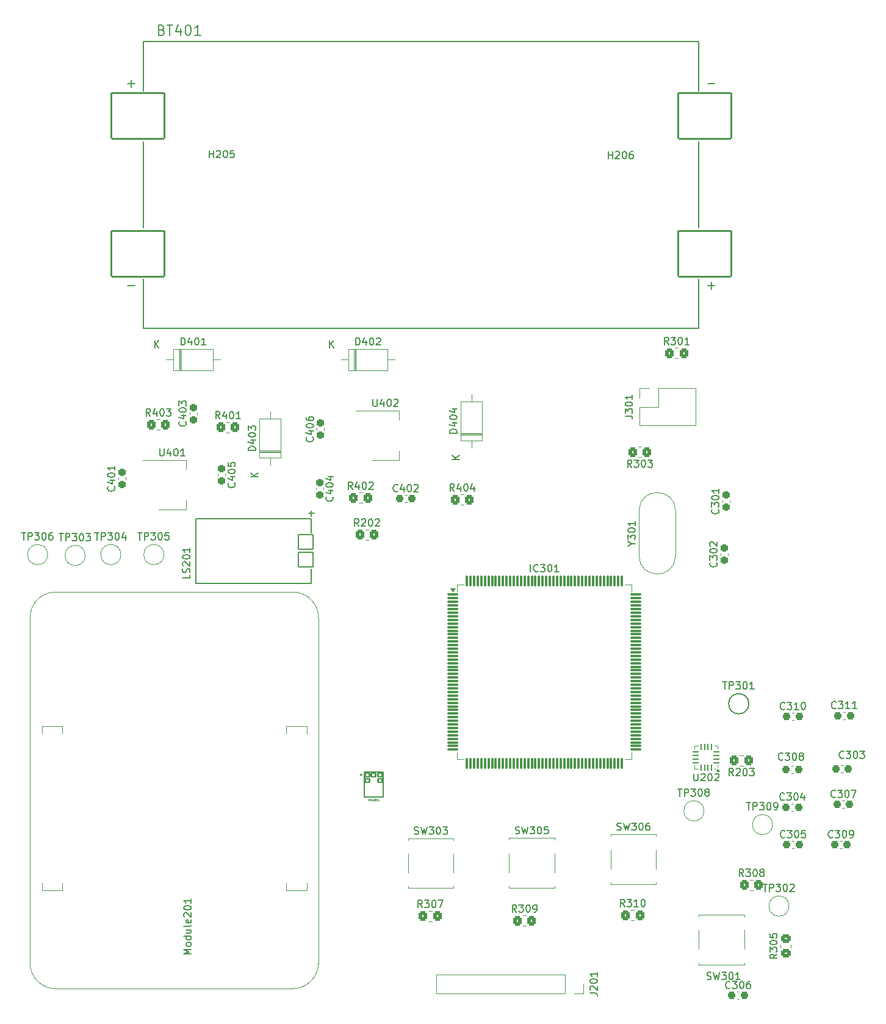
<source format=gbr>
G04 #@! TF.GenerationSoftware,KiCad,Pcbnew,9.0.0*
G04 #@! TF.CreationDate,2025-03-12T23:10:26-05:00*
G04 #@! TF.ProjectId,Portable Offline Translator,506f7274-6162-46c6-9520-4f66666c696e,rev?*
G04 #@! TF.SameCoordinates,Original*
G04 #@! TF.FileFunction,Legend,Top*
G04 #@! TF.FilePolarity,Positive*
%FSLAX46Y46*%
G04 Gerber Fmt 4.6, Leading zero omitted, Abs format (unit mm)*
G04 Created by KiCad (PCBNEW 9.0.0) date 2025-03-12 23:10:26*
%MOMM*%
%LPD*%
G01*
G04 APERTURE LIST*
G04 Aperture macros list*
%AMRoundRect*
0 Rectangle with rounded corners*
0 $1 Rounding radius*
0 $2 $3 $4 $5 $6 $7 $8 $9 X,Y pos of 4 corners*
0 Add a 4 corners polygon primitive as box body*
4,1,4,$2,$3,$4,$5,$6,$7,$8,$9,$2,$3,0*
0 Add four circle primitives for the rounded corners*
1,1,$1+$1,$2,$3*
1,1,$1+$1,$4,$5*
1,1,$1+$1,$6,$7*
1,1,$1+$1,$8,$9*
0 Add four rect primitives between the rounded corners*
20,1,$1+$1,$2,$3,$4,$5,0*
20,1,$1+$1,$4,$5,$6,$7,0*
20,1,$1+$1,$6,$7,$8,$9,0*
20,1,$1+$1,$8,$9,$2,$3,0*%
G04 Aperture macros list end*
%ADD10C,0.150000*%
%ADD11C,0.080211*%
%ADD12C,0.120000*%
%ADD13C,0.127000*%
%ADD14C,0.200000*%
%ADD15C,0.500000*%
%ADD16R,1.550000X1.300000*%
%ADD17C,2.000000*%
%ADD18R,2.200000X2.200000*%
%ADD19O,2.200000X2.200000*%
%ADD20RoundRect,0.250000X0.350000X0.450000X-0.350000X0.450000X-0.350000X-0.450000X0.350000X-0.450000X0*%
%ADD21R,1.700000X1.700000*%
%ADD22O,1.700000X1.700000*%
%ADD23RoundRect,0.237500X0.237500X-0.300000X0.237500X0.300000X-0.237500X0.300000X-0.237500X-0.300000X0*%
%ADD24RoundRect,0.250000X-0.350000X-0.450000X0.350000X-0.450000X0.350000X0.450000X-0.350000X0.450000X0*%
%ADD25R,2.000000X1.500000*%
%ADD26R,2.000000X3.800000*%
%ADD27RoundRect,0.102000X1.000000X-1.000000X1.000000X1.000000X-1.000000X1.000000X-1.000000X-1.000000X0*%
%ADD28RoundRect,0.237500X-0.300000X-0.237500X0.300000X-0.237500X0.300000X0.237500X-0.300000X0.237500X0*%
%ADD29RoundRect,0.250000X0.450000X-0.350000X0.450000X0.350000X-0.450000X0.350000X-0.450000X-0.350000X0*%
%ADD30C,0.500000*%
%ADD31RoundRect,0.102000X-0.300000X-0.261000X0.300000X-0.261000X0.300000X0.261000X-0.300000X0.261000X0*%
%ADD32RoundRect,0.237500X-0.237500X0.300000X-0.237500X-0.300000X0.237500X-0.300000X0.237500X0.300000X0*%
%ADD33C,6.100000*%
%ADD34R,0.700000X0.200000*%
%ADD35C,1.500000*%
%ADD36RoundRect,0.062500X0.350000X0.062500X-0.350000X0.062500X-0.350000X-0.062500X0.350000X-0.062500X0*%
%ADD37RoundRect,0.062500X0.062500X0.350000X-0.062500X0.350000X-0.062500X-0.350000X0.062500X-0.350000X0*%
%ADD38R,1.230000X1.230000*%
%ADD39RoundRect,0.075000X-0.675000X-0.075000X0.675000X-0.075000X0.675000X0.075000X-0.675000X0.075000X0*%
%ADD40RoundRect,0.075000X-0.075000X-0.675000X0.075000X-0.675000X0.075000X0.675000X-0.075000X0.675000X0*%
%ADD41C,3.200000*%
%ADD42C,3.170000*%
%ADD43C,3.450000*%
%ADD44C,2.390000*%
%ADD45RoundRect,0.102000X-3.670000X-3.175000X3.670000X-3.175000X3.670000X3.175000X-3.670000X3.175000X0*%
G04 APERTURE END LIST*
D10*
X135217286Y-129674200D02*
X135360143Y-129721819D01*
X135360143Y-129721819D02*
X135598238Y-129721819D01*
X135598238Y-129721819D02*
X135693476Y-129674200D01*
X135693476Y-129674200D02*
X135741095Y-129626580D01*
X135741095Y-129626580D02*
X135788714Y-129531342D01*
X135788714Y-129531342D02*
X135788714Y-129436104D01*
X135788714Y-129436104D02*
X135741095Y-129340866D01*
X135741095Y-129340866D02*
X135693476Y-129293247D01*
X135693476Y-129293247D02*
X135598238Y-129245628D01*
X135598238Y-129245628D02*
X135407762Y-129198009D01*
X135407762Y-129198009D02*
X135312524Y-129150390D01*
X135312524Y-129150390D02*
X135264905Y-129102771D01*
X135264905Y-129102771D02*
X135217286Y-129007533D01*
X135217286Y-129007533D02*
X135217286Y-128912295D01*
X135217286Y-128912295D02*
X135264905Y-128817057D01*
X135264905Y-128817057D02*
X135312524Y-128769438D01*
X135312524Y-128769438D02*
X135407762Y-128721819D01*
X135407762Y-128721819D02*
X135645857Y-128721819D01*
X135645857Y-128721819D02*
X135788714Y-128769438D01*
X136122048Y-128721819D02*
X136360143Y-129721819D01*
X136360143Y-129721819D02*
X136550619Y-129007533D01*
X136550619Y-129007533D02*
X136741095Y-129721819D01*
X136741095Y-129721819D02*
X136979191Y-128721819D01*
X137264905Y-128721819D02*
X137883952Y-128721819D01*
X137883952Y-128721819D02*
X137550619Y-129102771D01*
X137550619Y-129102771D02*
X137693476Y-129102771D01*
X137693476Y-129102771D02*
X137788714Y-129150390D01*
X137788714Y-129150390D02*
X137836333Y-129198009D01*
X137836333Y-129198009D02*
X137883952Y-129293247D01*
X137883952Y-129293247D02*
X137883952Y-129531342D01*
X137883952Y-129531342D02*
X137836333Y-129626580D01*
X137836333Y-129626580D02*
X137788714Y-129674200D01*
X137788714Y-129674200D02*
X137693476Y-129721819D01*
X137693476Y-129721819D02*
X137407762Y-129721819D01*
X137407762Y-129721819D02*
X137312524Y-129674200D01*
X137312524Y-129674200D02*
X137264905Y-129626580D01*
X138503000Y-128721819D02*
X138598238Y-128721819D01*
X138598238Y-128721819D02*
X138693476Y-128769438D01*
X138693476Y-128769438D02*
X138741095Y-128817057D01*
X138741095Y-128817057D02*
X138788714Y-128912295D01*
X138788714Y-128912295D02*
X138836333Y-129102771D01*
X138836333Y-129102771D02*
X138836333Y-129340866D01*
X138836333Y-129340866D02*
X138788714Y-129531342D01*
X138788714Y-129531342D02*
X138741095Y-129626580D01*
X138741095Y-129626580D02*
X138693476Y-129674200D01*
X138693476Y-129674200D02*
X138598238Y-129721819D01*
X138598238Y-129721819D02*
X138503000Y-129721819D01*
X138503000Y-129721819D02*
X138407762Y-129674200D01*
X138407762Y-129674200D02*
X138360143Y-129626580D01*
X138360143Y-129626580D02*
X138312524Y-129531342D01*
X138312524Y-129531342D02*
X138264905Y-129340866D01*
X138264905Y-129340866D02*
X138264905Y-129102771D01*
X138264905Y-129102771D02*
X138312524Y-128912295D01*
X138312524Y-128912295D02*
X138360143Y-128817057D01*
X138360143Y-128817057D02*
X138407762Y-128769438D01*
X138407762Y-128769438D02*
X138503000Y-128721819D01*
X139169667Y-128721819D02*
X139788714Y-128721819D01*
X139788714Y-128721819D02*
X139455381Y-129102771D01*
X139455381Y-129102771D02*
X139598238Y-129102771D01*
X139598238Y-129102771D02*
X139693476Y-129150390D01*
X139693476Y-129150390D02*
X139741095Y-129198009D01*
X139741095Y-129198009D02*
X139788714Y-129293247D01*
X139788714Y-129293247D02*
X139788714Y-129531342D01*
X139788714Y-129531342D02*
X139741095Y-129626580D01*
X139741095Y-129626580D02*
X139693476Y-129674200D01*
X139693476Y-129674200D02*
X139598238Y-129721819D01*
X139598238Y-129721819D02*
X139312524Y-129721819D01*
X139312524Y-129721819D02*
X139217286Y-129674200D01*
X139217286Y-129674200D02*
X139169667Y-129626580D01*
X181300714Y-125351819D02*
X181872142Y-125351819D01*
X181586428Y-126351819D02*
X181586428Y-125351819D01*
X182205476Y-126351819D02*
X182205476Y-125351819D01*
X182205476Y-125351819D02*
X182586428Y-125351819D01*
X182586428Y-125351819D02*
X182681666Y-125399438D01*
X182681666Y-125399438D02*
X182729285Y-125447057D01*
X182729285Y-125447057D02*
X182776904Y-125542295D01*
X182776904Y-125542295D02*
X182776904Y-125685152D01*
X182776904Y-125685152D02*
X182729285Y-125780390D01*
X182729285Y-125780390D02*
X182681666Y-125828009D01*
X182681666Y-125828009D02*
X182586428Y-125875628D01*
X182586428Y-125875628D02*
X182205476Y-125875628D01*
X183110238Y-125351819D02*
X183729285Y-125351819D01*
X183729285Y-125351819D02*
X183395952Y-125732771D01*
X183395952Y-125732771D02*
X183538809Y-125732771D01*
X183538809Y-125732771D02*
X183634047Y-125780390D01*
X183634047Y-125780390D02*
X183681666Y-125828009D01*
X183681666Y-125828009D02*
X183729285Y-125923247D01*
X183729285Y-125923247D02*
X183729285Y-126161342D01*
X183729285Y-126161342D02*
X183681666Y-126256580D01*
X183681666Y-126256580D02*
X183634047Y-126304200D01*
X183634047Y-126304200D02*
X183538809Y-126351819D01*
X183538809Y-126351819D02*
X183253095Y-126351819D01*
X183253095Y-126351819D02*
X183157857Y-126304200D01*
X183157857Y-126304200D02*
X183110238Y-126256580D01*
X184348333Y-125351819D02*
X184443571Y-125351819D01*
X184443571Y-125351819D02*
X184538809Y-125399438D01*
X184538809Y-125399438D02*
X184586428Y-125447057D01*
X184586428Y-125447057D02*
X184634047Y-125542295D01*
X184634047Y-125542295D02*
X184681666Y-125732771D01*
X184681666Y-125732771D02*
X184681666Y-125970866D01*
X184681666Y-125970866D02*
X184634047Y-126161342D01*
X184634047Y-126161342D02*
X184586428Y-126256580D01*
X184586428Y-126256580D02*
X184538809Y-126304200D01*
X184538809Y-126304200D02*
X184443571Y-126351819D01*
X184443571Y-126351819D02*
X184348333Y-126351819D01*
X184348333Y-126351819D02*
X184253095Y-126304200D01*
X184253095Y-126304200D02*
X184205476Y-126256580D01*
X184205476Y-126256580D02*
X184157857Y-126161342D01*
X184157857Y-126161342D02*
X184110238Y-125970866D01*
X184110238Y-125970866D02*
X184110238Y-125732771D01*
X184110238Y-125732771D02*
X184157857Y-125542295D01*
X184157857Y-125542295D02*
X184205476Y-125447057D01*
X184205476Y-125447057D02*
X184253095Y-125399438D01*
X184253095Y-125399438D02*
X184348333Y-125351819D01*
X185157857Y-126351819D02*
X185348333Y-126351819D01*
X185348333Y-126351819D02*
X185443571Y-126304200D01*
X185443571Y-126304200D02*
X185491190Y-126256580D01*
X185491190Y-126256580D02*
X185586428Y-126113723D01*
X185586428Y-126113723D02*
X185634047Y-125923247D01*
X185634047Y-125923247D02*
X185634047Y-125542295D01*
X185634047Y-125542295D02*
X185586428Y-125447057D01*
X185586428Y-125447057D02*
X185538809Y-125399438D01*
X185538809Y-125399438D02*
X185443571Y-125351819D01*
X185443571Y-125351819D02*
X185253095Y-125351819D01*
X185253095Y-125351819D02*
X185157857Y-125399438D01*
X185157857Y-125399438D02*
X185110238Y-125447057D01*
X185110238Y-125447057D02*
X185062619Y-125542295D01*
X185062619Y-125542295D02*
X185062619Y-125780390D01*
X185062619Y-125780390D02*
X185110238Y-125875628D01*
X185110238Y-125875628D02*
X185157857Y-125923247D01*
X185157857Y-125923247D02*
X185253095Y-125970866D01*
X185253095Y-125970866D02*
X185443571Y-125970866D01*
X185443571Y-125970866D02*
X185538809Y-125923247D01*
X185538809Y-125923247D02*
X185586428Y-125875628D01*
X185586428Y-125875628D02*
X185634047Y-125780390D01*
X113173819Y-76493475D02*
X112173819Y-76493475D01*
X112173819Y-76493475D02*
X112173819Y-76255380D01*
X112173819Y-76255380D02*
X112221438Y-76112523D01*
X112221438Y-76112523D02*
X112316676Y-76017285D01*
X112316676Y-76017285D02*
X112411914Y-75969666D01*
X112411914Y-75969666D02*
X112602390Y-75922047D01*
X112602390Y-75922047D02*
X112745247Y-75922047D01*
X112745247Y-75922047D02*
X112935723Y-75969666D01*
X112935723Y-75969666D02*
X113030961Y-76017285D01*
X113030961Y-76017285D02*
X113126200Y-76112523D01*
X113126200Y-76112523D02*
X113173819Y-76255380D01*
X113173819Y-76255380D02*
X113173819Y-76493475D01*
X112507152Y-75064904D02*
X113173819Y-75064904D01*
X112126200Y-75302999D02*
X112840485Y-75541094D01*
X112840485Y-75541094D02*
X112840485Y-74922047D01*
X112173819Y-74350618D02*
X112173819Y-74255380D01*
X112173819Y-74255380D02*
X112221438Y-74160142D01*
X112221438Y-74160142D02*
X112269057Y-74112523D01*
X112269057Y-74112523D02*
X112364295Y-74064904D01*
X112364295Y-74064904D02*
X112554771Y-74017285D01*
X112554771Y-74017285D02*
X112792866Y-74017285D01*
X112792866Y-74017285D02*
X112983342Y-74064904D01*
X112983342Y-74064904D02*
X113078580Y-74112523D01*
X113078580Y-74112523D02*
X113126200Y-74160142D01*
X113126200Y-74160142D02*
X113173819Y-74255380D01*
X113173819Y-74255380D02*
X113173819Y-74350618D01*
X113173819Y-74350618D02*
X113126200Y-74445856D01*
X113126200Y-74445856D02*
X113078580Y-74493475D01*
X113078580Y-74493475D02*
X112983342Y-74541094D01*
X112983342Y-74541094D02*
X112792866Y-74588713D01*
X112792866Y-74588713D02*
X112554771Y-74588713D01*
X112554771Y-74588713D02*
X112364295Y-74541094D01*
X112364295Y-74541094D02*
X112269057Y-74493475D01*
X112269057Y-74493475D02*
X112221438Y-74445856D01*
X112221438Y-74445856D02*
X112173819Y-74350618D01*
X112173819Y-73683951D02*
X112173819Y-73064904D01*
X112173819Y-73064904D02*
X112554771Y-73398237D01*
X112554771Y-73398237D02*
X112554771Y-73255380D01*
X112554771Y-73255380D02*
X112602390Y-73160142D01*
X112602390Y-73160142D02*
X112650009Y-73112523D01*
X112650009Y-73112523D02*
X112745247Y-73064904D01*
X112745247Y-73064904D02*
X112983342Y-73064904D01*
X112983342Y-73064904D02*
X113078580Y-73112523D01*
X113078580Y-73112523D02*
X113126200Y-73160142D01*
X113126200Y-73160142D02*
X113173819Y-73255380D01*
X113173819Y-73255380D02*
X113173819Y-73541094D01*
X113173819Y-73541094D02*
X113126200Y-73636332D01*
X113126200Y-73636332D02*
X113078580Y-73683951D01*
X113543819Y-80144904D02*
X112543819Y-80144904D01*
X113543819Y-79573476D02*
X112972390Y-80002047D01*
X112543819Y-79573476D02*
X113115247Y-80144904D01*
X165377952Y-78812819D02*
X165044619Y-78336628D01*
X164806524Y-78812819D02*
X164806524Y-77812819D01*
X164806524Y-77812819D02*
X165187476Y-77812819D01*
X165187476Y-77812819D02*
X165282714Y-77860438D01*
X165282714Y-77860438D02*
X165330333Y-77908057D01*
X165330333Y-77908057D02*
X165377952Y-78003295D01*
X165377952Y-78003295D02*
X165377952Y-78146152D01*
X165377952Y-78146152D02*
X165330333Y-78241390D01*
X165330333Y-78241390D02*
X165282714Y-78289009D01*
X165282714Y-78289009D02*
X165187476Y-78336628D01*
X165187476Y-78336628D02*
X164806524Y-78336628D01*
X165711286Y-77812819D02*
X166330333Y-77812819D01*
X166330333Y-77812819D02*
X165997000Y-78193771D01*
X165997000Y-78193771D02*
X166139857Y-78193771D01*
X166139857Y-78193771D02*
X166235095Y-78241390D01*
X166235095Y-78241390D02*
X166282714Y-78289009D01*
X166282714Y-78289009D02*
X166330333Y-78384247D01*
X166330333Y-78384247D02*
X166330333Y-78622342D01*
X166330333Y-78622342D02*
X166282714Y-78717580D01*
X166282714Y-78717580D02*
X166235095Y-78765200D01*
X166235095Y-78765200D02*
X166139857Y-78812819D01*
X166139857Y-78812819D02*
X165854143Y-78812819D01*
X165854143Y-78812819D02*
X165758905Y-78765200D01*
X165758905Y-78765200D02*
X165711286Y-78717580D01*
X166949381Y-77812819D02*
X167044619Y-77812819D01*
X167044619Y-77812819D02*
X167139857Y-77860438D01*
X167139857Y-77860438D02*
X167187476Y-77908057D01*
X167187476Y-77908057D02*
X167235095Y-78003295D01*
X167235095Y-78003295D02*
X167282714Y-78193771D01*
X167282714Y-78193771D02*
X167282714Y-78431866D01*
X167282714Y-78431866D02*
X167235095Y-78622342D01*
X167235095Y-78622342D02*
X167187476Y-78717580D01*
X167187476Y-78717580D02*
X167139857Y-78765200D01*
X167139857Y-78765200D02*
X167044619Y-78812819D01*
X167044619Y-78812819D02*
X166949381Y-78812819D01*
X166949381Y-78812819D02*
X166854143Y-78765200D01*
X166854143Y-78765200D02*
X166806524Y-78717580D01*
X166806524Y-78717580D02*
X166758905Y-78622342D01*
X166758905Y-78622342D02*
X166711286Y-78431866D01*
X166711286Y-78431866D02*
X166711286Y-78193771D01*
X166711286Y-78193771D02*
X166758905Y-78003295D01*
X166758905Y-78003295D02*
X166806524Y-77908057D01*
X166806524Y-77908057D02*
X166854143Y-77860438D01*
X166854143Y-77860438D02*
X166949381Y-77812819D01*
X167616048Y-77812819D02*
X168235095Y-77812819D01*
X168235095Y-77812819D02*
X167901762Y-78193771D01*
X167901762Y-78193771D02*
X168044619Y-78193771D01*
X168044619Y-78193771D02*
X168139857Y-78241390D01*
X168139857Y-78241390D02*
X168187476Y-78289009D01*
X168187476Y-78289009D02*
X168235095Y-78384247D01*
X168235095Y-78384247D02*
X168235095Y-78622342D01*
X168235095Y-78622342D02*
X168187476Y-78717580D01*
X168187476Y-78717580D02*
X168139857Y-78765200D01*
X168139857Y-78765200D02*
X168044619Y-78812819D01*
X168044619Y-78812819D02*
X167758905Y-78812819D01*
X167758905Y-78812819D02*
X167663667Y-78765200D01*
X167663667Y-78765200D02*
X167616048Y-78717580D01*
X159577819Y-151780714D02*
X160292104Y-151780714D01*
X160292104Y-151780714D02*
X160434961Y-151828333D01*
X160434961Y-151828333D02*
X160530200Y-151923571D01*
X160530200Y-151923571D02*
X160577819Y-152066428D01*
X160577819Y-152066428D02*
X160577819Y-152161666D01*
X159673057Y-151352142D02*
X159625438Y-151304523D01*
X159625438Y-151304523D02*
X159577819Y-151209285D01*
X159577819Y-151209285D02*
X159577819Y-150971190D01*
X159577819Y-150971190D02*
X159625438Y-150875952D01*
X159625438Y-150875952D02*
X159673057Y-150828333D01*
X159673057Y-150828333D02*
X159768295Y-150780714D01*
X159768295Y-150780714D02*
X159863533Y-150780714D01*
X159863533Y-150780714D02*
X160006390Y-150828333D01*
X160006390Y-150828333D02*
X160577819Y-151399761D01*
X160577819Y-151399761D02*
X160577819Y-150780714D01*
X159577819Y-150161666D02*
X159577819Y-150066428D01*
X159577819Y-150066428D02*
X159625438Y-149971190D01*
X159625438Y-149971190D02*
X159673057Y-149923571D01*
X159673057Y-149923571D02*
X159768295Y-149875952D01*
X159768295Y-149875952D02*
X159958771Y-149828333D01*
X159958771Y-149828333D02*
X160196866Y-149828333D01*
X160196866Y-149828333D02*
X160387342Y-149875952D01*
X160387342Y-149875952D02*
X160482580Y-149923571D01*
X160482580Y-149923571D02*
X160530200Y-149971190D01*
X160530200Y-149971190D02*
X160577819Y-150066428D01*
X160577819Y-150066428D02*
X160577819Y-150161666D01*
X160577819Y-150161666D02*
X160530200Y-150256904D01*
X160530200Y-150256904D02*
X160482580Y-150304523D01*
X160482580Y-150304523D02*
X160387342Y-150352142D01*
X160387342Y-150352142D02*
X160196866Y-150399761D01*
X160196866Y-150399761D02*
X159958771Y-150399761D01*
X159958771Y-150399761D02*
X159768295Y-150352142D01*
X159768295Y-150352142D02*
X159673057Y-150304523D01*
X159673057Y-150304523D02*
X159625438Y-150256904D01*
X159625438Y-150256904D02*
X159577819Y-150161666D01*
X160577819Y-148875952D02*
X160577819Y-149447380D01*
X160577819Y-149161666D02*
X159577819Y-149161666D01*
X159577819Y-149161666D02*
X159720676Y-149256904D01*
X159720676Y-149256904D02*
X159815914Y-149352142D01*
X159815914Y-149352142D02*
X159863533Y-149447380D01*
X93544580Y-81510047D02*
X93592200Y-81557666D01*
X93592200Y-81557666D02*
X93639819Y-81700523D01*
X93639819Y-81700523D02*
X93639819Y-81795761D01*
X93639819Y-81795761D02*
X93592200Y-81938618D01*
X93592200Y-81938618D02*
X93496961Y-82033856D01*
X93496961Y-82033856D02*
X93401723Y-82081475D01*
X93401723Y-82081475D02*
X93211247Y-82129094D01*
X93211247Y-82129094D02*
X93068390Y-82129094D01*
X93068390Y-82129094D02*
X92877914Y-82081475D01*
X92877914Y-82081475D02*
X92782676Y-82033856D01*
X92782676Y-82033856D02*
X92687438Y-81938618D01*
X92687438Y-81938618D02*
X92639819Y-81795761D01*
X92639819Y-81795761D02*
X92639819Y-81700523D01*
X92639819Y-81700523D02*
X92687438Y-81557666D01*
X92687438Y-81557666D02*
X92735057Y-81510047D01*
X92973152Y-80652904D02*
X93639819Y-80652904D01*
X92592200Y-80890999D02*
X93306485Y-81129094D01*
X93306485Y-81129094D02*
X93306485Y-80510047D01*
X92639819Y-79938618D02*
X92639819Y-79843380D01*
X92639819Y-79843380D02*
X92687438Y-79748142D01*
X92687438Y-79748142D02*
X92735057Y-79700523D01*
X92735057Y-79700523D02*
X92830295Y-79652904D01*
X92830295Y-79652904D02*
X93020771Y-79605285D01*
X93020771Y-79605285D02*
X93258866Y-79605285D01*
X93258866Y-79605285D02*
X93449342Y-79652904D01*
X93449342Y-79652904D02*
X93544580Y-79700523D01*
X93544580Y-79700523D02*
X93592200Y-79748142D01*
X93592200Y-79748142D02*
X93639819Y-79843380D01*
X93639819Y-79843380D02*
X93639819Y-79938618D01*
X93639819Y-79938618D02*
X93592200Y-80033856D01*
X93592200Y-80033856D02*
X93544580Y-80081475D01*
X93544580Y-80081475D02*
X93449342Y-80129094D01*
X93449342Y-80129094D02*
X93258866Y-80176713D01*
X93258866Y-80176713D02*
X93020771Y-80176713D01*
X93020771Y-80176713D02*
X92830295Y-80129094D01*
X92830295Y-80129094D02*
X92735057Y-80081475D01*
X92735057Y-80081475D02*
X92687438Y-80033856D01*
X92687438Y-80033856D02*
X92639819Y-79938618D01*
X93639819Y-78652904D02*
X93639819Y-79224332D01*
X93639819Y-78938618D02*
X92639819Y-78938618D01*
X92639819Y-78938618D02*
X92782676Y-79033856D01*
X92782676Y-79033856D02*
X92877914Y-79129094D01*
X92877914Y-79129094D02*
X92925533Y-79224332D01*
X180871952Y-135583819D02*
X180538619Y-135107628D01*
X180300524Y-135583819D02*
X180300524Y-134583819D01*
X180300524Y-134583819D02*
X180681476Y-134583819D01*
X180681476Y-134583819D02*
X180776714Y-134631438D01*
X180776714Y-134631438D02*
X180824333Y-134679057D01*
X180824333Y-134679057D02*
X180871952Y-134774295D01*
X180871952Y-134774295D02*
X180871952Y-134917152D01*
X180871952Y-134917152D02*
X180824333Y-135012390D01*
X180824333Y-135012390D02*
X180776714Y-135060009D01*
X180776714Y-135060009D02*
X180681476Y-135107628D01*
X180681476Y-135107628D02*
X180300524Y-135107628D01*
X181205286Y-134583819D02*
X181824333Y-134583819D01*
X181824333Y-134583819D02*
X181491000Y-134964771D01*
X181491000Y-134964771D02*
X181633857Y-134964771D01*
X181633857Y-134964771D02*
X181729095Y-135012390D01*
X181729095Y-135012390D02*
X181776714Y-135060009D01*
X181776714Y-135060009D02*
X181824333Y-135155247D01*
X181824333Y-135155247D02*
X181824333Y-135393342D01*
X181824333Y-135393342D02*
X181776714Y-135488580D01*
X181776714Y-135488580D02*
X181729095Y-135536200D01*
X181729095Y-135536200D02*
X181633857Y-135583819D01*
X181633857Y-135583819D02*
X181348143Y-135583819D01*
X181348143Y-135583819D02*
X181252905Y-135536200D01*
X181252905Y-135536200D02*
X181205286Y-135488580D01*
X182443381Y-134583819D02*
X182538619Y-134583819D01*
X182538619Y-134583819D02*
X182633857Y-134631438D01*
X182633857Y-134631438D02*
X182681476Y-134679057D01*
X182681476Y-134679057D02*
X182729095Y-134774295D01*
X182729095Y-134774295D02*
X182776714Y-134964771D01*
X182776714Y-134964771D02*
X182776714Y-135202866D01*
X182776714Y-135202866D02*
X182729095Y-135393342D01*
X182729095Y-135393342D02*
X182681476Y-135488580D01*
X182681476Y-135488580D02*
X182633857Y-135536200D01*
X182633857Y-135536200D02*
X182538619Y-135583819D01*
X182538619Y-135583819D02*
X182443381Y-135583819D01*
X182443381Y-135583819D02*
X182348143Y-135536200D01*
X182348143Y-135536200D02*
X182300524Y-135488580D01*
X182300524Y-135488580D02*
X182252905Y-135393342D01*
X182252905Y-135393342D02*
X182205286Y-135202866D01*
X182205286Y-135202866D02*
X182205286Y-134964771D01*
X182205286Y-134964771D02*
X182252905Y-134774295D01*
X182252905Y-134774295D02*
X182300524Y-134679057D01*
X182300524Y-134679057D02*
X182348143Y-134631438D01*
X182348143Y-134631438D02*
X182443381Y-134583819D01*
X183348143Y-135012390D02*
X183252905Y-134964771D01*
X183252905Y-134964771D02*
X183205286Y-134917152D01*
X183205286Y-134917152D02*
X183157667Y-134821914D01*
X183157667Y-134821914D02*
X183157667Y-134774295D01*
X183157667Y-134774295D02*
X183205286Y-134679057D01*
X183205286Y-134679057D02*
X183252905Y-134631438D01*
X183252905Y-134631438D02*
X183348143Y-134583819D01*
X183348143Y-134583819D02*
X183538619Y-134583819D01*
X183538619Y-134583819D02*
X183633857Y-134631438D01*
X183633857Y-134631438D02*
X183681476Y-134679057D01*
X183681476Y-134679057D02*
X183729095Y-134774295D01*
X183729095Y-134774295D02*
X183729095Y-134821914D01*
X183729095Y-134821914D02*
X183681476Y-134917152D01*
X183681476Y-134917152D02*
X183633857Y-134964771D01*
X183633857Y-134964771D02*
X183538619Y-135012390D01*
X183538619Y-135012390D02*
X183348143Y-135012390D01*
X183348143Y-135012390D02*
X183252905Y-135060009D01*
X183252905Y-135060009D02*
X183205286Y-135107628D01*
X183205286Y-135107628D02*
X183157667Y-135202866D01*
X183157667Y-135202866D02*
X183157667Y-135393342D01*
X183157667Y-135393342D02*
X183205286Y-135488580D01*
X183205286Y-135488580D02*
X183252905Y-135536200D01*
X183252905Y-135536200D02*
X183348143Y-135583819D01*
X183348143Y-135583819D02*
X183538619Y-135583819D01*
X183538619Y-135583819D02*
X183633857Y-135536200D01*
X183633857Y-135536200D02*
X183681476Y-135488580D01*
X183681476Y-135488580D02*
X183729095Y-135393342D01*
X183729095Y-135393342D02*
X183729095Y-135202866D01*
X183729095Y-135202866D02*
X183681476Y-135107628D01*
X183681476Y-135107628D02*
X183633857Y-135060009D01*
X183633857Y-135060009D02*
X183538619Y-135012390D01*
X175806286Y-149850200D02*
X175949143Y-149897819D01*
X175949143Y-149897819D02*
X176187238Y-149897819D01*
X176187238Y-149897819D02*
X176282476Y-149850200D01*
X176282476Y-149850200D02*
X176330095Y-149802580D01*
X176330095Y-149802580D02*
X176377714Y-149707342D01*
X176377714Y-149707342D02*
X176377714Y-149612104D01*
X176377714Y-149612104D02*
X176330095Y-149516866D01*
X176330095Y-149516866D02*
X176282476Y-149469247D01*
X176282476Y-149469247D02*
X176187238Y-149421628D01*
X176187238Y-149421628D02*
X175996762Y-149374009D01*
X175996762Y-149374009D02*
X175901524Y-149326390D01*
X175901524Y-149326390D02*
X175853905Y-149278771D01*
X175853905Y-149278771D02*
X175806286Y-149183533D01*
X175806286Y-149183533D02*
X175806286Y-149088295D01*
X175806286Y-149088295D02*
X175853905Y-148993057D01*
X175853905Y-148993057D02*
X175901524Y-148945438D01*
X175901524Y-148945438D02*
X175996762Y-148897819D01*
X175996762Y-148897819D02*
X176234857Y-148897819D01*
X176234857Y-148897819D02*
X176377714Y-148945438D01*
X176711048Y-148897819D02*
X176949143Y-149897819D01*
X176949143Y-149897819D02*
X177139619Y-149183533D01*
X177139619Y-149183533D02*
X177330095Y-149897819D01*
X177330095Y-149897819D02*
X177568191Y-148897819D01*
X177853905Y-148897819D02*
X178472952Y-148897819D01*
X178472952Y-148897819D02*
X178139619Y-149278771D01*
X178139619Y-149278771D02*
X178282476Y-149278771D01*
X178282476Y-149278771D02*
X178377714Y-149326390D01*
X178377714Y-149326390D02*
X178425333Y-149374009D01*
X178425333Y-149374009D02*
X178472952Y-149469247D01*
X178472952Y-149469247D02*
X178472952Y-149707342D01*
X178472952Y-149707342D02*
X178425333Y-149802580D01*
X178425333Y-149802580D02*
X178377714Y-149850200D01*
X178377714Y-149850200D02*
X178282476Y-149897819D01*
X178282476Y-149897819D02*
X177996762Y-149897819D01*
X177996762Y-149897819D02*
X177901524Y-149850200D01*
X177901524Y-149850200D02*
X177853905Y-149802580D01*
X179092000Y-148897819D02*
X179187238Y-148897819D01*
X179187238Y-148897819D02*
X179282476Y-148945438D01*
X179282476Y-148945438D02*
X179330095Y-148993057D01*
X179330095Y-148993057D02*
X179377714Y-149088295D01*
X179377714Y-149088295D02*
X179425333Y-149278771D01*
X179425333Y-149278771D02*
X179425333Y-149516866D01*
X179425333Y-149516866D02*
X179377714Y-149707342D01*
X179377714Y-149707342D02*
X179330095Y-149802580D01*
X179330095Y-149802580D02*
X179282476Y-149850200D01*
X179282476Y-149850200D02*
X179187238Y-149897819D01*
X179187238Y-149897819D02*
X179092000Y-149897819D01*
X179092000Y-149897819D02*
X178996762Y-149850200D01*
X178996762Y-149850200D02*
X178949143Y-149802580D01*
X178949143Y-149802580D02*
X178901524Y-149707342D01*
X178901524Y-149707342D02*
X178853905Y-149516866D01*
X178853905Y-149516866D02*
X178853905Y-149278771D01*
X178853905Y-149278771D02*
X178901524Y-149088295D01*
X178901524Y-149088295D02*
X178949143Y-148993057D01*
X178949143Y-148993057D02*
X178996762Y-148945438D01*
X178996762Y-148945438D02*
X179092000Y-148897819D01*
X180377714Y-149897819D02*
X179806286Y-149897819D01*
X180092000Y-149897819D02*
X180092000Y-148897819D01*
X180092000Y-148897819D02*
X179996762Y-149040676D01*
X179996762Y-149040676D02*
X179901524Y-149135914D01*
X179901524Y-149135914D02*
X179806286Y-149183533D01*
X99885714Y-76234819D02*
X99885714Y-77044342D01*
X99885714Y-77044342D02*
X99933333Y-77139580D01*
X99933333Y-77139580D02*
X99980952Y-77187200D01*
X99980952Y-77187200D02*
X100076190Y-77234819D01*
X100076190Y-77234819D02*
X100266666Y-77234819D01*
X100266666Y-77234819D02*
X100361904Y-77187200D01*
X100361904Y-77187200D02*
X100409523Y-77139580D01*
X100409523Y-77139580D02*
X100457142Y-77044342D01*
X100457142Y-77044342D02*
X100457142Y-76234819D01*
X101361904Y-76568152D02*
X101361904Y-77234819D01*
X101123809Y-76187200D02*
X100885714Y-76901485D01*
X100885714Y-76901485D02*
X101504761Y-76901485D01*
X102076190Y-76234819D02*
X102171428Y-76234819D01*
X102171428Y-76234819D02*
X102266666Y-76282438D01*
X102266666Y-76282438D02*
X102314285Y-76330057D01*
X102314285Y-76330057D02*
X102361904Y-76425295D01*
X102361904Y-76425295D02*
X102409523Y-76615771D01*
X102409523Y-76615771D02*
X102409523Y-76853866D01*
X102409523Y-76853866D02*
X102361904Y-77044342D01*
X102361904Y-77044342D02*
X102314285Y-77139580D01*
X102314285Y-77139580D02*
X102266666Y-77187200D01*
X102266666Y-77187200D02*
X102171428Y-77234819D01*
X102171428Y-77234819D02*
X102076190Y-77234819D01*
X102076190Y-77234819D02*
X101980952Y-77187200D01*
X101980952Y-77187200D02*
X101933333Y-77139580D01*
X101933333Y-77139580D02*
X101885714Y-77044342D01*
X101885714Y-77044342D02*
X101838095Y-76853866D01*
X101838095Y-76853866D02*
X101838095Y-76615771D01*
X101838095Y-76615771D02*
X101885714Y-76425295D01*
X101885714Y-76425295D02*
X101933333Y-76330057D01*
X101933333Y-76330057D02*
X101980952Y-76282438D01*
X101980952Y-76282438D02*
X102076190Y-76234819D01*
X103361904Y-77234819D02*
X102790476Y-77234819D01*
X103076190Y-77234819D02*
X103076190Y-76234819D01*
X103076190Y-76234819D02*
X102980952Y-76377676D01*
X102980952Y-76377676D02*
X102885714Y-76472914D01*
X102885714Y-76472914D02*
X102790476Y-76520533D01*
X80716714Y-87886819D02*
X81288142Y-87886819D01*
X81002428Y-88886819D02*
X81002428Y-87886819D01*
X81621476Y-88886819D02*
X81621476Y-87886819D01*
X81621476Y-87886819D02*
X82002428Y-87886819D01*
X82002428Y-87886819D02*
X82097666Y-87934438D01*
X82097666Y-87934438D02*
X82145285Y-87982057D01*
X82145285Y-87982057D02*
X82192904Y-88077295D01*
X82192904Y-88077295D02*
X82192904Y-88220152D01*
X82192904Y-88220152D02*
X82145285Y-88315390D01*
X82145285Y-88315390D02*
X82097666Y-88363009D01*
X82097666Y-88363009D02*
X82002428Y-88410628D01*
X82002428Y-88410628D02*
X81621476Y-88410628D01*
X82526238Y-87886819D02*
X83145285Y-87886819D01*
X83145285Y-87886819D02*
X82811952Y-88267771D01*
X82811952Y-88267771D02*
X82954809Y-88267771D01*
X82954809Y-88267771D02*
X83050047Y-88315390D01*
X83050047Y-88315390D02*
X83097666Y-88363009D01*
X83097666Y-88363009D02*
X83145285Y-88458247D01*
X83145285Y-88458247D02*
X83145285Y-88696342D01*
X83145285Y-88696342D02*
X83097666Y-88791580D01*
X83097666Y-88791580D02*
X83050047Y-88839200D01*
X83050047Y-88839200D02*
X82954809Y-88886819D01*
X82954809Y-88886819D02*
X82669095Y-88886819D01*
X82669095Y-88886819D02*
X82573857Y-88839200D01*
X82573857Y-88839200D02*
X82526238Y-88791580D01*
X83764333Y-87886819D02*
X83859571Y-87886819D01*
X83859571Y-87886819D02*
X83954809Y-87934438D01*
X83954809Y-87934438D02*
X84002428Y-87982057D01*
X84002428Y-87982057D02*
X84050047Y-88077295D01*
X84050047Y-88077295D02*
X84097666Y-88267771D01*
X84097666Y-88267771D02*
X84097666Y-88505866D01*
X84097666Y-88505866D02*
X84050047Y-88696342D01*
X84050047Y-88696342D02*
X84002428Y-88791580D01*
X84002428Y-88791580D02*
X83954809Y-88839200D01*
X83954809Y-88839200D02*
X83859571Y-88886819D01*
X83859571Y-88886819D02*
X83764333Y-88886819D01*
X83764333Y-88886819D02*
X83669095Y-88839200D01*
X83669095Y-88839200D02*
X83621476Y-88791580D01*
X83621476Y-88791580D02*
X83573857Y-88696342D01*
X83573857Y-88696342D02*
X83526238Y-88505866D01*
X83526238Y-88505866D02*
X83526238Y-88267771D01*
X83526238Y-88267771D02*
X83573857Y-88077295D01*
X83573857Y-88077295D02*
X83621476Y-87982057D01*
X83621476Y-87982057D02*
X83669095Y-87934438D01*
X83669095Y-87934438D02*
X83764333Y-87886819D01*
X84954809Y-87886819D02*
X84764333Y-87886819D01*
X84764333Y-87886819D02*
X84669095Y-87934438D01*
X84669095Y-87934438D02*
X84621476Y-87982057D01*
X84621476Y-87982057D02*
X84526238Y-88124914D01*
X84526238Y-88124914D02*
X84478619Y-88315390D01*
X84478619Y-88315390D02*
X84478619Y-88696342D01*
X84478619Y-88696342D02*
X84526238Y-88791580D01*
X84526238Y-88791580D02*
X84573857Y-88839200D01*
X84573857Y-88839200D02*
X84669095Y-88886819D01*
X84669095Y-88886819D02*
X84859571Y-88886819D01*
X84859571Y-88886819D02*
X84954809Y-88839200D01*
X84954809Y-88839200D02*
X85002428Y-88791580D01*
X85002428Y-88791580D02*
X85050047Y-88696342D01*
X85050047Y-88696342D02*
X85050047Y-88458247D01*
X85050047Y-88458247D02*
X85002428Y-88363009D01*
X85002428Y-88363009D02*
X84954809Y-88315390D01*
X84954809Y-88315390D02*
X84859571Y-88267771D01*
X84859571Y-88267771D02*
X84669095Y-88267771D01*
X84669095Y-88267771D02*
X84573857Y-88315390D01*
X84573857Y-88315390D02*
X84526238Y-88363009D01*
X84526238Y-88363009D02*
X84478619Y-88458247D01*
X177998714Y-108587819D02*
X178570142Y-108587819D01*
X178284428Y-109587819D02*
X178284428Y-108587819D01*
X178903476Y-109587819D02*
X178903476Y-108587819D01*
X178903476Y-108587819D02*
X179284428Y-108587819D01*
X179284428Y-108587819D02*
X179379666Y-108635438D01*
X179379666Y-108635438D02*
X179427285Y-108683057D01*
X179427285Y-108683057D02*
X179474904Y-108778295D01*
X179474904Y-108778295D02*
X179474904Y-108921152D01*
X179474904Y-108921152D02*
X179427285Y-109016390D01*
X179427285Y-109016390D02*
X179379666Y-109064009D01*
X179379666Y-109064009D02*
X179284428Y-109111628D01*
X179284428Y-109111628D02*
X178903476Y-109111628D01*
X179808238Y-108587819D02*
X180427285Y-108587819D01*
X180427285Y-108587819D02*
X180093952Y-108968771D01*
X180093952Y-108968771D02*
X180236809Y-108968771D01*
X180236809Y-108968771D02*
X180332047Y-109016390D01*
X180332047Y-109016390D02*
X180379666Y-109064009D01*
X180379666Y-109064009D02*
X180427285Y-109159247D01*
X180427285Y-109159247D02*
X180427285Y-109397342D01*
X180427285Y-109397342D02*
X180379666Y-109492580D01*
X180379666Y-109492580D02*
X180332047Y-109540200D01*
X180332047Y-109540200D02*
X180236809Y-109587819D01*
X180236809Y-109587819D02*
X179951095Y-109587819D01*
X179951095Y-109587819D02*
X179855857Y-109540200D01*
X179855857Y-109540200D02*
X179808238Y-109492580D01*
X181046333Y-108587819D02*
X181141571Y-108587819D01*
X181141571Y-108587819D02*
X181236809Y-108635438D01*
X181236809Y-108635438D02*
X181284428Y-108683057D01*
X181284428Y-108683057D02*
X181332047Y-108778295D01*
X181332047Y-108778295D02*
X181379666Y-108968771D01*
X181379666Y-108968771D02*
X181379666Y-109206866D01*
X181379666Y-109206866D02*
X181332047Y-109397342D01*
X181332047Y-109397342D02*
X181284428Y-109492580D01*
X181284428Y-109492580D02*
X181236809Y-109540200D01*
X181236809Y-109540200D02*
X181141571Y-109587819D01*
X181141571Y-109587819D02*
X181046333Y-109587819D01*
X181046333Y-109587819D02*
X180951095Y-109540200D01*
X180951095Y-109540200D02*
X180903476Y-109492580D01*
X180903476Y-109492580D02*
X180855857Y-109397342D01*
X180855857Y-109397342D02*
X180808238Y-109206866D01*
X180808238Y-109206866D02*
X180808238Y-108968771D01*
X180808238Y-108968771D02*
X180855857Y-108778295D01*
X180855857Y-108778295D02*
X180903476Y-108683057D01*
X180903476Y-108683057D02*
X180951095Y-108635438D01*
X180951095Y-108635438D02*
X181046333Y-108587819D01*
X182332047Y-109587819D02*
X181760619Y-109587819D01*
X182046333Y-109587819D02*
X182046333Y-108587819D01*
X182046333Y-108587819D02*
X181951095Y-108730676D01*
X181951095Y-108730676D02*
X181855857Y-108825914D01*
X181855857Y-108825914D02*
X181760619Y-108873533D01*
X104058272Y-93727801D02*
X104058272Y-94204509D01*
X104058272Y-94204509D02*
X103057185Y-94204509D01*
X104010602Y-93441776D02*
X104058272Y-93298764D01*
X104058272Y-93298764D02*
X104058272Y-93060410D01*
X104058272Y-93060410D02*
X104010602Y-92965068D01*
X104010602Y-92965068D02*
X103962931Y-92917397D01*
X103962931Y-92917397D02*
X103867589Y-92869727D01*
X103867589Y-92869727D02*
X103772247Y-92869727D01*
X103772247Y-92869727D02*
X103676906Y-92917397D01*
X103676906Y-92917397D02*
X103629235Y-92965068D01*
X103629235Y-92965068D02*
X103581564Y-93060410D01*
X103581564Y-93060410D02*
X103533893Y-93251093D01*
X103533893Y-93251093D02*
X103486223Y-93346435D01*
X103486223Y-93346435D02*
X103438552Y-93394105D01*
X103438552Y-93394105D02*
X103343210Y-93441776D01*
X103343210Y-93441776D02*
X103247869Y-93441776D01*
X103247869Y-93441776D02*
X103152527Y-93394105D01*
X103152527Y-93394105D02*
X103104856Y-93346435D01*
X103104856Y-93346435D02*
X103057185Y-93251093D01*
X103057185Y-93251093D02*
X103057185Y-93012739D01*
X103057185Y-93012739D02*
X103104856Y-92869727D01*
X103152527Y-92488360D02*
X103104856Y-92440689D01*
X103104856Y-92440689D02*
X103057185Y-92345348D01*
X103057185Y-92345348D02*
X103057185Y-92106994D01*
X103057185Y-92106994D02*
X103104856Y-92011652D01*
X103104856Y-92011652D02*
X103152527Y-91963981D01*
X103152527Y-91963981D02*
X103247869Y-91916311D01*
X103247869Y-91916311D02*
X103343210Y-91916311D01*
X103343210Y-91916311D02*
X103486223Y-91963981D01*
X103486223Y-91963981D02*
X104058272Y-92536031D01*
X104058272Y-92536031D02*
X104058272Y-91916311D01*
X103057185Y-91296590D02*
X103057185Y-91201249D01*
X103057185Y-91201249D02*
X103104856Y-91105907D01*
X103104856Y-91105907D02*
X103152527Y-91058236D01*
X103152527Y-91058236D02*
X103247869Y-91010565D01*
X103247869Y-91010565D02*
X103438552Y-90962895D01*
X103438552Y-90962895D02*
X103676906Y-90962895D01*
X103676906Y-90962895D02*
X103867589Y-91010565D01*
X103867589Y-91010565D02*
X103962931Y-91058236D01*
X103962931Y-91058236D02*
X104010602Y-91105907D01*
X104010602Y-91105907D02*
X104058272Y-91201249D01*
X104058272Y-91201249D02*
X104058272Y-91296590D01*
X104058272Y-91296590D02*
X104010602Y-91391932D01*
X104010602Y-91391932D02*
X103962931Y-91439603D01*
X103962931Y-91439603D02*
X103867589Y-91487273D01*
X103867589Y-91487273D02*
X103676906Y-91534944D01*
X103676906Y-91534944D02*
X103438552Y-91534944D01*
X103438552Y-91534944D02*
X103247869Y-91487273D01*
X103247869Y-91487273D02*
X103152527Y-91439603D01*
X103152527Y-91439603D02*
X103104856Y-91391932D01*
X103104856Y-91391932D02*
X103057185Y-91296590D01*
X104058272Y-90009479D02*
X104058272Y-90581528D01*
X104058272Y-90295503D02*
X103057185Y-90295503D01*
X103057185Y-90295503D02*
X103200198Y-90390845D01*
X103200198Y-90390845D02*
X103295539Y-90486187D01*
X103295539Y-90486187D02*
X103343210Y-90581528D01*
X120910786Y-85622030D02*
X120910786Y-84856310D01*
X121293646Y-85239170D02*
X120527926Y-85239170D01*
X193264952Y-130120580D02*
X193217333Y-130168200D01*
X193217333Y-130168200D02*
X193074476Y-130215819D01*
X193074476Y-130215819D02*
X192979238Y-130215819D01*
X192979238Y-130215819D02*
X192836381Y-130168200D01*
X192836381Y-130168200D02*
X192741143Y-130072961D01*
X192741143Y-130072961D02*
X192693524Y-129977723D01*
X192693524Y-129977723D02*
X192645905Y-129787247D01*
X192645905Y-129787247D02*
X192645905Y-129644390D01*
X192645905Y-129644390D02*
X192693524Y-129453914D01*
X192693524Y-129453914D02*
X192741143Y-129358676D01*
X192741143Y-129358676D02*
X192836381Y-129263438D01*
X192836381Y-129263438D02*
X192979238Y-129215819D01*
X192979238Y-129215819D02*
X193074476Y-129215819D01*
X193074476Y-129215819D02*
X193217333Y-129263438D01*
X193217333Y-129263438D02*
X193264952Y-129311057D01*
X193598286Y-129215819D02*
X194217333Y-129215819D01*
X194217333Y-129215819D02*
X193884000Y-129596771D01*
X193884000Y-129596771D02*
X194026857Y-129596771D01*
X194026857Y-129596771D02*
X194122095Y-129644390D01*
X194122095Y-129644390D02*
X194169714Y-129692009D01*
X194169714Y-129692009D02*
X194217333Y-129787247D01*
X194217333Y-129787247D02*
X194217333Y-130025342D01*
X194217333Y-130025342D02*
X194169714Y-130120580D01*
X194169714Y-130120580D02*
X194122095Y-130168200D01*
X194122095Y-130168200D02*
X194026857Y-130215819D01*
X194026857Y-130215819D02*
X193741143Y-130215819D01*
X193741143Y-130215819D02*
X193645905Y-130168200D01*
X193645905Y-130168200D02*
X193598286Y-130120580D01*
X194836381Y-129215819D02*
X194931619Y-129215819D01*
X194931619Y-129215819D02*
X195026857Y-129263438D01*
X195026857Y-129263438D02*
X195074476Y-129311057D01*
X195074476Y-129311057D02*
X195122095Y-129406295D01*
X195122095Y-129406295D02*
X195169714Y-129596771D01*
X195169714Y-129596771D02*
X195169714Y-129834866D01*
X195169714Y-129834866D02*
X195122095Y-130025342D01*
X195122095Y-130025342D02*
X195074476Y-130120580D01*
X195074476Y-130120580D02*
X195026857Y-130168200D01*
X195026857Y-130168200D02*
X194931619Y-130215819D01*
X194931619Y-130215819D02*
X194836381Y-130215819D01*
X194836381Y-130215819D02*
X194741143Y-130168200D01*
X194741143Y-130168200D02*
X194693524Y-130120580D01*
X194693524Y-130120580D02*
X194645905Y-130025342D01*
X194645905Y-130025342D02*
X194598286Y-129834866D01*
X194598286Y-129834866D02*
X194598286Y-129596771D01*
X194598286Y-129596771D02*
X194645905Y-129406295D01*
X194645905Y-129406295D02*
X194693524Y-129311057D01*
X194693524Y-129311057D02*
X194741143Y-129263438D01*
X194741143Y-129263438D02*
X194836381Y-129215819D01*
X195645905Y-130215819D02*
X195836381Y-130215819D01*
X195836381Y-130215819D02*
X195931619Y-130168200D01*
X195931619Y-130168200D02*
X195979238Y-130120580D01*
X195979238Y-130120580D02*
X196074476Y-129977723D01*
X196074476Y-129977723D02*
X196122095Y-129787247D01*
X196122095Y-129787247D02*
X196122095Y-129406295D01*
X196122095Y-129406295D02*
X196074476Y-129311057D01*
X196074476Y-129311057D02*
X196026857Y-129263438D01*
X196026857Y-129263438D02*
X195931619Y-129215819D01*
X195931619Y-129215819D02*
X195741143Y-129215819D01*
X195741143Y-129215819D02*
X195645905Y-129263438D01*
X195645905Y-129263438D02*
X195598286Y-129311057D01*
X195598286Y-129311057D02*
X195550667Y-129406295D01*
X195550667Y-129406295D02*
X195550667Y-129644390D01*
X195550667Y-129644390D02*
X195598286Y-129739628D01*
X195598286Y-129739628D02*
X195645905Y-129787247D01*
X195645905Y-129787247D02*
X195741143Y-129834866D01*
X195741143Y-129834866D02*
X195931619Y-129834866D01*
X195931619Y-129834866D02*
X196026857Y-129787247D01*
X196026857Y-129787247D02*
X196074476Y-129739628D01*
X196074476Y-129739628D02*
X196122095Y-129644390D01*
X129476714Y-69376819D02*
X129476714Y-70186342D01*
X129476714Y-70186342D02*
X129524333Y-70281580D01*
X129524333Y-70281580D02*
X129571952Y-70329200D01*
X129571952Y-70329200D02*
X129667190Y-70376819D01*
X129667190Y-70376819D02*
X129857666Y-70376819D01*
X129857666Y-70376819D02*
X129952904Y-70329200D01*
X129952904Y-70329200D02*
X130000523Y-70281580D01*
X130000523Y-70281580D02*
X130048142Y-70186342D01*
X130048142Y-70186342D02*
X130048142Y-69376819D01*
X130952904Y-69710152D02*
X130952904Y-70376819D01*
X130714809Y-69329200D02*
X130476714Y-70043485D01*
X130476714Y-70043485D02*
X131095761Y-70043485D01*
X131667190Y-69376819D02*
X131762428Y-69376819D01*
X131762428Y-69376819D02*
X131857666Y-69424438D01*
X131857666Y-69424438D02*
X131905285Y-69472057D01*
X131905285Y-69472057D02*
X131952904Y-69567295D01*
X131952904Y-69567295D02*
X132000523Y-69757771D01*
X132000523Y-69757771D02*
X132000523Y-69995866D01*
X132000523Y-69995866D02*
X131952904Y-70186342D01*
X131952904Y-70186342D02*
X131905285Y-70281580D01*
X131905285Y-70281580D02*
X131857666Y-70329200D01*
X131857666Y-70329200D02*
X131762428Y-70376819D01*
X131762428Y-70376819D02*
X131667190Y-70376819D01*
X131667190Y-70376819D02*
X131571952Y-70329200D01*
X131571952Y-70329200D02*
X131524333Y-70281580D01*
X131524333Y-70281580D02*
X131476714Y-70186342D01*
X131476714Y-70186342D02*
X131429095Y-69995866D01*
X131429095Y-69995866D02*
X131429095Y-69757771D01*
X131429095Y-69757771D02*
X131476714Y-69567295D01*
X131476714Y-69567295D02*
X131524333Y-69472057D01*
X131524333Y-69472057D02*
X131571952Y-69424438D01*
X131571952Y-69424438D02*
X131667190Y-69376819D01*
X132381476Y-69472057D02*
X132429095Y-69424438D01*
X132429095Y-69424438D02*
X132524333Y-69376819D01*
X132524333Y-69376819D02*
X132762428Y-69376819D01*
X132762428Y-69376819D02*
X132857666Y-69424438D01*
X132857666Y-69424438D02*
X132905285Y-69472057D01*
X132905285Y-69472057D02*
X132952904Y-69567295D01*
X132952904Y-69567295D02*
X132952904Y-69662533D01*
X132952904Y-69662533D02*
X132905285Y-69805390D01*
X132905285Y-69805390D02*
X132333857Y-70376819D01*
X132333857Y-70376819D02*
X132952904Y-70376819D01*
X193619452Y-124532580D02*
X193571833Y-124580200D01*
X193571833Y-124580200D02*
X193428976Y-124627819D01*
X193428976Y-124627819D02*
X193333738Y-124627819D01*
X193333738Y-124627819D02*
X193190881Y-124580200D01*
X193190881Y-124580200D02*
X193095643Y-124484961D01*
X193095643Y-124484961D02*
X193048024Y-124389723D01*
X193048024Y-124389723D02*
X193000405Y-124199247D01*
X193000405Y-124199247D02*
X193000405Y-124056390D01*
X193000405Y-124056390D02*
X193048024Y-123865914D01*
X193048024Y-123865914D02*
X193095643Y-123770676D01*
X193095643Y-123770676D02*
X193190881Y-123675438D01*
X193190881Y-123675438D02*
X193333738Y-123627819D01*
X193333738Y-123627819D02*
X193428976Y-123627819D01*
X193428976Y-123627819D02*
X193571833Y-123675438D01*
X193571833Y-123675438D02*
X193619452Y-123723057D01*
X193952786Y-123627819D02*
X194571833Y-123627819D01*
X194571833Y-123627819D02*
X194238500Y-124008771D01*
X194238500Y-124008771D02*
X194381357Y-124008771D01*
X194381357Y-124008771D02*
X194476595Y-124056390D01*
X194476595Y-124056390D02*
X194524214Y-124104009D01*
X194524214Y-124104009D02*
X194571833Y-124199247D01*
X194571833Y-124199247D02*
X194571833Y-124437342D01*
X194571833Y-124437342D02*
X194524214Y-124532580D01*
X194524214Y-124532580D02*
X194476595Y-124580200D01*
X194476595Y-124580200D02*
X194381357Y-124627819D01*
X194381357Y-124627819D02*
X194095643Y-124627819D01*
X194095643Y-124627819D02*
X194000405Y-124580200D01*
X194000405Y-124580200D02*
X193952786Y-124532580D01*
X195190881Y-123627819D02*
X195286119Y-123627819D01*
X195286119Y-123627819D02*
X195381357Y-123675438D01*
X195381357Y-123675438D02*
X195428976Y-123723057D01*
X195428976Y-123723057D02*
X195476595Y-123818295D01*
X195476595Y-123818295D02*
X195524214Y-124008771D01*
X195524214Y-124008771D02*
X195524214Y-124246866D01*
X195524214Y-124246866D02*
X195476595Y-124437342D01*
X195476595Y-124437342D02*
X195428976Y-124532580D01*
X195428976Y-124532580D02*
X195381357Y-124580200D01*
X195381357Y-124580200D02*
X195286119Y-124627819D01*
X195286119Y-124627819D02*
X195190881Y-124627819D01*
X195190881Y-124627819D02*
X195095643Y-124580200D01*
X195095643Y-124580200D02*
X195048024Y-124532580D01*
X195048024Y-124532580D02*
X195000405Y-124437342D01*
X195000405Y-124437342D02*
X194952786Y-124246866D01*
X194952786Y-124246866D02*
X194952786Y-124008771D01*
X194952786Y-124008771D02*
X195000405Y-123818295D01*
X195000405Y-123818295D02*
X195048024Y-123723057D01*
X195048024Y-123723057D02*
X195095643Y-123675438D01*
X195095643Y-123675438D02*
X195190881Y-123627819D01*
X195857548Y-123627819D02*
X196524214Y-123627819D01*
X196524214Y-123627819D02*
X196095643Y-124627819D01*
X102830524Y-61865819D02*
X102830524Y-60865819D01*
X102830524Y-60865819D02*
X103068619Y-60865819D01*
X103068619Y-60865819D02*
X103211476Y-60913438D01*
X103211476Y-60913438D02*
X103306714Y-61008676D01*
X103306714Y-61008676D02*
X103354333Y-61103914D01*
X103354333Y-61103914D02*
X103401952Y-61294390D01*
X103401952Y-61294390D02*
X103401952Y-61437247D01*
X103401952Y-61437247D02*
X103354333Y-61627723D01*
X103354333Y-61627723D02*
X103306714Y-61722961D01*
X103306714Y-61722961D02*
X103211476Y-61818200D01*
X103211476Y-61818200D02*
X103068619Y-61865819D01*
X103068619Y-61865819D02*
X102830524Y-61865819D01*
X104259095Y-61199152D02*
X104259095Y-61865819D01*
X104021000Y-60818200D02*
X103782905Y-61532485D01*
X103782905Y-61532485D02*
X104401952Y-61532485D01*
X104973381Y-60865819D02*
X105068619Y-60865819D01*
X105068619Y-60865819D02*
X105163857Y-60913438D01*
X105163857Y-60913438D02*
X105211476Y-60961057D01*
X105211476Y-60961057D02*
X105259095Y-61056295D01*
X105259095Y-61056295D02*
X105306714Y-61246771D01*
X105306714Y-61246771D02*
X105306714Y-61484866D01*
X105306714Y-61484866D02*
X105259095Y-61675342D01*
X105259095Y-61675342D02*
X105211476Y-61770580D01*
X105211476Y-61770580D02*
X105163857Y-61818200D01*
X105163857Y-61818200D02*
X105068619Y-61865819D01*
X105068619Y-61865819D02*
X104973381Y-61865819D01*
X104973381Y-61865819D02*
X104878143Y-61818200D01*
X104878143Y-61818200D02*
X104830524Y-61770580D01*
X104830524Y-61770580D02*
X104782905Y-61675342D01*
X104782905Y-61675342D02*
X104735286Y-61484866D01*
X104735286Y-61484866D02*
X104735286Y-61246771D01*
X104735286Y-61246771D02*
X104782905Y-61056295D01*
X104782905Y-61056295D02*
X104830524Y-60961057D01*
X104830524Y-60961057D02*
X104878143Y-60913438D01*
X104878143Y-60913438D02*
X104973381Y-60865819D01*
X106259095Y-61865819D02*
X105687667Y-61865819D01*
X105973381Y-61865819D02*
X105973381Y-60865819D01*
X105973381Y-60865819D02*
X105878143Y-61008676D01*
X105878143Y-61008676D02*
X105782905Y-61103914D01*
X105782905Y-61103914D02*
X105687667Y-61151533D01*
X99179095Y-62235819D02*
X99179095Y-61235819D01*
X99750523Y-62235819D02*
X99321952Y-61664390D01*
X99750523Y-61235819D02*
X99179095Y-61807247D01*
X185532819Y-146371047D02*
X185056628Y-146704380D01*
X185532819Y-146942475D02*
X184532819Y-146942475D01*
X184532819Y-146942475D02*
X184532819Y-146561523D01*
X184532819Y-146561523D02*
X184580438Y-146466285D01*
X184580438Y-146466285D02*
X184628057Y-146418666D01*
X184628057Y-146418666D02*
X184723295Y-146371047D01*
X184723295Y-146371047D02*
X184866152Y-146371047D01*
X184866152Y-146371047D02*
X184961390Y-146418666D01*
X184961390Y-146418666D02*
X185009009Y-146466285D01*
X185009009Y-146466285D02*
X185056628Y-146561523D01*
X185056628Y-146561523D02*
X185056628Y-146942475D01*
X184532819Y-146037713D02*
X184532819Y-145418666D01*
X184532819Y-145418666D02*
X184913771Y-145751999D01*
X184913771Y-145751999D02*
X184913771Y-145609142D01*
X184913771Y-145609142D02*
X184961390Y-145513904D01*
X184961390Y-145513904D02*
X185009009Y-145466285D01*
X185009009Y-145466285D02*
X185104247Y-145418666D01*
X185104247Y-145418666D02*
X185342342Y-145418666D01*
X185342342Y-145418666D02*
X185437580Y-145466285D01*
X185437580Y-145466285D02*
X185485200Y-145513904D01*
X185485200Y-145513904D02*
X185532819Y-145609142D01*
X185532819Y-145609142D02*
X185532819Y-145894856D01*
X185532819Y-145894856D02*
X185485200Y-145990094D01*
X185485200Y-145990094D02*
X185437580Y-146037713D01*
X184532819Y-144799618D02*
X184532819Y-144704380D01*
X184532819Y-144704380D02*
X184580438Y-144609142D01*
X184580438Y-144609142D02*
X184628057Y-144561523D01*
X184628057Y-144561523D02*
X184723295Y-144513904D01*
X184723295Y-144513904D02*
X184913771Y-144466285D01*
X184913771Y-144466285D02*
X185151866Y-144466285D01*
X185151866Y-144466285D02*
X185342342Y-144513904D01*
X185342342Y-144513904D02*
X185437580Y-144561523D01*
X185437580Y-144561523D02*
X185485200Y-144609142D01*
X185485200Y-144609142D02*
X185532819Y-144704380D01*
X185532819Y-144704380D02*
X185532819Y-144799618D01*
X185532819Y-144799618D02*
X185485200Y-144894856D01*
X185485200Y-144894856D02*
X185437580Y-144942475D01*
X185437580Y-144942475D02*
X185342342Y-144990094D01*
X185342342Y-144990094D02*
X185151866Y-145037713D01*
X185151866Y-145037713D02*
X184913771Y-145037713D01*
X184913771Y-145037713D02*
X184723295Y-144990094D01*
X184723295Y-144990094D02*
X184628057Y-144942475D01*
X184628057Y-144942475D02*
X184580438Y-144894856D01*
X184580438Y-144894856D02*
X184532819Y-144799618D01*
X184532819Y-143561523D02*
X184532819Y-144037713D01*
X184532819Y-144037713D02*
X185009009Y-144085332D01*
X185009009Y-144085332D02*
X184961390Y-144037713D01*
X184961390Y-144037713D02*
X184913771Y-143942475D01*
X184913771Y-143942475D02*
X184913771Y-143704380D01*
X184913771Y-143704380D02*
X184961390Y-143609142D01*
X184961390Y-143609142D02*
X185009009Y-143561523D01*
X185009009Y-143561523D02*
X185104247Y-143513904D01*
X185104247Y-143513904D02*
X185342342Y-143513904D01*
X185342342Y-143513904D02*
X185437580Y-143561523D01*
X185437580Y-143561523D02*
X185485200Y-143609142D01*
X185485200Y-143609142D02*
X185532819Y-143704380D01*
X185532819Y-143704380D02*
X185532819Y-143942475D01*
X185532819Y-143942475D02*
X185485200Y-144037713D01*
X185485200Y-144037713D02*
X185437580Y-144085332D01*
X85923714Y-88013819D02*
X86495142Y-88013819D01*
X86209428Y-89013819D02*
X86209428Y-88013819D01*
X86828476Y-89013819D02*
X86828476Y-88013819D01*
X86828476Y-88013819D02*
X87209428Y-88013819D01*
X87209428Y-88013819D02*
X87304666Y-88061438D01*
X87304666Y-88061438D02*
X87352285Y-88109057D01*
X87352285Y-88109057D02*
X87399904Y-88204295D01*
X87399904Y-88204295D02*
X87399904Y-88347152D01*
X87399904Y-88347152D02*
X87352285Y-88442390D01*
X87352285Y-88442390D02*
X87304666Y-88490009D01*
X87304666Y-88490009D02*
X87209428Y-88537628D01*
X87209428Y-88537628D02*
X86828476Y-88537628D01*
X87733238Y-88013819D02*
X88352285Y-88013819D01*
X88352285Y-88013819D02*
X88018952Y-88394771D01*
X88018952Y-88394771D02*
X88161809Y-88394771D01*
X88161809Y-88394771D02*
X88257047Y-88442390D01*
X88257047Y-88442390D02*
X88304666Y-88490009D01*
X88304666Y-88490009D02*
X88352285Y-88585247D01*
X88352285Y-88585247D02*
X88352285Y-88823342D01*
X88352285Y-88823342D02*
X88304666Y-88918580D01*
X88304666Y-88918580D02*
X88257047Y-88966200D01*
X88257047Y-88966200D02*
X88161809Y-89013819D01*
X88161809Y-89013819D02*
X87876095Y-89013819D01*
X87876095Y-89013819D02*
X87780857Y-88966200D01*
X87780857Y-88966200D02*
X87733238Y-88918580D01*
X88971333Y-88013819D02*
X89066571Y-88013819D01*
X89066571Y-88013819D02*
X89161809Y-88061438D01*
X89161809Y-88061438D02*
X89209428Y-88109057D01*
X89209428Y-88109057D02*
X89257047Y-88204295D01*
X89257047Y-88204295D02*
X89304666Y-88394771D01*
X89304666Y-88394771D02*
X89304666Y-88632866D01*
X89304666Y-88632866D02*
X89257047Y-88823342D01*
X89257047Y-88823342D02*
X89209428Y-88918580D01*
X89209428Y-88918580D02*
X89161809Y-88966200D01*
X89161809Y-88966200D02*
X89066571Y-89013819D01*
X89066571Y-89013819D02*
X88971333Y-89013819D01*
X88971333Y-89013819D02*
X88876095Y-88966200D01*
X88876095Y-88966200D02*
X88828476Y-88918580D01*
X88828476Y-88918580D02*
X88780857Y-88823342D01*
X88780857Y-88823342D02*
X88733238Y-88632866D01*
X88733238Y-88632866D02*
X88733238Y-88394771D01*
X88733238Y-88394771D02*
X88780857Y-88204295D01*
X88780857Y-88204295D02*
X88828476Y-88109057D01*
X88828476Y-88109057D02*
X88876095Y-88061438D01*
X88876095Y-88061438D02*
X88971333Y-88013819D01*
X89638000Y-88013819D02*
X90257047Y-88013819D01*
X90257047Y-88013819D02*
X89923714Y-88394771D01*
X89923714Y-88394771D02*
X90066571Y-88394771D01*
X90066571Y-88394771D02*
X90161809Y-88442390D01*
X90161809Y-88442390D02*
X90209428Y-88490009D01*
X90209428Y-88490009D02*
X90257047Y-88585247D01*
X90257047Y-88585247D02*
X90257047Y-88823342D01*
X90257047Y-88823342D02*
X90209428Y-88918580D01*
X90209428Y-88918580D02*
X90161809Y-88966200D01*
X90161809Y-88966200D02*
X90066571Y-89013819D01*
X90066571Y-89013819D02*
X89780857Y-89013819D01*
X89780857Y-89013819D02*
X89685619Y-88966200D01*
X89685619Y-88966200D02*
X89638000Y-88918580D01*
D11*
X128828685Y-125112257D02*
X128828685Y-124791415D01*
X128828685Y-124791415D02*
X128935633Y-125020588D01*
X128935633Y-125020588D02*
X129042580Y-124791415D01*
X129042580Y-124791415D02*
X129042580Y-125112257D01*
X129195362Y-125112257D02*
X129195362Y-124791415D01*
X129378701Y-125112257D02*
X129241197Y-124928918D01*
X129378701Y-124791415D02*
X129195362Y-124974753D01*
X129500926Y-124821971D02*
X129516204Y-124806693D01*
X129516204Y-124806693D02*
X129546761Y-124791415D01*
X129546761Y-124791415D02*
X129623152Y-124791415D01*
X129623152Y-124791415D02*
X129653708Y-124806693D01*
X129653708Y-124806693D02*
X129668986Y-124821971D01*
X129668986Y-124821971D02*
X129684265Y-124852527D01*
X129684265Y-124852527D02*
X129684265Y-124883084D01*
X129684265Y-124883084D02*
X129668986Y-124928918D01*
X129668986Y-124928918D02*
X129485648Y-125112257D01*
X129485648Y-125112257D02*
X129684265Y-125112257D01*
X129882881Y-124791415D02*
X129913438Y-124791415D01*
X129913438Y-124791415D02*
X129943994Y-124806693D01*
X129943994Y-124806693D02*
X129959272Y-124821971D01*
X129959272Y-124821971D02*
X129974550Y-124852527D01*
X129974550Y-124852527D02*
X129989829Y-124913640D01*
X129989829Y-124913640D02*
X129989829Y-124990031D01*
X129989829Y-124990031D02*
X129974550Y-125051144D01*
X129974550Y-125051144D02*
X129959272Y-125081700D01*
X129959272Y-125081700D02*
X129943994Y-125096979D01*
X129943994Y-125096979D02*
X129913438Y-125112257D01*
X129913438Y-125112257D02*
X129882881Y-125112257D01*
X129882881Y-125112257D02*
X129852325Y-125096979D01*
X129852325Y-125096979D02*
X129837047Y-125081700D01*
X129837047Y-125081700D02*
X129821768Y-125051144D01*
X129821768Y-125051144D02*
X129806490Y-124990031D01*
X129806490Y-124990031D02*
X129806490Y-124913640D01*
X129806490Y-124913640D02*
X129821768Y-124852527D01*
X129821768Y-124852527D02*
X129837047Y-124821971D01*
X129837047Y-124821971D02*
X129852325Y-124806693D01*
X129852325Y-124806693D02*
X129882881Y-124791415D01*
X130295393Y-125112257D02*
X130112054Y-125112257D01*
X130203723Y-125112257D02*
X130203723Y-124791415D01*
X130203723Y-124791415D02*
X130173167Y-124837249D01*
X130173167Y-124837249D02*
X130142611Y-124867806D01*
X130142611Y-124867806D02*
X130112054Y-124883084D01*
D10*
X194788952Y-119108580D02*
X194741333Y-119156200D01*
X194741333Y-119156200D02*
X194598476Y-119203819D01*
X194598476Y-119203819D02*
X194503238Y-119203819D01*
X194503238Y-119203819D02*
X194360381Y-119156200D01*
X194360381Y-119156200D02*
X194265143Y-119060961D01*
X194265143Y-119060961D02*
X194217524Y-118965723D01*
X194217524Y-118965723D02*
X194169905Y-118775247D01*
X194169905Y-118775247D02*
X194169905Y-118632390D01*
X194169905Y-118632390D02*
X194217524Y-118441914D01*
X194217524Y-118441914D02*
X194265143Y-118346676D01*
X194265143Y-118346676D02*
X194360381Y-118251438D01*
X194360381Y-118251438D02*
X194503238Y-118203819D01*
X194503238Y-118203819D02*
X194598476Y-118203819D01*
X194598476Y-118203819D02*
X194741333Y-118251438D01*
X194741333Y-118251438D02*
X194788952Y-118299057D01*
X195122286Y-118203819D02*
X195741333Y-118203819D01*
X195741333Y-118203819D02*
X195408000Y-118584771D01*
X195408000Y-118584771D02*
X195550857Y-118584771D01*
X195550857Y-118584771D02*
X195646095Y-118632390D01*
X195646095Y-118632390D02*
X195693714Y-118680009D01*
X195693714Y-118680009D02*
X195741333Y-118775247D01*
X195741333Y-118775247D02*
X195741333Y-119013342D01*
X195741333Y-119013342D02*
X195693714Y-119108580D01*
X195693714Y-119108580D02*
X195646095Y-119156200D01*
X195646095Y-119156200D02*
X195550857Y-119203819D01*
X195550857Y-119203819D02*
X195265143Y-119203819D01*
X195265143Y-119203819D02*
X195169905Y-119156200D01*
X195169905Y-119156200D02*
X195122286Y-119108580D01*
X196360381Y-118203819D02*
X196455619Y-118203819D01*
X196455619Y-118203819D02*
X196550857Y-118251438D01*
X196550857Y-118251438D02*
X196598476Y-118299057D01*
X196598476Y-118299057D02*
X196646095Y-118394295D01*
X196646095Y-118394295D02*
X196693714Y-118584771D01*
X196693714Y-118584771D02*
X196693714Y-118822866D01*
X196693714Y-118822866D02*
X196646095Y-119013342D01*
X196646095Y-119013342D02*
X196598476Y-119108580D01*
X196598476Y-119108580D02*
X196550857Y-119156200D01*
X196550857Y-119156200D02*
X196455619Y-119203819D01*
X196455619Y-119203819D02*
X196360381Y-119203819D01*
X196360381Y-119203819D02*
X196265143Y-119156200D01*
X196265143Y-119156200D02*
X196217524Y-119108580D01*
X196217524Y-119108580D02*
X196169905Y-119013342D01*
X196169905Y-119013342D02*
X196122286Y-118822866D01*
X196122286Y-118822866D02*
X196122286Y-118584771D01*
X196122286Y-118584771D02*
X196169905Y-118394295D01*
X196169905Y-118394295D02*
X196217524Y-118299057D01*
X196217524Y-118299057D02*
X196265143Y-118251438D01*
X196265143Y-118251438D02*
X196360381Y-118203819D01*
X197027048Y-118203819D02*
X197646095Y-118203819D01*
X197646095Y-118203819D02*
X197312762Y-118584771D01*
X197312762Y-118584771D02*
X197455619Y-118584771D01*
X197455619Y-118584771D02*
X197550857Y-118632390D01*
X197550857Y-118632390D02*
X197598476Y-118680009D01*
X197598476Y-118680009D02*
X197646095Y-118775247D01*
X197646095Y-118775247D02*
X197646095Y-119013342D01*
X197646095Y-119013342D02*
X197598476Y-119108580D01*
X197598476Y-119108580D02*
X197550857Y-119156200D01*
X197550857Y-119156200D02*
X197455619Y-119203819D01*
X197455619Y-119203819D02*
X197169905Y-119203819D01*
X197169905Y-119203819D02*
X197074667Y-119156200D01*
X197074667Y-119156200D02*
X197027048Y-119108580D01*
X123836580Y-82907047D02*
X123884200Y-82954666D01*
X123884200Y-82954666D02*
X123931819Y-83097523D01*
X123931819Y-83097523D02*
X123931819Y-83192761D01*
X123931819Y-83192761D02*
X123884200Y-83335618D01*
X123884200Y-83335618D02*
X123788961Y-83430856D01*
X123788961Y-83430856D02*
X123693723Y-83478475D01*
X123693723Y-83478475D02*
X123503247Y-83526094D01*
X123503247Y-83526094D02*
X123360390Y-83526094D01*
X123360390Y-83526094D02*
X123169914Y-83478475D01*
X123169914Y-83478475D02*
X123074676Y-83430856D01*
X123074676Y-83430856D02*
X122979438Y-83335618D01*
X122979438Y-83335618D02*
X122931819Y-83192761D01*
X122931819Y-83192761D02*
X122931819Y-83097523D01*
X122931819Y-83097523D02*
X122979438Y-82954666D01*
X122979438Y-82954666D02*
X123027057Y-82907047D01*
X123265152Y-82049904D02*
X123931819Y-82049904D01*
X122884200Y-82287999D02*
X123598485Y-82526094D01*
X123598485Y-82526094D02*
X123598485Y-81907047D01*
X122931819Y-81335618D02*
X122931819Y-81240380D01*
X122931819Y-81240380D02*
X122979438Y-81145142D01*
X122979438Y-81145142D02*
X123027057Y-81097523D01*
X123027057Y-81097523D02*
X123122295Y-81049904D01*
X123122295Y-81049904D02*
X123312771Y-81002285D01*
X123312771Y-81002285D02*
X123550866Y-81002285D01*
X123550866Y-81002285D02*
X123741342Y-81049904D01*
X123741342Y-81049904D02*
X123836580Y-81097523D01*
X123836580Y-81097523D02*
X123884200Y-81145142D01*
X123884200Y-81145142D02*
X123931819Y-81240380D01*
X123931819Y-81240380D02*
X123931819Y-81335618D01*
X123931819Y-81335618D02*
X123884200Y-81430856D01*
X123884200Y-81430856D02*
X123836580Y-81478475D01*
X123836580Y-81478475D02*
X123741342Y-81526094D01*
X123741342Y-81526094D02*
X123550866Y-81573713D01*
X123550866Y-81573713D02*
X123312771Y-81573713D01*
X123312771Y-81573713D02*
X123122295Y-81526094D01*
X123122295Y-81526094D02*
X123027057Y-81478475D01*
X123027057Y-81478475D02*
X122979438Y-81430856D01*
X122979438Y-81430856D02*
X122931819Y-81335618D01*
X123265152Y-80145142D02*
X123931819Y-80145142D01*
X122884200Y-80383237D02*
X123598485Y-80621332D01*
X123598485Y-80621332D02*
X123598485Y-80002285D01*
X103450580Y-72493047D02*
X103498200Y-72540666D01*
X103498200Y-72540666D02*
X103545819Y-72683523D01*
X103545819Y-72683523D02*
X103545819Y-72778761D01*
X103545819Y-72778761D02*
X103498200Y-72921618D01*
X103498200Y-72921618D02*
X103402961Y-73016856D01*
X103402961Y-73016856D02*
X103307723Y-73064475D01*
X103307723Y-73064475D02*
X103117247Y-73112094D01*
X103117247Y-73112094D02*
X102974390Y-73112094D01*
X102974390Y-73112094D02*
X102783914Y-73064475D01*
X102783914Y-73064475D02*
X102688676Y-73016856D01*
X102688676Y-73016856D02*
X102593438Y-72921618D01*
X102593438Y-72921618D02*
X102545819Y-72778761D01*
X102545819Y-72778761D02*
X102545819Y-72683523D01*
X102545819Y-72683523D02*
X102593438Y-72540666D01*
X102593438Y-72540666D02*
X102641057Y-72493047D01*
X102879152Y-71635904D02*
X103545819Y-71635904D01*
X102498200Y-71873999D02*
X103212485Y-72112094D01*
X103212485Y-72112094D02*
X103212485Y-71493047D01*
X102545819Y-70921618D02*
X102545819Y-70826380D01*
X102545819Y-70826380D02*
X102593438Y-70731142D01*
X102593438Y-70731142D02*
X102641057Y-70683523D01*
X102641057Y-70683523D02*
X102736295Y-70635904D01*
X102736295Y-70635904D02*
X102926771Y-70588285D01*
X102926771Y-70588285D02*
X103164866Y-70588285D01*
X103164866Y-70588285D02*
X103355342Y-70635904D01*
X103355342Y-70635904D02*
X103450580Y-70683523D01*
X103450580Y-70683523D02*
X103498200Y-70731142D01*
X103498200Y-70731142D02*
X103545819Y-70826380D01*
X103545819Y-70826380D02*
X103545819Y-70921618D01*
X103545819Y-70921618D02*
X103498200Y-71016856D01*
X103498200Y-71016856D02*
X103450580Y-71064475D01*
X103450580Y-71064475D02*
X103355342Y-71112094D01*
X103355342Y-71112094D02*
X103164866Y-71159713D01*
X103164866Y-71159713D02*
X102926771Y-71159713D01*
X102926771Y-71159713D02*
X102736295Y-71112094D01*
X102736295Y-71112094D02*
X102641057Y-71064475D01*
X102641057Y-71064475D02*
X102593438Y-71016856D01*
X102593438Y-71016856D02*
X102545819Y-70921618D01*
X102545819Y-70254951D02*
X102545819Y-69635904D01*
X102545819Y-69635904D02*
X102926771Y-69969237D01*
X102926771Y-69969237D02*
X102926771Y-69826380D01*
X102926771Y-69826380D02*
X102974390Y-69731142D01*
X102974390Y-69731142D02*
X103022009Y-69683523D01*
X103022009Y-69683523D02*
X103117247Y-69635904D01*
X103117247Y-69635904D02*
X103355342Y-69635904D01*
X103355342Y-69635904D02*
X103450580Y-69683523D01*
X103450580Y-69683523D02*
X103498200Y-69731142D01*
X103498200Y-69731142D02*
X103545819Y-69826380D01*
X103545819Y-69826380D02*
X103545819Y-70112094D01*
X103545819Y-70112094D02*
X103498200Y-70207332D01*
X103498200Y-70207332D02*
X103450580Y-70254951D01*
X141113819Y-74080475D02*
X140113819Y-74080475D01*
X140113819Y-74080475D02*
X140113819Y-73842380D01*
X140113819Y-73842380D02*
X140161438Y-73699523D01*
X140161438Y-73699523D02*
X140256676Y-73604285D01*
X140256676Y-73604285D02*
X140351914Y-73556666D01*
X140351914Y-73556666D02*
X140542390Y-73509047D01*
X140542390Y-73509047D02*
X140685247Y-73509047D01*
X140685247Y-73509047D02*
X140875723Y-73556666D01*
X140875723Y-73556666D02*
X140970961Y-73604285D01*
X140970961Y-73604285D02*
X141066200Y-73699523D01*
X141066200Y-73699523D02*
X141113819Y-73842380D01*
X141113819Y-73842380D02*
X141113819Y-74080475D01*
X140447152Y-72651904D02*
X141113819Y-72651904D01*
X140066200Y-72889999D02*
X140780485Y-73128094D01*
X140780485Y-73128094D02*
X140780485Y-72509047D01*
X140113819Y-71937618D02*
X140113819Y-71842380D01*
X140113819Y-71842380D02*
X140161438Y-71747142D01*
X140161438Y-71747142D02*
X140209057Y-71699523D01*
X140209057Y-71699523D02*
X140304295Y-71651904D01*
X140304295Y-71651904D02*
X140494771Y-71604285D01*
X140494771Y-71604285D02*
X140732866Y-71604285D01*
X140732866Y-71604285D02*
X140923342Y-71651904D01*
X140923342Y-71651904D02*
X141018580Y-71699523D01*
X141018580Y-71699523D02*
X141066200Y-71747142D01*
X141066200Y-71747142D02*
X141113819Y-71842380D01*
X141113819Y-71842380D02*
X141113819Y-71937618D01*
X141113819Y-71937618D02*
X141066200Y-72032856D01*
X141066200Y-72032856D02*
X141018580Y-72080475D01*
X141018580Y-72080475D02*
X140923342Y-72128094D01*
X140923342Y-72128094D02*
X140732866Y-72175713D01*
X140732866Y-72175713D02*
X140494771Y-72175713D01*
X140494771Y-72175713D02*
X140304295Y-72128094D01*
X140304295Y-72128094D02*
X140209057Y-72080475D01*
X140209057Y-72080475D02*
X140161438Y-72032856D01*
X140161438Y-72032856D02*
X140113819Y-71937618D01*
X140447152Y-70747142D02*
X141113819Y-70747142D01*
X140066200Y-70985237D02*
X140780485Y-71223332D01*
X140780485Y-71223332D02*
X140780485Y-70604285D01*
X141483819Y-77731904D02*
X140483819Y-77731904D01*
X141483819Y-77160476D02*
X140912390Y-77589047D01*
X140483819Y-77160476D02*
X141055247Y-77731904D01*
X177364580Y-84648047D02*
X177412200Y-84695666D01*
X177412200Y-84695666D02*
X177459819Y-84838523D01*
X177459819Y-84838523D02*
X177459819Y-84933761D01*
X177459819Y-84933761D02*
X177412200Y-85076618D01*
X177412200Y-85076618D02*
X177316961Y-85171856D01*
X177316961Y-85171856D02*
X177221723Y-85219475D01*
X177221723Y-85219475D02*
X177031247Y-85267094D01*
X177031247Y-85267094D02*
X176888390Y-85267094D01*
X176888390Y-85267094D02*
X176697914Y-85219475D01*
X176697914Y-85219475D02*
X176602676Y-85171856D01*
X176602676Y-85171856D02*
X176507438Y-85076618D01*
X176507438Y-85076618D02*
X176459819Y-84933761D01*
X176459819Y-84933761D02*
X176459819Y-84838523D01*
X176459819Y-84838523D02*
X176507438Y-84695666D01*
X176507438Y-84695666D02*
X176555057Y-84648047D01*
X176459819Y-84314713D02*
X176459819Y-83695666D01*
X176459819Y-83695666D02*
X176840771Y-84028999D01*
X176840771Y-84028999D02*
X176840771Y-83886142D01*
X176840771Y-83886142D02*
X176888390Y-83790904D01*
X176888390Y-83790904D02*
X176936009Y-83743285D01*
X176936009Y-83743285D02*
X177031247Y-83695666D01*
X177031247Y-83695666D02*
X177269342Y-83695666D01*
X177269342Y-83695666D02*
X177364580Y-83743285D01*
X177364580Y-83743285D02*
X177412200Y-83790904D01*
X177412200Y-83790904D02*
X177459819Y-83886142D01*
X177459819Y-83886142D02*
X177459819Y-84171856D01*
X177459819Y-84171856D02*
X177412200Y-84267094D01*
X177412200Y-84267094D02*
X177364580Y-84314713D01*
X176459819Y-83076618D02*
X176459819Y-82981380D01*
X176459819Y-82981380D02*
X176507438Y-82886142D01*
X176507438Y-82886142D02*
X176555057Y-82838523D01*
X176555057Y-82838523D02*
X176650295Y-82790904D01*
X176650295Y-82790904D02*
X176840771Y-82743285D01*
X176840771Y-82743285D02*
X177078866Y-82743285D01*
X177078866Y-82743285D02*
X177269342Y-82790904D01*
X177269342Y-82790904D02*
X177364580Y-82838523D01*
X177364580Y-82838523D02*
X177412200Y-82886142D01*
X177412200Y-82886142D02*
X177459819Y-82981380D01*
X177459819Y-82981380D02*
X177459819Y-83076618D01*
X177459819Y-83076618D02*
X177412200Y-83171856D01*
X177412200Y-83171856D02*
X177364580Y-83219475D01*
X177364580Y-83219475D02*
X177269342Y-83267094D01*
X177269342Y-83267094D02*
X177078866Y-83314713D01*
X177078866Y-83314713D02*
X176840771Y-83314713D01*
X176840771Y-83314713D02*
X176650295Y-83267094D01*
X176650295Y-83267094D02*
X176555057Y-83219475D01*
X176555057Y-83219475D02*
X176507438Y-83171856D01*
X176507438Y-83171856D02*
X176459819Y-83076618D01*
X177459819Y-81790904D02*
X177459819Y-82362332D01*
X177459819Y-82076618D02*
X176459819Y-82076618D01*
X176459819Y-82076618D02*
X176602676Y-82171856D01*
X176602676Y-82171856D02*
X176697914Y-82267094D01*
X176697914Y-82267094D02*
X176745533Y-82362332D01*
X177110580Y-92014047D02*
X177158200Y-92061666D01*
X177158200Y-92061666D02*
X177205819Y-92204523D01*
X177205819Y-92204523D02*
X177205819Y-92299761D01*
X177205819Y-92299761D02*
X177158200Y-92442618D01*
X177158200Y-92442618D02*
X177062961Y-92537856D01*
X177062961Y-92537856D02*
X176967723Y-92585475D01*
X176967723Y-92585475D02*
X176777247Y-92633094D01*
X176777247Y-92633094D02*
X176634390Y-92633094D01*
X176634390Y-92633094D02*
X176443914Y-92585475D01*
X176443914Y-92585475D02*
X176348676Y-92537856D01*
X176348676Y-92537856D02*
X176253438Y-92442618D01*
X176253438Y-92442618D02*
X176205819Y-92299761D01*
X176205819Y-92299761D02*
X176205819Y-92204523D01*
X176205819Y-92204523D02*
X176253438Y-92061666D01*
X176253438Y-92061666D02*
X176301057Y-92014047D01*
X176205819Y-91680713D02*
X176205819Y-91061666D01*
X176205819Y-91061666D02*
X176586771Y-91394999D01*
X176586771Y-91394999D02*
X176586771Y-91252142D01*
X176586771Y-91252142D02*
X176634390Y-91156904D01*
X176634390Y-91156904D02*
X176682009Y-91109285D01*
X176682009Y-91109285D02*
X176777247Y-91061666D01*
X176777247Y-91061666D02*
X177015342Y-91061666D01*
X177015342Y-91061666D02*
X177110580Y-91109285D01*
X177110580Y-91109285D02*
X177158200Y-91156904D01*
X177158200Y-91156904D02*
X177205819Y-91252142D01*
X177205819Y-91252142D02*
X177205819Y-91537856D01*
X177205819Y-91537856D02*
X177158200Y-91633094D01*
X177158200Y-91633094D02*
X177110580Y-91680713D01*
X176205819Y-90442618D02*
X176205819Y-90347380D01*
X176205819Y-90347380D02*
X176253438Y-90252142D01*
X176253438Y-90252142D02*
X176301057Y-90204523D01*
X176301057Y-90204523D02*
X176396295Y-90156904D01*
X176396295Y-90156904D02*
X176586771Y-90109285D01*
X176586771Y-90109285D02*
X176824866Y-90109285D01*
X176824866Y-90109285D02*
X177015342Y-90156904D01*
X177015342Y-90156904D02*
X177110580Y-90204523D01*
X177110580Y-90204523D02*
X177158200Y-90252142D01*
X177158200Y-90252142D02*
X177205819Y-90347380D01*
X177205819Y-90347380D02*
X177205819Y-90442618D01*
X177205819Y-90442618D02*
X177158200Y-90537856D01*
X177158200Y-90537856D02*
X177110580Y-90585475D01*
X177110580Y-90585475D02*
X177015342Y-90633094D01*
X177015342Y-90633094D02*
X176824866Y-90680713D01*
X176824866Y-90680713D02*
X176586771Y-90680713D01*
X176586771Y-90680713D02*
X176396295Y-90633094D01*
X176396295Y-90633094D02*
X176301057Y-90585475D01*
X176301057Y-90585475D02*
X176253438Y-90537856D01*
X176253438Y-90537856D02*
X176205819Y-90442618D01*
X176301057Y-89728332D02*
X176253438Y-89680713D01*
X176253438Y-89680713D02*
X176205819Y-89585475D01*
X176205819Y-89585475D02*
X176205819Y-89347380D01*
X176205819Y-89347380D02*
X176253438Y-89252142D01*
X176253438Y-89252142D02*
X176301057Y-89204523D01*
X176301057Y-89204523D02*
X176396295Y-89156904D01*
X176396295Y-89156904D02*
X176491533Y-89156904D01*
X176491533Y-89156904D02*
X176634390Y-89204523D01*
X176634390Y-89204523D02*
X177205819Y-89775951D01*
X177205819Y-89775951D02*
X177205819Y-89156904D01*
X132892452Y-82114580D02*
X132844833Y-82162200D01*
X132844833Y-82162200D02*
X132701976Y-82209819D01*
X132701976Y-82209819D02*
X132606738Y-82209819D01*
X132606738Y-82209819D02*
X132463881Y-82162200D01*
X132463881Y-82162200D02*
X132368643Y-82066961D01*
X132368643Y-82066961D02*
X132321024Y-81971723D01*
X132321024Y-81971723D02*
X132273405Y-81781247D01*
X132273405Y-81781247D02*
X132273405Y-81638390D01*
X132273405Y-81638390D02*
X132321024Y-81447914D01*
X132321024Y-81447914D02*
X132368643Y-81352676D01*
X132368643Y-81352676D02*
X132463881Y-81257438D01*
X132463881Y-81257438D02*
X132606738Y-81209819D01*
X132606738Y-81209819D02*
X132701976Y-81209819D01*
X132701976Y-81209819D02*
X132844833Y-81257438D01*
X132844833Y-81257438D02*
X132892452Y-81305057D01*
X133749595Y-81543152D02*
X133749595Y-82209819D01*
X133511500Y-81162200D02*
X133273405Y-81876485D01*
X133273405Y-81876485D02*
X133892452Y-81876485D01*
X134463881Y-81209819D02*
X134559119Y-81209819D01*
X134559119Y-81209819D02*
X134654357Y-81257438D01*
X134654357Y-81257438D02*
X134701976Y-81305057D01*
X134701976Y-81305057D02*
X134749595Y-81400295D01*
X134749595Y-81400295D02*
X134797214Y-81590771D01*
X134797214Y-81590771D02*
X134797214Y-81828866D01*
X134797214Y-81828866D02*
X134749595Y-82019342D01*
X134749595Y-82019342D02*
X134701976Y-82114580D01*
X134701976Y-82114580D02*
X134654357Y-82162200D01*
X134654357Y-82162200D02*
X134559119Y-82209819D01*
X134559119Y-82209819D02*
X134463881Y-82209819D01*
X134463881Y-82209819D02*
X134368643Y-82162200D01*
X134368643Y-82162200D02*
X134321024Y-82114580D01*
X134321024Y-82114580D02*
X134273405Y-82019342D01*
X134273405Y-82019342D02*
X134225786Y-81828866D01*
X134225786Y-81828866D02*
X134225786Y-81590771D01*
X134225786Y-81590771D02*
X134273405Y-81400295D01*
X134273405Y-81400295D02*
X134321024Y-81305057D01*
X134321024Y-81305057D02*
X134368643Y-81257438D01*
X134368643Y-81257438D02*
X134463881Y-81209819D01*
X135178167Y-81305057D02*
X135225786Y-81257438D01*
X135225786Y-81257438D02*
X135321024Y-81209819D01*
X135321024Y-81209819D02*
X135559119Y-81209819D01*
X135559119Y-81209819D02*
X135654357Y-81257438D01*
X135654357Y-81257438D02*
X135701976Y-81305057D01*
X135701976Y-81305057D02*
X135749595Y-81400295D01*
X135749595Y-81400295D02*
X135749595Y-81495533D01*
X135749595Y-81495533D02*
X135701976Y-81638390D01*
X135701976Y-81638390D02*
X135130548Y-82209819D01*
X135130548Y-82209819D02*
X135749595Y-82209819D01*
X136294952Y-139901819D02*
X135961619Y-139425628D01*
X135723524Y-139901819D02*
X135723524Y-138901819D01*
X135723524Y-138901819D02*
X136104476Y-138901819D01*
X136104476Y-138901819D02*
X136199714Y-138949438D01*
X136199714Y-138949438D02*
X136247333Y-138997057D01*
X136247333Y-138997057D02*
X136294952Y-139092295D01*
X136294952Y-139092295D02*
X136294952Y-139235152D01*
X136294952Y-139235152D02*
X136247333Y-139330390D01*
X136247333Y-139330390D02*
X136199714Y-139378009D01*
X136199714Y-139378009D02*
X136104476Y-139425628D01*
X136104476Y-139425628D02*
X135723524Y-139425628D01*
X136628286Y-138901819D02*
X137247333Y-138901819D01*
X137247333Y-138901819D02*
X136914000Y-139282771D01*
X136914000Y-139282771D02*
X137056857Y-139282771D01*
X137056857Y-139282771D02*
X137152095Y-139330390D01*
X137152095Y-139330390D02*
X137199714Y-139378009D01*
X137199714Y-139378009D02*
X137247333Y-139473247D01*
X137247333Y-139473247D02*
X137247333Y-139711342D01*
X137247333Y-139711342D02*
X137199714Y-139806580D01*
X137199714Y-139806580D02*
X137152095Y-139854200D01*
X137152095Y-139854200D02*
X137056857Y-139901819D01*
X137056857Y-139901819D02*
X136771143Y-139901819D01*
X136771143Y-139901819D02*
X136675905Y-139854200D01*
X136675905Y-139854200D02*
X136628286Y-139806580D01*
X137866381Y-138901819D02*
X137961619Y-138901819D01*
X137961619Y-138901819D02*
X138056857Y-138949438D01*
X138056857Y-138949438D02*
X138104476Y-138997057D01*
X138104476Y-138997057D02*
X138152095Y-139092295D01*
X138152095Y-139092295D02*
X138199714Y-139282771D01*
X138199714Y-139282771D02*
X138199714Y-139520866D01*
X138199714Y-139520866D02*
X138152095Y-139711342D01*
X138152095Y-139711342D02*
X138104476Y-139806580D01*
X138104476Y-139806580D02*
X138056857Y-139854200D01*
X138056857Y-139854200D02*
X137961619Y-139901819D01*
X137961619Y-139901819D02*
X137866381Y-139901819D01*
X137866381Y-139901819D02*
X137771143Y-139854200D01*
X137771143Y-139854200D02*
X137723524Y-139806580D01*
X137723524Y-139806580D02*
X137675905Y-139711342D01*
X137675905Y-139711342D02*
X137628286Y-139520866D01*
X137628286Y-139520866D02*
X137628286Y-139282771D01*
X137628286Y-139282771D02*
X137675905Y-139092295D01*
X137675905Y-139092295D02*
X137723524Y-138997057D01*
X137723524Y-138997057D02*
X137771143Y-138949438D01*
X137771143Y-138949438D02*
X137866381Y-138901819D01*
X138533048Y-138901819D02*
X139199714Y-138901819D01*
X139199714Y-138901819D02*
X138771143Y-139901819D01*
X163322286Y-129130200D02*
X163465143Y-129177819D01*
X163465143Y-129177819D02*
X163703238Y-129177819D01*
X163703238Y-129177819D02*
X163798476Y-129130200D01*
X163798476Y-129130200D02*
X163846095Y-129082580D01*
X163846095Y-129082580D02*
X163893714Y-128987342D01*
X163893714Y-128987342D02*
X163893714Y-128892104D01*
X163893714Y-128892104D02*
X163846095Y-128796866D01*
X163846095Y-128796866D02*
X163798476Y-128749247D01*
X163798476Y-128749247D02*
X163703238Y-128701628D01*
X163703238Y-128701628D02*
X163512762Y-128654009D01*
X163512762Y-128654009D02*
X163417524Y-128606390D01*
X163417524Y-128606390D02*
X163369905Y-128558771D01*
X163369905Y-128558771D02*
X163322286Y-128463533D01*
X163322286Y-128463533D02*
X163322286Y-128368295D01*
X163322286Y-128368295D02*
X163369905Y-128273057D01*
X163369905Y-128273057D02*
X163417524Y-128225438D01*
X163417524Y-128225438D02*
X163512762Y-128177819D01*
X163512762Y-128177819D02*
X163750857Y-128177819D01*
X163750857Y-128177819D02*
X163893714Y-128225438D01*
X164227048Y-128177819D02*
X164465143Y-129177819D01*
X164465143Y-129177819D02*
X164655619Y-128463533D01*
X164655619Y-128463533D02*
X164846095Y-129177819D01*
X164846095Y-129177819D02*
X165084191Y-128177819D01*
X165369905Y-128177819D02*
X165988952Y-128177819D01*
X165988952Y-128177819D02*
X165655619Y-128558771D01*
X165655619Y-128558771D02*
X165798476Y-128558771D01*
X165798476Y-128558771D02*
X165893714Y-128606390D01*
X165893714Y-128606390D02*
X165941333Y-128654009D01*
X165941333Y-128654009D02*
X165988952Y-128749247D01*
X165988952Y-128749247D02*
X165988952Y-128987342D01*
X165988952Y-128987342D02*
X165941333Y-129082580D01*
X165941333Y-129082580D02*
X165893714Y-129130200D01*
X165893714Y-129130200D02*
X165798476Y-129177819D01*
X165798476Y-129177819D02*
X165512762Y-129177819D01*
X165512762Y-129177819D02*
X165417524Y-129130200D01*
X165417524Y-129130200D02*
X165369905Y-129082580D01*
X166608000Y-128177819D02*
X166703238Y-128177819D01*
X166703238Y-128177819D02*
X166798476Y-128225438D01*
X166798476Y-128225438D02*
X166846095Y-128273057D01*
X166846095Y-128273057D02*
X166893714Y-128368295D01*
X166893714Y-128368295D02*
X166941333Y-128558771D01*
X166941333Y-128558771D02*
X166941333Y-128796866D01*
X166941333Y-128796866D02*
X166893714Y-128987342D01*
X166893714Y-128987342D02*
X166846095Y-129082580D01*
X166846095Y-129082580D02*
X166798476Y-129130200D01*
X166798476Y-129130200D02*
X166703238Y-129177819D01*
X166703238Y-129177819D02*
X166608000Y-129177819D01*
X166608000Y-129177819D02*
X166512762Y-129130200D01*
X166512762Y-129130200D02*
X166465143Y-129082580D01*
X166465143Y-129082580D02*
X166417524Y-128987342D01*
X166417524Y-128987342D02*
X166369905Y-128796866D01*
X166369905Y-128796866D02*
X166369905Y-128558771D01*
X166369905Y-128558771D02*
X166417524Y-128368295D01*
X166417524Y-128368295D02*
X166465143Y-128273057D01*
X166465143Y-128273057D02*
X166512762Y-128225438D01*
X166512762Y-128225438D02*
X166608000Y-128177819D01*
X167798476Y-128177819D02*
X167608000Y-128177819D01*
X167608000Y-128177819D02*
X167512762Y-128225438D01*
X167512762Y-128225438D02*
X167465143Y-128273057D01*
X167465143Y-128273057D02*
X167369905Y-128415914D01*
X167369905Y-128415914D02*
X167322286Y-128606390D01*
X167322286Y-128606390D02*
X167322286Y-128987342D01*
X167322286Y-128987342D02*
X167369905Y-129082580D01*
X167369905Y-129082580D02*
X167417524Y-129130200D01*
X167417524Y-129130200D02*
X167512762Y-129177819D01*
X167512762Y-129177819D02*
X167703238Y-129177819D01*
X167703238Y-129177819D02*
X167798476Y-129130200D01*
X167798476Y-129130200D02*
X167846095Y-129082580D01*
X167846095Y-129082580D02*
X167893714Y-128987342D01*
X167893714Y-128987342D02*
X167893714Y-128749247D01*
X167893714Y-128749247D02*
X167846095Y-128654009D01*
X167846095Y-128654009D02*
X167798476Y-128606390D01*
X167798476Y-128606390D02*
X167703238Y-128558771D01*
X167703238Y-128558771D02*
X167512762Y-128558771D01*
X167512762Y-128558771D02*
X167417524Y-128606390D01*
X167417524Y-128606390D02*
X167369905Y-128654009D01*
X167369905Y-128654009D02*
X167322286Y-128749247D01*
X96845714Y-87886819D02*
X97417142Y-87886819D01*
X97131428Y-88886819D02*
X97131428Y-87886819D01*
X97750476Y-88886819D02*
X97750476Y-87886819D01*
X97750476Y-87886819D02*
X98131428Y-87886819D01*
X98131428Y-87886819D02*
X98226666Y-87934438D01*
X98226666Y-87934438D02*
X98274285Y-87982057D01*
X98274285Y-87982057D02*
X98321904Y-88077295D01*
X98321904Y-88077295D02*
X98321904Y-88220152D01*
X98321904Y-88220152D02*
X98274285Y-88315390D01*
X98274285Y-88315390D02*
X98226666Y-88363009D01*
X98226666Y-88363009D02*
X98131428Y-88410628D01*
X98131428Y-88410628D02*
X97750476Y-88410628D01*
X98655238Y-87886819D02*
X99274285Y-87886819D01*
X99274285Y-87886819D02*
X98940952Y-88267771D01*
X98940952Y-88267771D02*
X99083809Y-88267771D01*
X99083809Y-88267771D02*
X99179047Y-88315390D01*
X99179047Y-88315390D02*
X99226666Y-88363009D01*
X99226666Y-88363009D02*
X99274285Y-88458247D01*
X99274285Y-88458247D02*
X99274285Y-88696342D01*
X99274285Y-88696342D02*
X99226666Y-88791580D01*
X99226666Y-88791580D02*
X99179047Y-88839200D01*
X99179047Y-88839200D02*
X99083809Y-88886819D01*
X99083809Y-88886819D02*
X98798095Y-88886819D01*
X98798095Y-88886819D02*
X98702857Y-88839200D01*
X98702857Y-88839200D02*
X98655238Y-88791580D01*
X99893333Y-87886819D02*
X99988571Y-87886819D01*
X99988571Y-87886819D02*
X100083809Y-87934438D01*
X100083809Y-87934438D02*
X100131428Y-87982057D01*
X100131428Y-87982057D02*
X100179047Y-88077295D01*
X100179047Y-88077295D02*
X100226666Y-88267771D01*
X100226666Y-88267771D02*
X100226666Y-88505866D01*
X100226666Y-88505866D02*
X100179047Y-88696342D01*
X100179047Y-88696342D02*
X100131428Y-88791580D01*
X100131428Y-88791580D02*
X100083809Y-88839200D01*
X100083809Y-88839200D02*
X99988571Y-88886819D01*
X99988571Y-88886819D02*
X99893333Y-88886819D01*
X99893333Y-88886819D02*
X99798095Y-88839200D01*
X99798095Y-88839200D02*
X99750476Y-88791580D01*
X99750476Y-88791580D02*
X99702857Y-88696342D01*
X99702857Y-88696342D02*
X99655238Y-88505866D01*
X99655238Y-88505866D02*
X99655238Y-88267771D01*
X99655238Y-88267771D02*
X99702857Y-88077295D01*
X99702857Y-88077295D02*
X99750476Y-87982057D01*
X99750476Y-87982057D02*
X99798095Y-87934438D01*
X99798095Y-87934438D02*
X99893333Y-87886819D01*
X101131428Y-87886819D02*
X100655238Y-87886819D01*
X100655238Y-87886819D02*
X100607619Y-88363009D01*
X100607619Y-88363009D02*
X100655238Y-88315390D01*
X100655238Y-88315390D02*
X100750476Y-88267771D01*
X100750476Y-88267771D02*
X100988571Y-88267771D01*
X100988571Y-88267771D02*
X101083809Y-88315390D01*
X101083809Y-88315390D02*
X101131428Y-88363009D01*
X101131428Y-88363009D02*
X101179047Y-88458247D01*
X101179047Y-88458247D02*
X101179047Y-88696342D01*
X101179047Y-88696342D02*
X101131428Y-88791580D01*
X101131428Y-88791580D02*
X101083809Y-88839200D01*
X101083809Y-88839200D02*
X100988571Y-88886819D01*
X100988571Y-88886819D02*
X100750476Y-88886819D01*
X100750476Y-88886819D02*
X100655238Y-88839200D01*
X100655238Y-88839200D02*
X100607619Y-88791580D01*
X171775714Y-123446819D02*
X172347142Y-123446819D01*
X172061428Y-124446819D02*
X172061428Y-123446819D01*
X172680476Y-124446819D02*
X172680476Y-123446819D01*
X172680476Y-123446819D02*
X173061428Y-123446819D01*
X173061428Y-123446819D02*
X173156666Y-123494438D01*
X173156666Y-123494438D02*
X173204285Y-123542057D01*
X173204285Y-123542057D02*
X173251904Y-123637295D01*
X173251904Y-123637295D02*
X173251904Y-123780152D01*
X173251904Y-123780152D02*
X173204285Y-123875390D01*
X173204285Y-123875390D02*
X173156666Y-123923009D01*
X173156666Y-123923009D02*
X173061428Y-123970628D01*
X173061428Y-123970628D02*
X172680476Y-123970628D01*
X173585238Y-123446819D02*
X174204285Y-123446819D01*
X174204285Y-123446819D02*
X173870952Y-123827771D01*
X173870952Y-123827771D02*
X174013809Y-123827771D01*
X174013809Y-123827771D02*
X174109047Y-123875390D01*
X174109047Y-123875390D02*
X174156666Y-123923009D01*
X174156666Y-123923009D02*
X174204285Y-124018247D01*
X174204285Y-124018247D02*
X174204285Y-124256342D01*
X174204285Y-124256342D02*
X174156666Y-124351580D01*
X174156666Y-124351580D02*
X174109047Y-124399200D01*
X174109047Y-124399200D02*
X174013809Y-124446819D01*
X174013809Y-124446819D02*
X173728095Y-124446819D01*
X173728095Y-124446819D02*
X173632857Y-124399200D01*
X173632857Y-124399200D02*
X173585238Y-124351580D01*
X174823333Y-123446819D02*
X174918571Y-123446819D01*
X174918571Y-123446819D02*
X175013809Y-123494438D01*
X175013809Y-123494438D02*
X175061428Y-123542057D01*
X175061428Y-123542057D02*
X175109047Y-123637295D01*
X175109047Y-123637295D02*
X175156666Y-123827771D01*
X175156666Y-123827771D02*
X175156666Y-124065866D01*
X175156666Y-124065866D02*
X175109047Y-124256342D01*
X175109047Y-124256342D02*
X175061428Y-124351580D01*
X175061428Y-124351580D02*
X175013809Y-124399200D01*
X175013809Y-124399200D02*
X174918571Y-124446819D01*
X174918571Y-124446819D02*
X174823333Y-124446819D01*
X174823333Y-124446819D02*
X174728095Y-124399200D01*
X174728095Y-124399200D02*
X174680476Y-124351580D01*
X174680476Y-124351580D02*
X174632857Y-124256342D01*
X174632857Y-124256342D02*
X174585238Y-124065866D01*
X174585238Y-124065866D02*
X174585238Y-123827771D01*
X174585238Y-123827771D02*
X174632857Y-123637295D01*
X174632857Y-123637295D02*
X174680476Y-123542057D01*
X174680476Y-123542057D02*
X174728095Y-123494438D01*
X174728095Y-123494438D02*
X174823333Y-123446819D01*
X175728095Y-123875390D02*
X175632857Y-123827771D01*
X175632857Y-123827771D02*
X175585238Y-123780152D01*
X175585238Y-123780152D02*
X175537619Y-123684914D01*
X175537619Y-123684914D02*
X175537619Y-123637295D01*
X175537619Y-123637295D02*
X175585238Y-123542057D01*
X175585238Y-123542057D02*
X175632857Y-123494438D01*
X175632857Y-123494438D02*
X175728095Y-123446819D01*
X175728095Y-123446819D02*
X175918571Y-123446819D01*
X175918571Y-123446819D02*
X176013809Y-123494438D01*
X176013809Y-123494438D02*
X176061428Y-123542057D01*
X176061428Y-123542057D02*
X176109047Y-123637295D01*
X176109047Y-123637295D02*
X176109047Y-123684914D01*
X176109047Y-123684914D02*
X176061428Y-123780152D01*
X176061428Y-123780152D02*
X176013809Y-123827771D01*
X176013809Y-123827771D02*
X175918571Y-123875390D01*
X175918571Y-123875390D02*
X175728095Y-123875390D01*
X175728095Y-123875390D02*
X175632857Y-123923009D01*
X175632857Y-123923009D02*
X175585238Y-123970628D01*
X175585238Y-123970628D02*
X175537619Y-124065866D01*
X175537619Y-124065866D02*
X175537619Y-124256342D01*
X175537619Y-124256342D02*
X175585238Y-124351580D01*
X175585238Y-124351580D02*
X175632857Y-124399200D01*
X175632857Y-124399200D02*
X175728095Y-124446819D01*
X175728095Y-124446819D02*
X175918571Y-124446819D01*
X175918571Y-124446819D02*
X176013809Y-124399200D01*
X176013809Y-124399200D02*
X176061428Y-124351580D01*
X176061428Y-124351580D02*
X176109047Y-124256342D01*
X176109047Y-124256342D02*
X176109047Y-124065866D01*
X176109047Y-124065866D02*
X176061428Y-123970628D01*
X176061428Y-123970628D02*
X176013809Y-123923009D01*
X176013809Y-123923009D02*
X175918571Y-123875390D01*
X193725452Y-112213580D02*
X193677833Y-112261200D01*
X193677833Y-112261200D02*
X193534976Y-112308819D01*
X193534976Y-112308819D02*
X193439738Y-112308819D01*
X193439738Y-112308819D02*
X193296881Y-112261200D01*
X193296881Y-112261200D02*
X193201643Y-112165961D01*
X193201643Y-112165961D02*
X193154024Y-112070723D01*
X193154024Y-112070723D02*
X193106405Y-111880247D01*
X193106405Y-111880247D02*
X193106405Y-111737390D01*
X193106405Y-111737390D02*
X193154024Y-111546914D01*
X193154024Y-111546914D02*
X193201643Y-111451676D01*
X193201643Y-111451676D02*
X193296881Y-111356438D01*
X193296881Y-111356438D02*
X193439738Y-111308819D01*
X193439738Y-111308819D02*
X193534976Y-111308819D01*
X193534976Y-111308819D02*
X193677833Y-111356438D01*
X193677833Y-111356438D02*
X193725452Y-111404057D01*
X194058786Y-111308819D02*
X194677833Y-111308819D01*
X194677833Y-111308819D02*
X194344500Y-111689771D01*
X194344500Y-111689771D02*
X194487357Y-111689771D01*
X194487357Y-111689771D02*
X194582595Y-111737390D01*
X194582595Y-111737390D02*
X194630214Y-111785009D01*
X194630214Y-111785009D02*
X194677833Y-111880247D01*
X194677833Y-111880247D02*
X194677833Y-112118342D01*
X194677833Y-112118342D02*
X194630214Y-112213580D01*
X194630214Y-112213580D02*
X194582595Y-112261200D01*
X194582595Y-112261200D02*
X194487357Y-112308819D01*
X194487357Y-112308819D02*
X194201643Y-112308819D01*
X194201643Y-112308819D02*
X194106405Y-112261200D01*
X194106405Y-112261200D02*
X194058786Y-112213580D01*
X195630214Y-112308819D02*
X195058786Y-112308819D01*
X195344500Y-112308819D02*
X195344500Y-111308819D01*
X195344500Y-111308819D02*
X195249262Y-111451676D01*
X195249262Y-111451676D02*
X195154024Y-111546914D01*
X195154024Y-111546914D02*
X195058786Y-111594533D01*
X196582595Y-112308819D02*
X196011167Y-112308819D01*
X196296881Y-112308819D02*
X196296881Y-111308819D01*
X196296881Y-111308819D02*
X196201643Y-111451676D01*
X196201643Y-111451676D02*
X196106405Y-111546914D01*
X196106405Y-111546914D02*
X196011167Y-111594533D01*
X183586714Y-136654819D02*
X184158142Y-136654819D01*
X183872428Y-137654819D02*
X183872428Y-136654819D01*
X184491476Y-137654819D02*
X184491476Y-136654819D01*
X184491476Y-136654819D02*
X184872428Y-136654819D01*
X184872428Y-136654819D02*
X184967666Y-136702438D01*
X184967666Y-136702438D02*
X185015285Y-136750057D01*
X185015285Y-136750057D02*
X185062904Y-136845295D01*
X185062904Y-136845295D02*
X185062904Y-136988152D01*
X185062904Y-136988152D02*
X185015285Y-137083390D01*
X185015285Y-137083390D02*
X184967666Y-137131009D01*
X184967666Y-137131009D02*
X184872428Y-137178628D01*
X184872428Y-137178628D02*
X184491476Y-137178628D01*
X185396238Y-136654819D02*
X186015285Y-136654819D01*
X186015285Y-136654819D02*
X185681952Y-137035771D01*
X185681952Y-137035771D02*
X185824809Y-137035771D01*
X185824809Y-137035771D02*
X185920047Y-137083390D01*
X185920047Y-137083390D02*
X185967666Y-137131009D01*
X185967666Y-137131009D02*
X186015285Y-137226247D01*
X186015285Y-137226247D02*
X186015285Y-137464342D01*
X186015285Y-137464342D02*
X185967666Y-137559580D01*
X185967666Y-137559580D02*
X185920047Y-137607200D01*
X185920047Y-137607200D02*
X185824809Y-137654819D01*
X185824809Y-137654819D02*
X185539095Y-137654819D01*
X185539095Y-137654819D02*
X185443857Y-137607200D01*
X185443857Y-137607200D02*
X185396238Y-137559580D01*
X186634333Y-136654819D02*
X186729571Y-136654819D01*
X186729571Y-136654819D02*
X186824809Y-136702438D01*
X186824809Y-136702438D02*
X186872428Y-136750057D01*
X186872428Y-136750057D02*
X186920047Y-136845295D01*
X186920047Y-136845295D02*
X186967666Y-137035771D01*
X186967666Y-137035771D02*
X186967666Y-137273866D01*
X186967666Y-137273866D02*
X186920047Y-137464342D01*
X186920047Y-137464342D02*
X186872428Y-137559580D01*
X186872428Y-137559580D02*
X186824809Y-137607200D01*
X186824809Y-137607200D02*
X186729571Y-137654819D01*
X186729571Y-137654819D02*
X186634333Y-137654819D01*
X186634333Y-137654819D02*
X186539095Y-137607200D01*
X186539095Y-137607200D02*
X186491476Y-137559580D01*
X186491476Y-137559580D02*
X186443857Y-137464342D01*
X186443857Y-137464342D02*
X186396238Y-137273866D01*
X186396238Y-137273866D02*
X186396238Y-137035771D01*
X186396238Y-137035771D02*
X186443857Y-136845295D01*
X186443857Y-136845295D02*
X186491476Y-136750057D01*
X186491476Y-136750057D02*
X186539095Y-136702438D01*
X186539095Y-136702438D02*
X186634333Y-136654819D01*
X187348619Y-136750057D02*
X187396238Y-136702438D01*
X187396238Y-136702438D02*
X187491476Y-136654819D01*
X187491476Y-136654819D02*
X187729571Y-136654819D01*
X187729571Y-136654819D02*
X187824809Y-136702438D01*
X187824809Y-136702438D02*
X187872428Y-136750057D01*
X187872428Y-136750057D02*
X187920047Y-136845295D01*
X187920047Y-136845295D02*
X187920047Y-136940533D01*
X187920047Y-136940533D02*
X187872428Y-137083390D01*
X187872428Y-137083390D02*
X187301000Y-137654819D01*
X187301000Y-137654819D02*
X187920047Y-137654819D01*
X104222819Y-146369523D02*
X103222819Y-146369523D01*
X103222819Y-146369523D02*
X103937104Y-146036190D01*
X103937104Y-146036190D02*
X103222819Y-145702857D01*
X103222819Y-145702857D02*
X104222819Y-145702857D01*
X104222819Y-145083809D02*
X104175200Y-145179047D01*
X104175200Y-145179047D02*
X104127580Y-145226666D01*
X104127580Y-145226666D02*
X104032342Y-145274285D01*
X104032342Y-145274285D02*
X103746628Y-145274285D01*
X103746628Y-145274285D02*
X103651390Y-145226666D01*
X103651390Y-145226666D02*
X103603771Y-145179047D01*
X103603771Y-145179047D02*
X103556152Y-145083809D01*
X103556152Y-145083809D02*
X103556152Y-144940952D01*
X103556152Y-144940952D02*
X103603771Y-144845714D01*
X103603771Y-144845714D02*
X103651390Y-144798095D01*
X103651390Y-144798095D02*
X103746628Y-144750476D01*
X103746628Y-144750476D02*
X104032342Y-144750476D01*
X104032342Y-144750476D02*
X104127580Y-144798095D01*
X104127580Y-144798095D02*
X104175200Y-144845714D01*
X104175200Y-144845714D02*
X104222819Y-144940952D01*
X104222819Y-144940952D02*
X104222819Y-145083809D01*
X104222819Y-143893333D02*
X103222819Y-143893333D01*
X104175200Y-143893333D02*
X104222819Y-143988571D01*
X104222819Y-143988571D02*
X104222819Y-144179047D01*
X104222819Y-144179047D02*
X104175200Y-144274285D01*
X104175200Y-144274285D02*
X104127580Y-144321904D01*
X104127580Y-144321904D02*
X104032342Y-144369523D01*
X104032342Y-144369523D02*
X103746628Y-144369523D01*
X103746628Y-144369523D02*
X103651390Y-144321904D01*
X103651390Y-144321904D02*
X103603771Y-144274285D01*
X103603771Y-144274285D02*
X103556152Y-144179047D01*
X103556152Y-144179047D02*
X103556152Y-143988571D01*
X103556152Y-143988571D02*
X103603771Y-143893333D01*
X103556152Y-142988571D02*
X104222819Y-142988571D01*
X103556152Y-143417142D02*
X104079961Y-143417142D01*
X104079961Y-143417142D02*
X104175200Y-143369523D01*
X104175200Y-143369523D02*
X104222819Y-143274285D01*
X104222819Y-143274285D02*
X104222819Y-143131428D01*
X104222819Y-143131428D02*
X104175200Y-143036190D01*
X104175200Y-143036190D02*
X104127580Y-142988571D01*
X104222819Y-142369523D02*
X104175200Y-142464761D01*
X104175200Y-142464761D02*
X104079961Y-142512380D01*
X104079961Y-142512380D02*
X103222819Y-142512380D01*
X104175200Y-141607618D02*
X104222819Y-141702856D01*
X104222819Y-141702856D02*
X104222819Y-141893332D01*
X104222819Y-141893332D02*
X104175200Y-141988570D01*
X104175200Y-141988570D02*
X104079961Y-142036189D01*
X104079961Y-142036189D02*
X103699009Y-142036189D01*
X103699009Y-142036189D02*
X103603771Y-141988570D01*
X103603771Y-141988570D02*
X103556152Y-141893332D01*
X103556152Y-141893332D02*
X103556152Y-141702856D01*
X103556152Y-141702856D02*
X103603771Y-141607618D01*
X103603771Y-141607618D02*
X103699009Y-141559999D01*
X103699009Y-141559999D02*
X103794247Y-141559999D01*
X103794247Y-141559999D02*
X103889485Y-142036189D01*
X103318057Y-141179046D02*
X103270438Y-141131427D01*
X103270438Y-141131427D02*
X103222819Y-141036189D01*
X103222819Y-141036189D02*
X103222819Y-140798094D01*
X103222819Y-140798094D02*
X103270438Y-140702856D01*
X103270438Y-140702856D02*
X103318057Y-140655237D01*
X103318057Y-140655237D02*
X103413295Y-140607618D01*
X103413295Y-140607618D02*
X103508533Y-140607618D01*
X103508533Y-140607618D02*
X103651390Y-140655237D01*
X103651390Y-140655237D02*
X104222819Y-141226665D01*
X104222819Y-141226665D02*
X104222819Y-140607618D01*
X103222819Y-139988570D02*
X103222819Y-139893332D01*
X103222819Y-139893332D02*
X103270438Y-139798094D01*
X103270438Y-139798094D02*
X103318057Y-139750475D01*
X103318057Y-139750475D02*
X103413295Y-139702856D01*
X103413295Y-139702856D02*
X103603771Y-139655237D01*
X103603771Y-139655237D02*
X103841866Y-139655237D01*
X103841866Y-139655237D02*
X104032342Y-139702856D01*
X104032342Y-139702856D02*
X104127580Y-139750475D01*
X104127580Y-139750475D02*
X104175200Y-139798094D01*
X104175200Y-139798094D02*
X104222819Y-139893332D01*
X104222819Y-139893332D02*
X104222819Y-139988570D01*
X104222819Y-139988570D02*
X104175200Y-140083808D01*
X104175200Y-140083808D02*
X104127580Y-140131427D01*
X104127580Y-140131427D02*
X104032342Y-140179046D01*
X104032342Y-140179046D02*
X103841866Y-140226665D01*
X103841866Y-140226665D02*
X103603771Y-140226665D01*
X103603771Y-140226665D02*
X103413295Y-140179046D01*
X103413295Y-140179046D02*
X103318057Y-140131427D01*
X103318057Y-140131427D02*
X103270438Y-140083808D01*
X103270438Y-140083808D02*
X103222819Y-139988570D01*
X104222819Y-138702856D02*
X104222819Y-139274284D01*
X104222819Y-138988570D02*
X103222819Y-138988570D01*
X103222819Y-138988570D02*
X103365676Y-139083808D01*
X103365676Y-139083808D02*
X103460914Y-139179046D01*
X103460914Y-139179046D02*
X103508533Y-139274284D01*
X186613452Y-112340580D02*
X186565833Y-112388200D01*
X186565833Y-112388200D02*
X186422976Y-112435819D01*
X186422976Y-112435819D02*
X186327738Y-112435819D01*
X186327738Y-112435819D02*
X186184881Y-112388200D01*
X186184881Y-112388200D02*
X186089643Y-112292961D01*
X186089643Y-112292961D02*
X186042024Y-112197723D01*
X186042024Y-112197723D02*
X185994405Y-112007247D01*
X185994405Y-112007247D02*
X185994405Y-111864390D01*
X185994405Y-111864390D02*
X186042024Y-111673914D01*
X186042024Y-111673914D02*
X186089643Y-111578676D01*
X186089643Y-111578676D02*
X186184881Y-111483438D01*
X186184881Y-111483438D02*
X186327738Y-111435819D01*
X186327738Y-111435819D02*
X186422976Y-111435819D01*
X186422976Y-111435819D02*
X186565833Y-111483438D01*
X186565833Y-111483438D02*
X186613452Y-111531057D01*
X186946786Y-111435819D02*
X187565833Y-111435819D01*
X187565833Y-111435819D02*
X187232500Y-111816771D01*
X187232500Y-111816771D02*
X187375357Y-111816771D01*
X187375357Y-111816771D02*
X187470595Y-111864390D01*
X187470595Y-111864390D02*
X187518214Y-111912009D01*
X187518214Y-111912009D02*
X187565833Y-112007247D01*
X187565833Y-112007247D02*
X187565833Y-112245342D01*
X187565833Y-112245342D02*
X187518214Y-112340580D01*
X187518214Y-112340580D02*
X187470595Y-112388200D01*
X187470595Y-112388200D02*
X187375357Y-112435819D01*
X187375357Y-112435819D02*
X187089643Y-112435819D01*
X187089643Y-112435819D02*
X186994405Y-112388200D01*
X186994405Y-112388200D02*
X186946786Y-112340580D01*
X188518214Y-112435819D02*
X187946786Y-112435819D01*
X188232500Y-112435819D02*
X188232500Y-111435819D01*
X188232500Y-111435819D02*
X188137262Y-111578676D01*
X188137262Y-111578676D02*
X188042024Y-111673914D01*
X188042024Y-111673914D02*
X187946786Y-111721533D01*
X189137262Y-111435819D02*
X189232500Y-111435819D01*
X189232500Y-111435819D02*
X189327738Y-111483438D01*
X189327738Y-111483438D02*
X189375357Y-111531057D01*
X189375357Y-111531057D02*
X189422976Y-111626295D01*
X189422976Y-111626295D02*
X189470595Y-111816771D01*
X189470595Y-111816771D02*
X189470595Y-112054866D01*
X189470595Y-112054866D02*
X189422976Y-112245342D01*
X189422976Y-112245342D02*
X189375357Y-112340580D01*
X189375357Y-112340580D02*
X189327738Y-112388200D01*
X189327738Y-112388200D02*
X189232500Y-112435819D01*
X189232500Y-112435819D02*
X189137262Y-112435819D01*
X189137262Y-112435819D02*
X189042024Y-112388200D01*
X189042024Y-112388200D02*
X188994405Y-112340580D01*
X188994405Y-112340580D02*
X188946786Y-112245342D01*
X188946786Y-112245342D02*
X188899167Y-112054866D01*
X188899167Y-112054866D02*
X188899167Y-111816771D01*
X188899167Y-111816771D02*
X188946786Y-111626295D01*
X188946786Y-111626295D02*
X188994405Y-111531057D01*
X188994405Y-111531057D02*
X189042024Y-111483438D01*
X189042024Y-111483438D02*
X189137262Y-111435819D01*
X149225286Y-129638200D02*
X149368143Y-129685819D01*
X149368143Y-129685819D02*
X149606238Y-129685819D01*
X149606238Y-129685819D02*
X149701476Y-129638200D01*
X149701476Y-129638200D02*
X149749095Y-129590580D01*
X149749095Y-129590580D02*
X149796714Y-129495342D01*
X149796714Y-129495342D02*
X149796714Y-129400104D01*
X149796714Y-129400104D02*
X149749095Y-129304866D01*
X149749095Y-129304866D02*
X149701476Y-129257247D01*
X149701476Y-129257247D02*
X149606238Y-129209628D01*
X149606238Y-129209628D02*
X149415762Y-129162009D01*
X149415762Y-129162009D02*
X149320524Y-129114390D01*
X149320524Y-129114390D02*
X149272905Y-129066771D01*
X149272905Y-129066771D02*
X149225286Y-128971533D01*
X149225286Y-128971533D02*
X149225286Y-128876295D01*
X149225286Y-128876295D02*
X149272905Y-128781057D01*
X149272905Y-128781057D02*
X149320524Y-128733438D01*
X149320524Y-128733438D02*
X149415762Y-128685819D01*
X149415762Y-128685819D02*
X149653857Y-128685819D01*
X149653857Y-128685819D02*
X149796714Y-128733438D01*
X150130048Y-128685819D02*
X150368143Y-129685819D01*
X150368143Y-129685819D02*
X150558619Y-128971533D01*
X150558619Y-128971533D02*
X150749095Y-129685819D01*
X150749095Y-129685819D02*
X150987191Y-128685819D01*
X151272905Y-128685819D02*
X151891952Y-128685819D01*
X151891952Y-128685819D02*
X151558619Y-129066771D01*
X151558619Y-129066771D02*
X151701476Y-129066771D01*
X151701476Y-129066771D02*
X151796714Y-129114390D01*
X151796714Y-129114390D02*
X151844333Y-129162009D01*
X151844333Y-129162009D02*
X151891952Y-129257247D01*
X151891952Y-129257247D02*
X151891952Y-129495342D01*
X151891952Y-129495342D02*
X151844333Y-129590580D01*
X151844333Y-129590580D02*
X151796714Y-129638200D01*
X151796714Y-129638200D02*
X151701476Y-129685819D01*
X151701476Y-129685819D02*
X151415762Y-129685819D01*
X151415762Y-129685819D02*
X151320524Y-129638200D01*
X151320524Y-129638200D02*
X151272905Y-129590580D01*
X152511000Y-128685819D02*
X152606238Y-128685819D01*
X152606238Y-128685819D02*
X152701476Y-128733438D01*
X152701476Y-128733438D02*
X152749095Y-128781057D01*
X152749095Y-128781057D02*
X152796714Y-128876295D01*
X152796714Y-128876295D02*
X152844333Y-129066771D01*
X152844333Y-129066771D02*
X152844333Y-129304866D01*
X152844333Y-129304866D02*
X152796714Y-129495342D01*
X152796714Y-129495342D02*
X152749095Y-129590580D01*
X152749095Y-129590580D02*
X152701476Y-129638200D01*
X152701476Y-129638200D02*
X152606238Y-129685819D01*
X152606238Y-129685819D02*
X152511000Y-129685819D01*
X152511000Y-129685819D02*
X152415762Y-129638200D01*
X152415762Y-129638200D02*
X152368143Y-129590580D01*
X152368143Y-129590580D02*
X152320524Y-129495342D01*
X152320524Y-129495342D02*
X152272905Y-129304866D01*
X152272905Y-129304866D02*
X152272905Y-129066771D01*
X152272905Y-129066771D02*
X152320524Y-128876295D01*
X152320524Y-128876295D02*
X152368143Y-128781057D01*
X152368143Y-128781057D02*
X152415762Y-128733438D01*
X152415762Y-128733438D02*
X152511000Y-128685819D01*
X153749095Y-128685819D02*
X153272905Y-128685819D01*
X153272905Y-128685819D02*
X153225286Y-129162009D01*
X153225286Y-129162009D02*
X153272905Y-129114390D01*
X153272905Y-129114390D02*
X153368143Y-129066771D01*
X153368143Y-129066771D02*
X153606238Y-129066771D01*
X153606238Y-129066771D02*
X153701476Y-129114390D01*
X153701476Y-129114390D02*
X153749095Y-129162009D01*
X153749095Y-129162009D02*
X153796714Y-129257247D01*
X153796714Y-129257247D02*
X153796714Y-129495342D01*
X153796714Y-129495342D02*
X153749095Y-129590580D01*
X153749095Y-129590580D02*
X153701476Y-129638200D01*
X153701476Y-129638200D02*
X153606238Y-129685819D01*
X153606238Y-129685819D02*
X153368143Y-129685819D01*
X153368143Y-129685819D02*
X153272905Y-129638200D01*
X153272905Y-129638200D02*
X153225286Y-129590580D01*
X179474952Y-121611819D02*
X179141619Y-121135628D01*
X178903524Y-121611819D02*
X178903524Y-120611819D01*
X178903524Y-120611819D02*
X179284476Y-120611819D01*
X179284476Y-120611819D02*
X179379714Y-120659438D01*
X179379714Y-120659438D02*
X179427333Y-120707057D01*
X179427333Y-120707057D02*
X179474952Y-120802295D01*
X179474952Y-120802295D02*
X179474952Y-120945152D01*
X179474952Y-120945152D02*
X179427333Y-121040390D01*
X179427333Y-121040390D02*
X179379714Y-121088009D01*
X179379714Y-121088009D02*
X179284476Y-121135628D01*
X179284476Y-121135628D02*
X178903524Y-121135628D01*
X179855905Y-120707057D02*
X179903524Y-120659438D01*
X179903524Y-120659438D02*
X179998762Y-120611819D01*
X179998762Y-120611819D02*
X180236857Y-120611819D01*
X180236857Y-120611819D02*
X180332095Y-120659438D01*
X180332095Y-120659438D02*
X180379714Y-120707057D01*
X180379714Y-120707057D02*
X180427333Y-120802295D01*
X180427333Y-120802295D02*
X180427333Y-120897533D01*
X180427333Y-120897533D02*
X180379714Y-121040390D01*
X180379714Y-121040390D02*
X179808286Y-121611819D01*
X179808286Y-121611819D02*
X180427333Y-121611819D01*
X181046381Y-120611819D02*
X181141619Y-120611819D01*
X181141619Y-120611819D02*
X181236857Y-120659438D01*
X181236857Y-120659438D02*
X181284476Y-120707057D01*
X181284476Y-120707057D02*
X181332095Y-120802295D01*
X181332095Y-120802295D02*
X181379714Y-120992771D01*
X181379714Y-120992771D02*
X181379714Y-121230866D01*
X181379714Y-121230866D02*
X181332095Y-121421342D01*
X181332095Y-121421342D02*
X181284476Y-121516580D01*
X181284476Y-121516580D02*
X181236857Y-121564200D01*
X181236857Y-121564200D02*
X181141619Y-121611819D01*
X181141619Y-121611819D02*
X181046381Y-121611819D01*
X181046381Y-121611819D02*
X180951143Y-121564200D01*
X180951143Y-121564200D02*
X180903524Y-121516580D01*
X180903524Y-121516580D02*
X180855905Y-121421342D01*
X180855905Y-121421342D02*
X180808286Y-121230866D01*
X180808286Y-121230866D02*
X180808286Y-120992771D01*
X180808286Y-120992771D02*
X180855905Y-120802295D01*
X180855905Y-120802295D02*
X180903524Y-120707057D01*
X180903524Y-120707057D02*
X180951143Y-120659438D01*
X180951143Y-120659438D02*
X181046381Y-120611819D01*
X181713048Y-120611819D02*
X182332095Y-120611819D01*
X182332095Y-120611819D02*
X181998762Y-120992771D01*
X181998762Y-120992771D02*
X182141619Y-120992771D01*
X182141619Y-120992771D02*
X182236857Y-121040390D01*
X182236857Y-121040390D02*
X182284476Y-121088009D01*
X182284476Y-121088009D02*
X182332095Y-121183247D01*
X182332095Y-121183247D02*
X182332095Y-121421342D01*
X182332095Y-121421342D02*
X182284476Y-121516580D01*
X182284476Y-121516580D02*
X182236857Y-121564200D01*
X182236857Y-121564200D02*
X182141619Y-121611819D01*
X182141619Y-121611819D02*
X181855905Y-121611819D01*
X181855905Y-121611819D02*
X181760667Y-121564200D01*
X181760667Y-121564200D02*
X181713048Y-121516580D01*
X164466819Y-71713714D02*
X165181104Y-71713714D01*
X165181104Y-71713714D02*
X165323961Y-71761333D01*
X165323961Y-71761333D02*
X165419200Y-71856571D01*
X165419200Y-71856571D02*
X165466819Y-71999428D01*
X165466819Y-71999428D02*
X165466819Y-72094666D01*
X164466819Y-71332761D02*
X164466819Y-70713714D01*
X164466819Y-70713714D02*
X164847771Y-71047047D01*
X164847771Y-71047047D02*
X164847771Y-70904190D01*
X164847771Y-70904190D02*
X164895390Y-70808952D01*
X164895390Y-70808952D02*
X164943009Y-70761333D01*
X164943009Y-70761333D02*
X165038247Y-70713714D01*
X165038247Y-70713714D02*
X165276342Y-70713714D01*
X165276342Y-70713714D02*
X165371580Y-70761333D01*
X165371580Y-70761333D02*
X165419200Y-70808952D01*
X165419200Y-70808952D02*
X165466819Y-70904190D01*
X165466819Y-70904190D02*
X165466819Y-71189904D01*
X165466819Y-71189904D02*
X165419200Y-71285142D01*
X165419200Y-71285142D02*
X165371580Y-71332761D01*
X164466819Y-70094666D02*
X164466819Y-69999428D01*
X164466819Y-69999428D02*
X164514438Y-69904190D01*
X164514438Y-69904190D02*
X164562057Y-69856571D01*
X164562057Y-69856571D02*
X164657295Y-69808952D01*
X164657295Y-69808952D02*
X164847771Y-69761333D01*
X164847771Y-69761333D02*
X165085866Y-69761333D01*
X165085866Y-69761333D02*
X165276342Y-69808952D01*
X165276342Y-69808952D02*
X165371580Y-69856571D01*
X165371580Y-69856571D02*
X165419200Y-69904190D01*
X165419200Y-69904190D02*
X165466819Y-69999428D01*
X165466819Y-69999428D02*
X165466819Y-70094666D01*
X165466819Y-70094666D02*
X165419200Y-70189904D01*
X165419200Y-70189904D02*
X165371580Y-70237523D01*
X165371580Y-70237523D02*
X165276342Y-70285142D01*
X165276342Y-70285142D02*
X165085866Y-70332761D01*
X165085866Y-70332761D02*
X164847771Y-70332761D01*
X164847771Y-70332761D02*
X164657295Y-70285142D01*
X164657295Y-70285142D02*
X164562057Y-70237523D01*
X164562057Y-70237523D02*
X164514438Y-70189904D01*
X164514438Y-70189904D02*
X164466819Y-70094666D01*
X165466819Y-68808952D02*
X165466819Y-69380380D01*
X165466819Y-69094666D02*
X164466819Y-69094666D01*
X164466819Y-69094666D02*
X164609676Y-69189904D01*
X164609676Y-69189904D02*
X164704914Y-69285142D01*
X164704914Y-69285142D02*
X164752533Y-69380380D01*
X186533952Y-124913580D02*
X186486333Y-124961200D01*
X186486333Y-124961200D02*
X186343476Y-125008819D01*
X186343476Y-125008819D02*
X186248238Y-125008819D01*
X186248238Y-125008819D02*
X186105381Y-124961200D01*
X186105381Y-124961200D02*
X186010143Y-124865961D01*
X186010143Y-124865961D02*
X185962524Y-124770723D01*
X185962524Y-124770723D02*
X185914905Y-124580247D01*
X185914905Y-124580247D02*
X185914905Y-124437390D01*
X185914905Y-124437390D02*
X185962524Y-124246914D01*
X185962524Y-124246914D02*
X186010143Y-124151676D01*
X186010143Y-124151676D02*
X186105381Y-124056438D01*
X186105381Y-124056438D02*
X186248238Y-124008819D01*
X186248238Y-124008819D02*
X186343476Y-124008819D01*
X186343476Y-124008819D02*
X186486333Y-124056438D01*
X186486333Y-124056438D02*
X186533952Y-124104057D01*
X186867286Y-124008819D02*
X187486333Y-124008819D01*
X187486333Y-124008819D02*
X187153000Y-124389771D01*
X187153000Y-124389771D02*
X187295857Y-124389771D01*
X187295857Y-124389771D02*
X187391095Y-124437390D01*
X187391095Y-124437390D02*
X187438714Y-124485009D01*
X187438714Y-124485009D02*
X187486333Y-124580247D01*
X187486333Y-124580247D02*
X187486333Y-124818342D01*
X187486333Y-124818342D02*
X187438714Y-124913580D01*
X187438714Y-124913580D02*
X187391095Y-124961200D01*
X187391095Y-124961200D02*
X187295857Y-125008819D01*
X187295857Y-125008819D02*
X187010143Y-125008819D01*
X187010143Y-125008819D02*
X186914905Y-124961200D01*
X186914905Y-124961200D02*
X186867286Y-124913580D01*
X188105381Y-124008819D02*
X188200619Y-124008819D01*
X188200619Y-124008819D02*
X188295857Y-124056438D01*
X188295857Y-124056438D02*
X188343476Y-124104057D01*
X188343476Y-124104057D02*
X188391095Y-124199295D01*
X188391095Y-124199295D02*
X188438714Y-124389771D01*
X188438714Y-124389771D02*
X188438714Y-124627866D01*
X188438714Y-124627866D02*
X188391095Y-124818342D01*
X188391095Y-124818342D02*
X188343476Y-124913580D01*
X188343476Y-124913580D02*
X188295857Y-124961200D01*
X188295857Y-124961200D02*
X188200619Y-125008819D01*
X188200619Y-125008819D02*
X188105381Y-125008819D01*
X188105381Y-125008819D02*
X188010143Y-124961200D01*
X188010143Y-124961200D02*
X187962524Y-124913580D01*
X187962524Y-124913580D02*
X187914905Y-124818342D01*
X187914905Y-124818342D02*
X187867286Y-124627866D01*
X187867286Y-124627866D02*
X187867286Y-124389771D01*
X187867286Y-124389771D02*
X187914905Y-124199295D01*
X187914905Y-124199295D02*
X187962524Y-124104057D01*
X187962524Y-124104057D02*
X188010143Y-124056438D01*
X188010143Y-124056438D02*
X188105381Y-124008819D01*
X189295857Y-124342152D02*
X189295857Y-125008819D01*
X189057762Y-123961200D02*
X188819667Y-124675485D01*
X188819667Y-124675485D02*
X189438714Y-124675485D01*
X165363628Y-89412571D02*
X165839819Y-89412571D01*
X164839819Y-89745904D02*
X165363628Y-89412571D01*
X165363628Y-89412571D02*
X164839819Y-89079238D01*
X164839819Y-88841142D02*
X164839819Y-88222095D01*
X164839819Y-88222095D02*
X165220771Y-88555428D01*
X165220771Y-88555428D02*
X165220771Y-88412571D01*
X165220771Y-88412571D02*
X165268390Y-88317333D01*
X165268390Y-88317333D02*
X165316009Y-88269714D01*
X165316009Y-88269714D02*
X165411247Y-88222095D01*
X165411247Y-88222095D02*
X165649342Y-88222095D01*
X165649342Y-88222095D02*
X165744580Y-88269714D01*
X165744580Y-88269714D02*
X165792200Y-88317333D01*
X165792200Y-88317333D02*
X165839819Y-88412571D01*
X165839819Y-88412571D02*
X165839819Y-88698285D01*
X165839819Y-88698285D02*
X165792200Y-88793523D01*
X165792200Y-88793523D02*
X165744580Y-88841142D01*
X164839819Y-87603047D02*
X164839819Y-87507809D01*
X164839819Y-87507809D02*
X164887438Y-87412571D01*
X164887438Y-87412571D02*
X164935057Y-87364952D01*
X164935057Y-87364952D02*
X165030295Y-87317333D01*
X165030295Y-87317333D02*
X165220771Y-87269714D01*
X165220771Y-87269714D02*
X165458866Y-87269714D01*
X165458866Y-87269714D02*
X165649342Y-87317333D01*
X165649342Y-87317333D02*
X165744580Y-87364952D01*
X165744580Y-87364952D02*
X165792200Y-87412571D01*
X165792200Y-87412571D02*
X165839819Y-87507809D01*
X165839819Y-87507809D02*
X165839819Y-87603047D01*
X165839819Y-87603047D02*
X165792200Y-87698285D01*
X165792200Y-87698285D02*
X165744580Y-87745904D01*
X165744580Y-87745904D02*
X165649342Y-87793523D01*
X165649342Y-87793523D02*
X165458866Y-87841142D01*
X165458866Y-87841142D02*
X165220771Y-87841142D01*
X165220771Y-87841142D02*
X165030295Y-87793523D01*
X165030295Y-87793523D02*
X164935057Y-87745904D01*
X164935057Y-87745904D02*
X164887438Y-87698285D01*
X164887438Y-87698285D02*
X164839819Y-87603047D01*
X165839819Y-86317333D02*
X165839819Y-86888761D01*
X165839819Y-86603047D02*
X164839819Y-86603047D01*
X164839819Y-86603047D02*
X164982676Y-86698285D01*
X164982676Y-86698285D02*
X165077914Y-86793523D01*
X165077914Y-86793523D02*
X165125533Y-86888761D01*
X108227952Y-72083819D02*
X107894619Y-71607628D01*
X107656524Y-72083819D02*
X107656524Y-71083819D01*
X107656524Y-71083819D02*
X108037476Y-71083819D01*
X108037476Y-71083819D02*
X108132714Y-71131438D01*
X108132714Y-71131438D02*
X108180333Y-71179057D01*
X108180333Y-71179057D02*
X108227952Y-71274295D01*
X108227952Y-71274295D02*
X108227952Y-71417152D01*
X108227952Y-71417152D02*
X108180333Y-71512390D01*
X108180333Y-71512390D02*
X108132714Y-71560009D01*
X108132714Y-71560009D02*
X108037476Y-71607628D01*
X108037476Y-71607628D02*
X107656524Y-71607628D01*
X109085095Y-71417152D02*
X109085095Y-72083819D01*
X108847000Y-71036200D02*
X108608905Y-71750485D01*
X108608905Y-71750485D02*
X109227952Y-71750485D01*
X109799381Y-71083819D02*
X109894619Y-71083819D01*
X109894619Y-71083819D02*
X109989857Y-71131438D01*
X109989857Y-71131438D02*
X110037476Y-71179057D01*
X110037476Y-71179057D02*
X110085095Y-71274295D01*
X110085095Y-71274295D02*
X110132714Y-71464771D01*
X110132714Y-71464771D02*
X110132714Y-71702866D01*
X110132714Y-71702866D02*
X110085095Y-71893342D01*
X110085095Y-71893342D02*
X110037476Y-71988580D01*
X110037476Y-71988580D02*
X109989857Y-72036200D01*
X109989857Y-72036200D02*
X109894619Y-72083819D01*
X109894619Y-72083819D02*
X109799381Y-72083819D01*
X109799381Y-72083819D02*
X109704143Y-72036200D01*
X109704143Y-72036200D02*
X109656524Y-71988580D01*
X109656524Y-71988580D02*
X109608905Y-71893342D01*
X109608905Y-71893342D02*
X109561286Y-71702866D01*
X109561286Y-71702866D02*
X109561286Y-71464771D01*
X109561286Y-71464771D02*
X109608905Y-71274295D01*
X109608905Y-71274295D02*
X109656524Y-71179057D01*
X109656524Y-71179057D02*
X109704143Y-71131438D01*
X109704143Y-71131438D02*
X109799381Y-71083819D01*
X111085095Y-72083819D02*
X110513667Y-72083819D01*
X110799381Y-72083819D02*
X110799381Y-71083819D01*
X110799381Y-71083819D02*
X110704143Y-71226676D01*
X110704143Y-71226676D02*
X110608905Y-71321914D01*
X110608905Y-71321914D02*
X110513667Y-71369533D01*
X127506552Y-86993619D02*
X127173219Y-86517428D01*
X126935124Y-86993619D02*
X126935124Y-85993619D01*
X126935124Y-85993619D02*
X127316076Y-85993619D01*
X127316076Y-85993619D02*
X127411314Y-86041238D01*
X127411314Y-86041238D02*
X127458933Y-86088857D01*
X127458933Y-86088857D02*
X127506552Y-86184095D01*
X127506552Y-86184095D02*
X127506552Y-86326952D01*
X127506552Y-86326952D02*
X127458933Y-86422190D01*
X127458933Y-86422190D02*
X127411314Y-86469809D01*
X127411314Y-86469809D02*
X127316076Y-86517428D01*
X127316076Y-86517428D02*
X126935124Y-86517428D01*
X127887505Y-86088857D02*
X127935124Y-86041238D01*
X127935124Y-86041238D02*
X128030362Y-85993619D01*
X128030362Y-85993619D02*
X128268457Y-85993619D01*
X128268457Y-85993619D02*
X128363695Y-86041238D01*
X128363695Y-86041238D02*
X128411314Y-86088857D01*
X128411314Y-86088857D02*
X128458933Y-86184095D01*
X128458933Y-86184095D02*
X128458933Y-86279333D01*
X128458933Y-86279333D02*
X128411314Y-86422190D01*
X128411314Y-86422190D02*
X127839886Y-86993619D01*
X127839886Y-86993619D02*
X128458933Y-86993619D01*
X129077981Y-85993619D02*
X129173219Y-85993619D01*
X129173219Y-85993619D02*
X129268457Y-86041238D01*
X129268457Y-86041238D02*
X129316076Y-86088857D01*
X129316076Y-86088857D02*
X129363695Y-86184095D01*
X129363695Y-86184095D02*
X129411314Y-86374571D01*
X129411314Y-86374571D02*
X129411314Y-86612666D01*
X129411314Y-86612666D02*
X129363695Y-86803142D01*
X129363695Y-86803142D02*
X129316076Y-86898380D01*
X129316076Y-86898380D02*
X129268457Y-86946000D01*
X129268457Y-86946000D02*
X129173219Y-86993619D01*
X129173219Y-86993619D02*
X129077981Y-86993619D01*
X129077981Y-86993619D02*
X128982743Y-86946000D01*
X128982743Y-86946000D02*
X128935124Y-86898380D01*
X128935124Y-86898380D02*
X128887505Y-86803142D01*
X128887505Y-86803142D02*
X128839886Y-86612666D01*
X128839886Y-86612666D02*
X128839886Y-86374571D01*
X128839886Y-86374571D02*
X128887505Y-86184095D01*
X128887505Y-86184095D02*
X128935124Y-86088857D01*
X128935124Y-86088857D02*
X128982743Y-86041238D01*
X128982743Y-86041238D02*
X129077981Y-85993619D01*
X129792267Y-86088857D02*
X129839886Y-86041238D01*
X129839886Y-86041238D02*
X129935124Y-85993619D01*
X129935124Y-85993619D02*
X130173219Y-85993619D01*
X130173219Y-85993619D02*
X130268457Y-86041238D01*
X130268457Y-86041238D02*
X130316076Y-86088857D01*
X130316076Y-86088857D02*
X130363695Y-86184095D01*
X130363695Y-86184095D02*
X130363695Y-86279333D01*
X130363695Y-86279333D02*
X130316076Y-86422190D01*
X130316076Y-86422190D02*
X129744648Y-86993619D01*
X129744648Y-86993619D02*
X130363695Y-86993619D01*
X173997714Y-121309819D02*
X173997714Y-122119342D01*
X173997714Y-122119342D02*
X174045333Y-122214580D01*
X174045333Y-122214580D02*
X174092952Y-122262200D01*
X174092952Y-122262200D02*
X174188190Y-122309819D01*
X174188190Y-122309819D02*
X174378666Y-122309819D01*
X174378666Y-122309819D02*
X174473904Y-122262200D01*
X174473904Y-122262200D02*
X174521523Y-122214580D01*
X174521523Y-122214580D02*
X174569142Y-122119342D01*
X174569142Y-122119342D02*
X174569142Y-121309819D01*
X174997714Y-121405057D02*
X175045333Y-121357438D01*
X175045333Y-121357438D02*
X175140571Y-121309819D01*
X175140571Y-121309819D02*
X175378666Y-121309819D01*
X175378666Y-121309819D02*
X175473904Y-121357438D01*
X175473904Y-121357438D02*
X175521523Y-121405057D01*
X175521523Y-121405057D02*
X175569142Y-121500295D01*
X175569142Y-121500295D02*
X175569142Y-121595533D01*
X175569142Y-121595533D02*
X175521523Y-121738390D01*
X175521523Y-121738390D02*
X174950095Y-122309819D01*
X174950095Y-122309819D02*
X175569142Y-122309819D01*
X176188190Y-121309819D02*
X176283428Y-121309819D01*
X176283428Y-121309819D02*
X176378666Y-121357438D01*
X176378666Y-121357438D02*
X176426285Y-121405057D01*
X176426285Y-121405057D02*
X176473904Y-121500295D01*
X176473904Y-121500295D02*
X176521523Y-121690771D01*
X176521523Y-121690771D02*
X176521523Y-121928866D01*
X176521523Y-121928866D02*
X176473904Y-122119342D01*
X176473904Y-122119342D02*
X176426285Y-122214580D01*
X176426285Y-122214580D02*
X176378666Y-122262200D01*
X176378666Y-122262200D02*
X176283428Y-122309819D01*
X176283428Y-122309819D02*
X176188190Y-122309819D01*
X176188190Y-122309819D02*
X176092952Y-122262200D01*
X176092952Y-122262200D02*
X176045333Y-122214580D01*
X176045333Y-122214580D02*
X175997714Y-122119342D01*
X175997714Y-122119342D02*
X175950095Y-121928866D01*
X175950095Y-121928866D02*
X175950095Y-121690771D01*
X175950095Y-121690771D02*
X175997714Y-121500295D01*
X175997714Y-121500295D02*
X176045333Y-121405057D01*
X176045333Y-121405057D02*
X176092952Y-121357438D01*
X176092952Y-121357438D02*
X176188190Y-121309819D01*
X176902476Y-121405057D02*
X176950095Y-121357438D01*
X176950095Y-121357438D02*
X177045333Y-121309819D01*
X177045333Y-121309819D02*
X177283428Y-121309819D01*
X177283428Y-121309819D02*
X177378666Y-121357438D01*
X177378666Y-121357438D02*
X177426285Y-121405057D01*
X177426285Y-121405057D02*
X177473904Y-121500295D01*
X177473904Y-121500295D02*
X177473904Y-121595533D01*
X177473904Y-121595533D02*
X177426285Y-121738390D01*
X177426285Y-121738390D02*
X176854857Y-122309819D01*
X176854857Y-122309819D02*
X177473904Y-122309819D01*
X151323429Y-93322819D02*
X151323429Y-92322819D01*
X152371047Y-93227580D02*
X152323428Y-93275200D01*
X152323428Y-93275200D02*
X152180571Y-93322819D01*
X152180571Y-93322819D02*
X152085333Y-93322819D01*
X152085333Y-93322819D02*
X151942476Y-93275200D01*
X151942476Y-93275200D02*
X151847238Y-93179961D01*
X151847238Y-93179961D02*
X151799619Y-93084723D01*
X151799619Y-93084723D02*
X151752000Y-92894247D01*
X151752000Y-92894247D02*
X151752000Y-92751390D01*
X151752000Y-92751390D02*
X151799619Y-92560914D01*
X151799619Y-92560914D02*
X151847238Y-92465676D01*
X151847238Y-92465676D02*
X151942476Y-92370438D01*
X151942476Y-92370438D02*
X152085333Y-92322819D01*
X152085333Y-92322819D02*
X152180571Y-92322819D01*
X152180571Y-92322819D02*
X152323428Y-92370438D01*
X152323428Y-92370438D02*
X152371047Y-92418057D01*
X152704381Y-92322819D02*
X153323428Y-92322819D01*
X153323428Y-92322819D02*
X152990095Y-92703771D01*
X152990095Y-92703771D02*
X153132952Y-92703771D01*
X153132952Y-92703771D02*
X153228190Y-92751390D01*
X153228190Y-92751390D02*
X153275809Y-92799009D01*
X153275809Y-92799009D02*
X153323428Y-92894247D01*
X153323428Y-92894247D02*
X153323428Y-93132342D01*
X153323428Y-93132342D02*
X153275809Y-93227580D01*
X153275809Y-93227580D02*
X153228190Y-93275200D01*
X153228190Y-93275200D02*
X153132952Y-93322819D01*
X153132952Y-93322819D02*
X152847238Y-93322819D01*
X152847238Y-93322819D02*
X152752000Y-93275200D01*
X152752000Y-93275200D02*
X152704381Y-93227580D01*
X153942476Y-92322819D02*
X154037714Y-92322819D01*
X154037714Y-92322819D02*
X154132952Y-92370438D01*
X154132952Y-92370438D02*
X154180571Y-92418057D01*
X154180571Y-92418057D02*
X154228190Y-92513295D01*
X154228190Y-92513295D02*
X154275809Y-92703771D01*
X154275809Y-92703771D02*
X154275809Y-92941866D01*
X154275809Y-92941866D02*
X154228190Y-93132342D01*
X154228190Y-93132342D02*
X154180571Y-93227580D01*
X154180571Y-93227580D02*
X154132952Y-93275200D01*
X154132952Y-93275200D02*
X154037714Y-93322819D01*
X154037714Y-93322819D02*
X153942476Y-93322819D01*
X153942476Y-93322819D02*
X153847238Y-93275200D01*
X153847238Y-93275200D02*
X153799619Y-93227580D01*
X153799619Y-93227580D02*
X153752000Y-93132342D01*
X153752000Y-93132342D02*
X153704381Y-92941866D01*
X153704381Y-92941866D02*
X153704381Y-92703771D01*
X153704381Y-92703771D02*
X153752000Y-92513295D01*
X153752000Y-92513295D02*
X153799619Y-92418057D01*
X153799619Y-92418057D02*
X153847238Y-92370438D01*
X153847238Y-92370438D02*
X153942476Y-92322819D01*
X155228190Y-93322819D02*
X154656762Y-93322819D01*
X154942476Y-93322819D02*
X154942476Y-92322819D01*
X154942476Y-92322819D02*
X154847238Y-92465676D01*
X154847238Y-92465676D02*
X154752000Y-92560914D01*
X154752000Y-92560914D02*
X154656762Y-92608533D01*
X164377952Y-139774819D02*
X164044619Y-139298628D01*
X163806524Y-139774819D02*
X163806524Y-138774819D01*
X163806524Y-138774819D02*
X164187476Y-138774819D01*
X164187476Y-138774819D02*
X164282714Y-138822438D01*
X164282714Y-138822438D02*
X164330333Y-138870057D01*
X164330333Y-138870057D02*
X164377952Y-138965295D01*
X164377952Y-138965295D02*
X164377952Y-139108152D01*
X164377952Y-139108152D02*
X164330333Y-139203390D01*
X164330333Y-139203390D02*
X164282714Y-139251009D01*
X164282714Y-139251009D02*
X164187476Y-139298628D01*
X164187476Y-139298628D02*
X163806524Y-139298628D01*
X164711286Y-138774819D02*
X165330333Y-138774819D01*
X165330333Y-138774819D02*
X164997000Y-139155771D01*
X164997000Y-139155771D02*
X165139857Y-139155771D01*
X165139857Y-139155771D02*
X165235095Y-139203390D01*
X165235095Y-139203390D02*
X165282714Y-139251009D01*
X165282714Y-139251009D02*
X165330333Y-139346247D01*
X165330333Y-139346247D02*
X165330333Y-139584342D01*
X165330333Y-139584342D02*
X165282714Y-139679580D01*
X165282714Y-139679580D02*
X165235095Y-139727200D01*
X165235095Y-139727200D02*
X165139857Y-139774819D01*
X165139857Y-139774819D02*
X164854143Y-139774819D01*
X164854143Y-139774819D02*
X164758905Y-139727200D01*
X164758905Y-139727200D02*
X164711286Y-139679580D01*
X166282714Y-139774819D02*
X165711286Y-139774819D01*
X165997000Y-139774819D02*
X165997000Y-138774819D01*
X165997000Y-138774819D02*
X165901762Y-138917676D01*
X165901762Y-138917676D02*
X165806524Y-139012914D01*
X165806524Y-139012914D02*
X165711286Y-139060533D01*
X166901762Y-138774819D02*
X166997000Y-138774819D01*
X166997000Y-138774819D02*
X167092238Y-138822438D01*
X167092238Y-138822438D02*
X167139857Y-138870057D01*
X167139857Y-138870057D02*
X167187476Y-138965295D01*
X167187476Y-138965295D02*
X167235095Y-139155771D01*
X167235095Y-139155771D02*
X167235095Y-139393866D01*
X167235095Y-139393866D02*
X167187476Y-139584342D01*
X167187476Y-139584342D02*
X167139857Y-139679580D01*
X167139857Y-139679580D02*
X167092238Y-139727200D01*
X167092238Y-139727200D02*
X166997000Y-139774819D01*
X166997000Y-139774819D02*
X166901762Y-139774819D01*
X166901762Y-139774819D02*
X166806524Y-139727200D01*
X166806524Y-139727200D02*
X166758905Y-139679580D01*
X166758905Y-139679580D02*
X166711286Y-139584342D01*
X166711286Y-139584342D02*
X166663667Y-139393866D01*
X166663667Y-139393866D02*
X166663667Y-139155771D01*
X166663667Y-139155771D02*
X166711286Y-138965295D01*
X166711286Y-138965295D02*
X166758905Y-138870057D01*
X166758905Y-138870057D02*
X166806524Y-138822438D01*
X166806524Y-138822438D02*
X166901762Y-138774819D01*
X149375952Y-140536819D02*
X149042619Y-140060628D01*
X148804524Y-140536819D02*
X148804524Y-139536819D01*
X148804524Y-139536819D02*
X149185476Y-139536819D01*
X149185476Y-139536819D02*
X149280714Y-139584438D01*
X149280714Y-139584438D02*
X149328333Y-139632057D01*
X149328333Y-139632057D02*
X149375952Y-139727295D01*
X149375952Y-139727295D02*
X149375952Y-139870152D01*
X149375952Y-139870152D02*
X149328333Y-139965390D01*
X149328333Y-139965390D02*
X149280714Y-140013009D01*
X149280714Y-140013009D02*
X149185476Y-140060628D01*
X149185476Y-140060628D02*
X148804524Y-140060628D01*
X149709286Y-139536819D02*
X150328333Y-139536819D01*
X150328333Y-139536819D02*
X149995000Y-139917771D01*
X149995000Y-139917771D02*
X150137857Y-139917771D01*
X150137857Y-139917771D02*
X150233095Y-139965390D01*
X150233095Y-139965390D02*
X150280714Y-140013009D01*
X150280714Y-140013009D02*
X150328333Y-140108247D01*
X150328333Y-140108247D02*
X150328333Y-140346342D01*
X150328333Y-140346342D02*
X150280714Y-140441580D01*
X150280714Y-140441580D02*
X150233095Y-140489200D01*
X150233095Y-140489200D02*
X150137857Y-140536819D01*
X150137857Y-140536819D02*
X149852143Y-140536819D01*
X149852143Y-140536819D02*
X149756905Y-140489200D01*
X149756905Y-140489200D02*
X149709286Y-140441580D01*
X150947381Y-139536819D02*
X151042619Y-139536819D01*
X151042619Y-139536819D02*
X151137857Y-139584438D01*
X151137857Y-139584438D02*
X151185476Y-139632057D01*
X151185476Y-139632057D02*
X151233095Y-139727295D01*
X151233095Y-139727295D02*
X151280714Y-139917771D01*
X151280714Y-139917771D02*
X151280714Y-140155866D01*
X151280714Y-140155866D02*
X151233095Y-140346342D01*
X151233095Y-140346342D02*
X151185476Y-140441580D01*
X151185476Y-140441580D02*
X151137857Y-140489200D01*
X151137857Y-140489200D02*
X151042619Y-140536819D01*
X151042619Y-140536819D02*
X150947381Y-140536819D01*
X150947381Y-140536819D02*
X150852143Y-140489200D01*
X150852143Y-140489200D02*
X150804524Y-140441580D01*
X150804524Y-140441580D02*
X150756905Y-140346342D01*
X150756905Y-140346342D02*
X150709286Y-140155866D01*
X150709286Y-140155866D02*
X150709286Y-139917771D01*
X150709286Y-139917771D02*
X150756905Y-139727295D01*
X150756905Y-139727295D02*
X150804524Y-139632057D01*
X150804524Y-139632057D02*
X150852143Y-139584438D01*
X150852143Y-139584438D02*
X150947381Y-139536819D01*
X151756905Y-140536819D02*
X151947381Y-140536819D01*
X151947381Y-140536819D02*
X152042619Y-140489200D01*
X152042619Y-140489200D02*
X152090238Y-140441580D01*
X152090238Y-140441580D02*
X152185476Y-140298723D01*
X152185476Y-140298723D02*
X152233095Y-140108247D01*
X152233095Y-140108247D02*
X152233095Y-139727295D01*
X152233095Y-139727295D02*
X152185476Y-139632057D01*
X152185476Y-139632057D02*
X152137857Y-139584438D01*
X152137857Y-139584438D02*
X152042619Y-139536819D01*
X152042619Y-139536819D02*
X151852143Y-139536819D01*
X151852143Y-139536819D02*
X151756905Y-139584438D01*
X151756905Y-139584438D02*
X151709286Y-139632057D01*
X151709286Y-139632057D02*
X151661667Y-139727295D01*
X151661667Y-139727295D02*
X151661667Y-139965390D01*
X151661667Y-139965390D02*
X151709286Y-140060628D01*
X151709286Y-140060628D02*
X151756905Y-140108247D01*
X151756905Y-140108247D02*
X151852143Y-140155866D01*
X151852143Y-140155866D02*
X152042619Y-140155866D01*
X152042619Y-140155866D02*
X152137857Y-140108247D01*
X152137857Y-140108247D02*
X152185476Y-140060628D01*
X152185476Y-140060628D02*
X152233095Y-139965390D01*
X98575952Y-71702819D02*
X98242619Y-71226628D01*
X98004524Y-71702819D02*
X98004524Y-70702819D01*
X98004524Y-70702819D02*
X98385476Y-70702819D01*
X98385476Y-70702819D02*
X98480714Y-70750438D01*
X98480714Y-70750438D02*
X98528333Y-70798057D01*
X98528333Y-70798057D02*
X98575952Y-70893295D01*
X98575952Y-70893295D02*
X98575952Y-71036152D01*
X98575952Y-71036152D02*
X98528333Y-71131390D01*
X98528333Y-71131390D02*
X98480714Y-71179009D01*
X98480714Y-71179009D02*
X98385476Y-71226628D01*
X98385476Y-71226628D02*
X98004524Y-71226628D01*
X99433095Y-71036152D02*
X99433095Y-71702819D01*
X99195000Y-70655200D02*
X98956905Y-71369485D01*
X98956905Y-71369485D02*
X99575952Y-71369485D01*
X100147381Y-70702819D02*
X100242619Y-70702819D01*
X100242619Y-70702819D02*
X100337857Y-70750438D01*
X100337857Y-70750438D02*
X100385476Y-70798057D01*
X100385476Y-70798057D02*
X100433095Y-70893295D01*
X100433095Y-70893295D02*
X100480714Y-71083771D01*
X100480714Y-71083771D02*
X100480714Y-71321866D01*
X100480714Y-71321866D02*
X100433095Y-71512342D01*
X100433095Y-71512342D02*
X100385476Y-71607580D01*
X100385476Y-71607580D02*
X100337857Y-71655200D01*
X100337857Y-71655200D02*
X100242619Y-71702819D01*
X100242619Y-71702819D02*
X100147381Y-71702819D01*
X100147381Y-71702819D02*
X100052143Y-71655200D01*
X100052143Y-71655200D02*
X100004524Y-71607580D01*
X100004524Y-71607580D02*
X99956905Y-71512342D01*
X99956905Y-71512342D02*
X99909286Y-71321866D01*
X99909286Y-71321866D02*
X99909286Y-71083771D01*
X99909286Y-71083771D02*
X99956905Y-70893295D01*
X99956905Y-70893295D02*
X100004524Y-70798057D01*
X100004524Y-70798057D02*
X100052143Y-70750438D01*
X100052143Y-70750438D02*
X100147381Y-70702819D01*
X100814048Y-70702819D02*
X101433095Y-70702819D01*
X101433095Y-70702819D02*
X101099762Y-71083771D01*
X101099762Y-71083771D02*
X101242619Y-71083771D01*
X101242619Y-71083771D02*
X101337857Y-71131390D01*
X101337857Y-71131390D02*
X101385476Y-71179009D01*
X101385476Y-71179009D02*
X101433095Y-71274247D01*
X101433095Y-71274247D02*
X101433095Y-71512342D01*
X101433095Y-71512342D02*
X101385476Y-71607580D01*
X101385476Y-71607580D02*
X101337857Y-71655200D01*
X101337857Y-71655200D02*
X101242619Y-71702819D01*
X101242619Y-71702819D02*
X100956905Y-71702819D01*
X100956905Y-71702819D02*
X100861667Y-71655200D01*
X100861667Y-71655200D02*
X100814048Y-71607580D01*
X162115714Y-36005819D02*
X162115714Y-35005819D01*
X162115714Y-35482009D02*
X162687142Y-35482009D01*
X162687142Y-36005819D02*
X162687142Y-35005819D01*
X163115714Y-35101057D02*
X163163333Y-35053438D01*
X163163333Y-35053438D02*
X163258571Y-35005819D01*
X163258571Y-35005819D02*
X163496666Y-35005819D01*
X163496666Y-35005819D02*
X163591904Y-35053438D01*
X163591904Y-35053438D02*
X163639523Y-35101057D01*
X163639523Y-35101057D02*
X163687142Y-35196295D01*
X163687142Y-35196295D02*
X163687142Y-35291533D01*
X163687142Y-35291533D02*
X163639523Y-35434390D01*
X163639523Y-35434390D02*
X163068095Y-36005819D01*
X163068095Y-36005819D02*
X163687142Y-36005819D01*
X164306190Y-35005819D02*
X164401428Y-35005819D01*
X164401428Y-35005819D02*
X164496666Y-35053438D01*
X164496666Y-35053438D02*
X164544285Y-35101057D01*
X164544285Y-35101057D02*
X164591904Y-35196295D01*
X164591904Y-35196295D02*
X164639523Y-35386771D01*
X164639523Y-35386771D02*
X164639523Y-35624866D01*
X164639523Y-35624866D02*
X164591904Y-35815342D01*
X164591904Y-35815342D02*
X164544285Y-35910580D01*
X164544285Y-35910580D02*
X164496666Y-35958200D01*
X164496666Y-35958200D02*
X164401428Y-36005819D01*
X164401428Y-36005819D02*
X164306190Y-36005819D01*
X164306190Y-36005819D02*
X164210952Y-35958200D01*
X164210952Y-35958200D02*
X164163333Y-35910580D01*
X164163333Y-35910580D02*
X164115714Y-35815342D01*
X164115714Y-35815342D02*
X164068095Y-35624866D01*
X164068095Y-35624866D02*
X164068095Y-35386771D01*
X164068095Y-35386771D02*
X164115714Y-35196295D01*
X164115714Y-35196295D02*
X164163333Y-35101057D01*
X164163333Y-35101057D02*
X164210952Y-35053438D01*
X164210952Y-35053438D02*
X164306190Y-35005819D01*
X165496666Y-35005819D02*
X165306190Y-35005819D01*
X165306190Y-35005819D02*
X165210952Y-35053438D01*
X165210952Y-35053438D02*
X165163333Y-35101057D01*
X165163333Y-35101057D02*
X165068095Y-35243914D01*
X165068095Y-35243914D02*
X165020476Y-35434390D01*
X165020476Y-35434390D02*
X165020476Y-35815342D01*
X165020476Y-35815342D02*
X165068095Y-35910580D01*
X165068095Y-35910580D02*
X165115714Y-35958200D01*
X165115714Y-35958200D02*
X165210952Y-36005819D01*
X165210952Y-36005819D02*
X165401428Y-36005819D01*
X165401428Y-36005819D02*
X165496666Y-35958200D01*
X165496666Y-35958200D02*
X165544285Y-35910580D01*
X165544285Y-35910580D02*
X165591904Y-35815342D01*
X165591904Y-35815342D02*
X165591904Y-35577247D01*
X165591904Y-35577247D02*
X165544285Y-35482009D01*
X165544285Y-35482009D02*
X165496666Y-35434390D01*
X165496666Y-35434390D02*
X165401428Y-35386771D01*
X165401428Y-35386771D02*
X165210952Y-35386771D01*
X165210952Y-35386771D02*
X165115714Y-35434390D01*
X165115714Y-35434390D02*
X165068095Y-35482009D01*
X165068095Y-35482009D02*
X165020476Y-35577247D01*
X90876714Y-87886819D02*
X91448142Y-87886819D01*
X91162428Y-88886819D02*
X91162428Y-87886819D01*
X91781476Y-88886819D02*
X91781476Y-87886819D01*
X91781476Y-87886819D02*
X92162428Y-87886819D01*
X92162428Y-87886819D02*
X92257666Y-87934438D01*
X92257666Y-87934438D02*
X92305285Y-87982057D01*
X92305285Y-87982057D02*
X92352904Y-88077295D01*
X92352904Y-88077295D02*
X92352904Y-88220152D01*
X92352904Y-88220152D02*
X92305285Y-88315390D01*
X92305285Y-88315390D02*
X92257666Y-88363009D01*
X92257666Y-88363009D02*
X92162428Y-88410628D01*
X92162428Y-88410628D02*
X91781476Y-88410628D01*
X92686238Y-87886819D02*
X93305285Y-87886819D01*
X93305285Y-87886819D02*
X92971952Y-88267771D01*
X92971952Y-88267771D02*
X93114809Y-88267771D01*
X93114809Y-88267771D02*
X93210047Y-88315390D01*
X93210047Y-88315390D02*
X93257666Y-88363009D01*
X93257666Y-88363009D02*
X93305285Y-88458247D01*
X93305285Y-88458247D02*
X93305285Y-88696342D01*
X93305285Y-88696342D02*
X93257666Y-88791580D01*
X93257666Y-88791580D02*
X93210047Y-88839200D01*
X93210047Y-88839200D02*
X93114809Y-88886819D01*
X93114809Y-88886819D02*
X92829095Y-88886819D01*
X92829095Y-88886819D02*
X92733857Y-88839200D01*
X92733857Y-88839200D02*
X92686238Y-88791580D01*
X93924333Y-87886819D02*
X94019571Y-87886819D01*
X94019571Y-87886819D02*
X94114809Y-87934438D01*
X94114809Y-87934438D02*
X94162428Y-87982057D01*
X94162428Y-87982057D02*
X94210047Y-88077295D01*
X94210047Y-88077295D02*
X94257666Y-88267771D01*
X94257666Y-88267771D02*
X94257666Y-88505866D01*
X94257666Y-88505866D02*
X94210047Y-88696342D01*
X94210047Y-88696342D02*
X94162428Y-88791580D01*
X94162428Y-88791580D02*
X94114809Y-88839200D01*
X94114809Y-88839200D02*
X94019571Y-88886819D01*
X94019571Y-88886819D02*
X93924333Y-88886819D01*
X93924333Y-88886819D02*
X93829095Y-88839200D01*
X93829095Y-88839200D02*
X93781476Y-88791580D01*
X93781476Y-88791580D02*
X93733857Y-88696342D01*
X93733857Y-88696342D02*
X93686238Y-88505866D01*
X93686238Y-88505866D02*
X93686238Y-88267771D01*
X93686238Y-88267771D02*
X93733857Y-88077295D01*
X93733857Y-88077295D02*
X93781476Y-87982057D01*
X93781476Y-87982057D02*
X93829095Y-87934438D01*
X93829095Y-87934438D02*
X93924333Y-87886819D01*
X95114809Y-88220152D02*
X95114809Y-88886819D01*
X94876714Y-87839200D02*
X94638619Y-88553485D01*
X94638619Y-88553485D02*
X95257666Y-88553485D01*
X127087524Y-61865819D02*
X127087524Y-60865819D01*
X127087524Y-60865819D02*
X127325619Y-60865819D01*
X127325619Y-60865819D02*
X127468476Y-60913438D01*
X127468476Y-60913438D02*
X127563714Y-61008676D01*
X127563714Y-61008676D02*
X127611333Y-61103914D01*
X127611333Y-61103914D02*
X127658952Y-61294390D01*
X127658952Y-61294390D02*
X127658952Y-61437247D01*
X127658952Y-61437247D02*
X127611333Y-61627723D01*
X127611333Y-61627723D02*
X127563714Y-61722961D01*
X127563714Y-61722961D02*
X127468476Y-61818200D01*
X127468476Y-61818200D02*
X127325619Y-61865819D01*
X127325619Y-61865819D02*
X127087524Y-61865819D01*
X128516095Y-61199152D02*
X128516095Y-61865819D01*
X128278000Y-60818200D02*
X128039905Y-61532485D01*
X128039905Y-61532485D02*
X128658952Y-61532485D01*
X129230381Y-60865819D02*
X129325619Y-60865819D01*
X129325619Y-60865819D02*
X129420857Y-60913438D01*
X129420857Y-60913438D02*
X129468476Y-60961057D01*
X129468476Y-60961057D02*
X129516095Y-61056295D01*
X129516095Y-61056295D02*
X129563714Y-61246771D01*
X129563714Y-61246771D02*
X129563714Y-61484866D01*
X129563714Y-61484866D02*
X129516095Y-61675342D01*
X129516095Y-61675342D02*
X129468476Y-61770580D01*
X129468476Y-61770580D02*
X129420857Y-61818200D01*
X129420857Y-61818200D02*
X129325619Y-61865819D01*
X129325619Y-61865819D02*
X129230381Y-61865819D01*
X129230381Y-61865819D02*
X129135143Y-61818200D01*
X129135143Y-61818200D02*
X129087524Y-61770580D01*
X129087524Y-61770580D02*
X129039905Y-61675342D01*
X129039905Y-61675342D02*
X128992286Y-61484866D01*
X128992286Y-61484866D02*
X128992286Y-61246771D01*
X128992286Y-61246771D02*
X129039905Y-61056295D01*
X129039905Y-61056295D02*
X129087524Y-60961057D01*
X129087524Y-60961057D02*
X129135143Y-60913438D01*
X129135143Y-60913438D02*
X129230381Y-60865819D01*
X129944667Y-60961057D02*
X129992286Y-60913438D01*
X129992286Y-60913438D02*
X130087524Y-60865819D01*
X130087524Y-60865819D02*
X130325619Y-60865819D01*
X130325619Y-60865819D02*
X130420857Y-60913438D01*
X130420857Y-60913438D02*
X130468476Y-60961057D01*
X130468476Y-60961057D02*
X130516095Y-61056295D01*
X130516095Y-61056295D02*
X130516095Y-61151533D01*
X130516095Y-61151533D02*
X130468476Y-61294390D01*
X130468476Y-61294390D02*
X129897048Y-61865819D01*
X129897048Y-61865819D02*
X130516095Y-61865819D01*
X123436095Y-62235819D02*
X123436095Y-61235819D01*
X124007523Y-62235819D02*
X123578952Y-61664390D01*
X124007523Y-61235819D02*
X123436095Y-61807247D01*
X170473952Y-61796819D02*
X170140619Y-61320628D01*
X169902524Y-61796819D02*
X169902524Y-60796819D01*
X169902524Y-60796819D02*
X170283476Y-60796819D01*
X170283476Y-60796819D02*
X170378714Y-60844438D01*
X170378714Y-60844438D02*
X170426333Y-60892057D01*
X170426333Y-60892057D02*
X170473952Y-60987295D01*
X170473952Y-60987295D02*
X170473952Y-61130152D01*
X170473952Y-61130152D02*
X170426333Y-61225390D01*
X170426333Y-61225390D02*
X170378714Y-61273009D01*
X170378714Y-61273009D02*
X170283476Y-61320628D01*
X170283476Y-61320628D02*
X169902524Y-61320628D01*
X170807286Y-60796819D02*
X171426333Y-60796819D01*
X171426333Y-60796819D02*
X171093000Y-61177771D01*
X171093000Y-61177771D02*
X171235857Y-61177771D01*
X171235857Y-61177771D02*
X171331095Y-61225390D01*
X171331095Y-61225390D02*
X171378714Y-61273009D01*
X171378714Y-61273009D02*
X171426333Y-61368247D01*
X171426333Y-61368247D02*
X171426333Y-61606342D01*
X171426333Y-61606342D02*
X171378714Y-61701580D01*
X171378714Y-61701580D02*
X171331095Y-61749200D01*
X171331095Y-61749200D02*
X171235857Y-61796819D01*
X171235857Y-61796819D02*
X170950143Y-61796819D01*
X170950143Y-61796819D02*
X170854905Y-61749200D01*
X170854905Y-61749200D02*
X170807286Y-61701580D01*
X172045381Y-60796819D02*
X172140619Y-60796819D01*
X172140619Y-60796819D02*
X172235857Y-60844438D01*
X172235857Y-60844438D02*
X172283476Y-60892057D01*
X172283476Y-60892057D02*
X172331095Y-60987295D01*
X172331095Y-60987295D02*
X172378714Y-61177771D01*
X172378714Y-61177771D02*
X172378714Y-61415866D01*
X172378714Y-61415866D02*
X172331095Y-61606342D01*
X172331095Y-61606342D02*
X172283476Y-61701580D01*
X172283476Y-61701580D02*
X172235857Y-61749200D01*
X172235857Y-61749200D02*
X172140619Y-61796819D01*
X172140619Y-61796819D02*
X172045381Y-61796819D01*
X172045381Y-61796819D02*
X171950143Y-61749200D01*
X171950143Y-61749200D02*
X171902524Y-61701580D01*
X171902524Y-61701580D02*
X171854905Y-61606342D01*
X171854905Y-61606342D02*
X171807286Y-61415866D01*
X171807286Y-61415866D02*
X171807286Y-61177771D01*
X171807286Y-61177771D02*
X171854905Y-60987295D01*
X171854905Y-60987295D02*
X171902524Y-60892057D01*
X171902524Y-60892057D02*
X171950143Y-60844438D01*
X171950143Y-60844438D02*
X172045381Y-60796819D01*
X173331095Y-61796819D02*
X172759667Y-61796819D01*
X173045381Y-61796819D02*
X173045381Y-60796819D01*
X173045381Y-60796819D02*
X172950143Y-60939676D01*
X172950143Y-60939676D02*
X172854905Y-61034914D01*
X172854905Y-61034914D02*
X172759667Y-61082533D01*
X179004952Y-151039580D02*
X178957333Y-151087200D01*
X178957333Y-151087200D02*
X178814476Y-151134819D01*
X178814476Y-151134819D02*
X178719238Y-151134819D01*
X178719238Y-151134819D02*
X178576381Y-151087200D01*
X178576381Y-151087200D02*
X178481143Y-150991961D01*
X178481143Y-150991961D02*
X178433524Y-150896723D01*
X178433524Y-150896723D02*
X178385905Y-150706247D01*
X178385905Y-150706247D02*
X178385905Y-150563390D01*
X178385905Y-150563390D02*
X178433524Y-150372914D01*
X178433524Y-150372914D02*
X178481143Y-150277676D01*
X178481143Y-150277676D02*
X178576381Y-150182438D01*
X178576381Y-150182438D02*
X178719238Y-150134819D01*
X178719238Y-150134819D02*
X178814476Y-150134819D01*
X178814476Y-150134819D02*
X178957333Y-150182438D01*
X178957333Y-150182438D02*
X179004952Y-150230057D01*
X179338286Y-150134819D02*
X179957333Y-150134819D01*
X179957333Y-150134819D02*
X179624000Y-150515771D01*
X179624000Y-150515771D02*
X179766857Y-150515771D01*
X179766857Y-150515771D02*
X179862095Y-150563390D01*
X179862095Y-150563390D02*
X179909714Y-150611009D01*
X179909714Y-150611009D02*
X179957333Y-150706247D01*
X179957333Y-150706247D02*
X179957333Y-150944342D01*
X179957333Y-150944342D02*
X179909714Y-151039580D01*
X179909714Y-151039580D02*
X179862095Y-151087200D01*
X179862095Y-151087200D02*
X179766857Y-151134819D01*
X179766857Y-151134819D02*
X179481143Y-151134819D01*
X179481143Y-151134819D02*
X179385905Y-151087200D01*
X179385905Y-151087200D02*
X179338286Y-151039580D01*
X180576381Y-150134819D02*
X180671619Y-150134819D01*
X180671619Y-150134819D02*
X180766857Y-150182438D01*
X180766857Y-150182438D02*
X180814476Y-150230057D01*
X180814476Y-150230057D02*
X180862095Y-150325295D01*
X180862095Y-150325295D02*
X180909714Y-150515771D01*
X180909714Y-150515771D02*
X180909714Y-150753866D01*
X180909714Y-150753866D02*
X180862095Y-150944342D01*
X180862095Y-150944342D02*
X180814476Y-151039580D01*
X180814476Y-151039580D02*
X180766857Y-151087200D01*
X180766857Y-151087200D02*
X180671619Y-151134819D01*
X180671619Y-151134819D02*
X180576381Y-151134819D01*
X180576381Y-151134819D02*
X180481143Y-151087200D01*
X180481143Y-151087200D02*
X180433524Y-151039580D01*
X180433524Y-151039580D02*
X180385905Y-150944342D01*
X180385905Y-150944342D02*
X180338286Y-150753866D01*
X180338286Y-150753866D02*
X180338286Y-150515771D01*
X180338286Y-150515771D02*
X180385905Y-150325295D01*
X180385905Y-150325295D02*
X180433524Y-150230057D01*
X180433524Y-150230057D02*
X180481143Y-150182438D01*
X180481143Y-150182438D02*
X180576381Y-150134819D01*
X181766857Y-150134819D02*
X181576381Y-150134819D01*
X181576381Y-150134819D02*
X181481143Y-150182438D01*
X181481143Y-150182438D02*
X181433524Y-150230057D01*
X181433524Y-150230057D02*
X181338286Y-150372914D01*
X181338286Y-150372914D02*
X181290667Y-150563390D01*
X181290667Y-150563390D02*
X181290667Y-150944342D01*
X181290667Y-150944342D02*
X181338286Y-151039580D01*
X181338286Y-151039580D02*
X181385905Y-151087200D01*
X181385905Y-151087200D02*
X181481143Y-151134819D01*
X181481143Y-151134819D02*
X181671619Y-151134819D01*
X181671619Y-151134819D02*
X181766857Y-151087200D01*
X181766857Y-151087200D02*
X181814476Y-151039580D01*
X181814476Y-151039580D02*
X181862095Y-150944342D01*
X181862095Y-150944342D02*
X181862095Y-150706247D01*
X181862095Y-150706247D02*
X181814476Y-150611009D01*
X181814476Y-150611009D02*
X181766857Y-150563390D01*
X181766857Y-150563390D02*
X181671619Y-150515771D01*
X181671619Y-150515771D02*
X181481143Y-150515771D01*
X181481143Y-150515771D02*
X181385905Y-150563390D01*
X181385905Y-150563390D02*
X181338286Y-150611009D01*
X181338286Y-150611009D02*
X181290667Y-150706247D01*
X186634452Y-130120580D02*
X186586833Y-130168200D01*
X186586833Y-130168200D02*
X186443976Y-130215819D01*
X186443976Y-130215819D02*
X186348738Y-130215819D01*
X186348738Y-130215819D02*
X186205881Y-130168200D01*
X186205881Y-130168200D02*
X186110643Y-130072961D01*
X186110643Y-130072961D02*
X186063024Y-129977723D01*
X186063024Y-129977723D02*
X186015405Y-129787247D01*
X186015405Y-129787247D02*
X186015405Y-129644390D01*
X186015405Y-129644390D02*
X186063024Y-129453914D01*
X186063024Y-129453914D02*
X186110643Y-129358676D01*
X186110643Y-129358676D02*
X186205881Y-129263438D01*
X186205881Y-129263438D02*
X186348738Y-129215819D01*
X186348738Y-129215819D02*
X186443976Y-129215819D01*
X186443976Y-129215819D02*
X186586833Y-129263438D01*
X186586833Y-129263438D02*
X186634452Y-129311057D01*
X186967786Y-129215819D02*
X187586833Y-129215819D01*
X187586833Y-129215819D02*
X187253500Y-129596771D01*
X187253500Y-129596771D02*
X187396357Y-129596771D01*
X187396357Y-129596771D02*
X187491595Y-129644390D01*
X187491595Y-129644390D02*
X187539214Y-129692009D01*
X187539214Y-129692009D02*
X187586833Y-129787247D01*
X187586833Y-129787247D02*
X187586833Y-130025342D01*
X187586833Y-130025342D02*
X187539214Y-130120580D01*
X187539214Y-130120580D02*
X187491595Y-130168200D01*
X187491595Y-130168200D02*
X187396357Y-130215819D01*
X187396357Y-130215819D02*
X187110643Y-130215819D01*
X187110643Y-130215819D02*
X187015405Y-130168200D01*
X187015405Y-130168200D02*
X186967786Y-130120580D01*
X188205881Y-129215819D02*
X188301119Y-129215819D01*
X188301119Y-129215819D02*
X188396357Y-129263438D01*
X188396357Y-129263438D02*
X188443976Y-129311057D01*
X188443976Y-129311057D02*
X188491595Y-129406295D01*
X188491595Y-129406295D02*
X188539214Y-129596771D01*
X188539214Y-129596771D02*
X188539214Y-129834866D01*
X188539214Y-129834866D02*
X188491595Y-130025342D01*
X188491595Y-130025342D02*
X188443976Y-130120580D01*
X188443976Y-130120580D02*
X188396357Y-130168200D01*
X188396357Y-130168200D02*
X188301119Y-130215819D01*
X188301119Y-130215819D02*
X188205881Y-130215819D01*
X188205881Y-130215819D02*
X188110643Y-130168200D01*
X188110643Y-130168200D02*
X188063024Y-130120580D01*
X188063024Y-130120580D02*
X188015405Y-130025342D01*
X188015405Y-130025342D02*
X187967786Y-129834866D01*
X187967786Y-129834866D02*
X187967786Y-129596771D01*
X187967786Y-129596771D02*
X188015405Y-129406295D01*
X188015405Y-129406295D02*
X188063024Y-129311057D01*
X188063024Y-129311057D02*
X188110643Y-129263438D01*
X188110643Y-129263438D02*
X188205881Y-129215819D01*
X189443976Y-129215819D02*
X188967786Y-129215819D01*
X188967786Y-129215819D02*
X188920167Y-129692009D01*
X188920167Y-129692009D02*
X188967786Y-129644390D01*
X188967786Y-129644390D02*
X189063024Y-129596771D01*
X189063024Y-129596771D02*
X189301119Y-129596771D01*
X189301119Y-129596771D02*
X189396357Y-129644390D01*
X189396357Y-129644390D02*
X189443976Y-129692009D01*
X189443976Y-129692009D02*
X189491595Y-129787247D01*
X189491595Y-129787247D02*
X189491595Y-130025342D01*
X189491595Y-130025342D02*
X189443976Y-130120580D01*
X189443976Y-130120580D02*
X189396357Y-130168200D01*
X189396357Y-130168200D02*
X189301119Y-130215819D01*
X189301119Y-130215819D02*
X189063024Y-130215819D01*
X189063024Y-130215819D02*
X188967786Y-130168200D01*
X188967786Y-130168200D02*
X188920167Y-130120580D01*
X121103580Y-74652047D02*
X121151200Y-74699666D01*
X121151200Y-74699666D02*
X121198819Y-74842523D01*
X121198819Y-74842523D02*
X121198819Y-74937761D01*
X121198819Y-74937761D02*
X121151200Y-75080618D01*
X121151200Y-75080618D02*
X121055961Y-75175856D01*
X121055961Y-75175856D02*
X120960723Y-75223475D01*
X120960723Y-75223475D02*
X120770247Y-75271094D01*
X120770247Y-75271094D02*
X120627390Y-75271094D01*
X120627390Y-75271094D02*
X120436914Y-75223475D01*
X120436914Y-75223475D02*
X120341676Y-75175856D01*
X120341676Y-75175856D02*
X120246438Y-75080618D01*
X120246438Y-75080618D02*
X120198819Y-74937761D01*
X120198819Y-74937761D02*
X120198819Y-74842523D01*
X120198819Y-74842523D02*
X120246438Y-74699666D01*
X120246438Y-74699666D02*
X120294057Y-74652047D01*
X120532152Y-73794904D02*
X121198819Y-73794904D01*
X120151200Y-74032999D02*
X120865485Y-74271094D01*
X120865485Y-74271094D02*
X120865485Y-73652047D01*
X120198819Y-73080618D02*
X120198819Y-72985380D01*
X120198819Y-72985380D02*
X120246438Y-72890142D01*
X120246438Y-72890142D02*
X120294057Y-72842523D01*
X120294057Y-72842523D02*
X120389295Y-72794904D01*
X120389295Y-72794904D02*
X120579771Y-72747285D01*
X120579771Y-72747285D02*
X120817866Y-72747285D01*
X120817866Y-72747285D02*
X121008342Y-72794904D01*
X121008342Y-72794904D02*
X121103580Y-72842523D01*
X121103580Y-72842523D02*
X121151200Y-72890142D01*
X121151200Y-72890142D02*
X121198819Y-72985380D01*
X121198819Y-72985380D02*
X121198819Y-73080618D01*
X121198819Y-73080618D02*
X121151200Y-73175856D01*
X121151200Y-73175856D02*
X121103580Y-73223475D01*
X121103580Y-73223475D02*
X121008342Y-73271094D01*
X121008342Y-73271094D02*
X120817866Y-73318713D01*
X120817866Y-73318713D02*
X120579771Y-73318713D01*
X120579771Y-73318713D02*
X120389295Y-73271094D01*
X120389295Y-73271094D02*
X120294057Y-73223475D01*
X120294057Y-73223475D02*
X120246438Y-73175856D01*
X120246438Y-73175856D02*
X120198819Y-73080618D01*
X120198819Y-71890142D02*
X120198819Y-72080618D01*
X120198819Y-72080618D02*
X120246438Y-72175856D01*
X120246438Y-72175856D02*
X120294057Y-72223475D01*
X120294057Y-72223475D02*
X120436914Y-72318713D01*
X120436914Y-72318713D02*
X120627390Y-72366332D01*
X120627390Y-72366332D02*
X121008342Y-72366332D01*
X121008342Y-72366332D02*
X121103580Y-72318713D01*
X121103580Y-72318713D02*
X121151200Y-72271094D01*
X121151200Y-72271094D02*
X121198819Y-72175856D01*
X121198819Y-72175856D02*
X121198819Y-71985380D01*
X121198819Y-71985380D02*
X121151200Y-71890142D01*
X121151200Y-71890142D02*
X121103580Y-71842523D01*
X121103580Y-71842523D02*
X121008342Y-71794904D01*
X121008342Y-71794904D02*
X120770247Y-71794904D01*
X120770247Y-71794904D02*
X120675009Y-71842523D01*
X120675009Y-71842523D02*
X120627390Y-71890142D01*
X120627390Y-71890142D02*
X120579771Y-71985380D01*
X120579771Y-71985380D02*
X120579771Y-72175856D01*
X120579771Y-72175856D02*
X120627390Y-72271094D01*
X120627390Y-72271094D02*
X120675009Y-72318713D01*
X120675009Y-72318713D02*
X120770247Y-72366332D01*
X186332952Y-119358580D02*
X186285333Y-119406200D01*
X186285333Y-119406200D02*
X186142476Y-119453819D01*
X186142476Y-119453819D02*
X186047238Y-119453819D01*
X186047238Y-119453819D02*
X185904381Y-119406200D01*
X185904381Y-119406200D02*
X185809143Y-119310961D01*
X185809143Y-119310961D02*
X185761524Y-119215723D01*
X185761524Y-119215723D02*
X185713905Y-119025247D01*
X185713905Y-119025247D02*
X185713905Y-118882390D01*
X185713905Y-118882390D02*
X185761524Y-118691914D01*
X185761524Y-118691914D02*
X185809143Y-118596676D01*
X185809143Y-118596676D02*
X185904381Y-118501438D01*
X185904381Y-118501438D02*
X186047238Y-118453819D01*
X186047238Y-118453819D02*
X186142476Y-118453819D01*
X186142476Y-118453819D02*
X186285333Y-118501438D01*
X186285333Y-118501438D02*
X186332952Y-118549057D01*
X186666286Y-118453819D02*
X187285333Y-118453819D01*
X187285333Y-118453819D02*
X186952000Y-118834771D01*
X186952000Y-118834771D02*
X187094857Y-118834771D01*
X187094857Y-118834771D02*
X187190095Y-118882390D01*
X187190095Y-118882390D02*
X187237714Y-118930009D01*
X187237714Y-118930009D02*
X187285333Y-119025247D01*
X187285333Y-119025247D02*
X187285333Y-119263342D01*
X187285333Y-119263342D02*
X187237714Y-119358580D01*
X187237714Y-119358580D02*
X187190095Y-119406200D01*
X187190095Y-119406200D02*
X187094857Y-119453819D01*
X187094857Y-119453819D02*
X186809143Y-119453819D01*
X186809143Y-119453819D02*
X186713905Y-119406200D01*
X186713905Y-119406200D02*
X186666286Y-119358580D01*
X187904381Y-118453819D02*
X187999619Y-118453819D01*
X187999619Y-118453819D02*
X188094857Y-118501438D01*
X188094857Y-118501438D02*
X188142476Y-118549057D01*
X188142476Y-118549057D02*
X188190095Y-118644295D01*
X188190095Y-118644295D02*
X188237714Y-118834771D01*
X188237714Y-118834771D02*
X188237714Y-119072866D01*
X188237714Y-119072866D02*
X188190095Y-119263342D01*
X188190095Y-119263342D02*
X188142476Y-119358580D01*
X188142476Y-119358580D02*
X188094857Y-119406200D01*
X188094857Y-119406200D02*
X187999619Y-119453819D01*
X187999619Y-119453819D02*
X187904381Y-119453819D01*
X187904381Y-119453819D02*
X187809143Y-119406200D01*
X187809143Y-119406200D02*
X187761524Y-119358580D01*
X187761524Y-119358580D02*
X187713905Y-119263342D01*
X187713905Y-119263342D02*
X187666286Y-119072866D01*
X187666286Y-119072866D02*
X187666286Y-118834771D01*
X187666286Y-118834771D02*
X187713905Y-118644295D01*
X187713905Y-118644295D02*
X187761524Y-118549057D01*
X187761524Y-118549057D02*
X187809143Y-118501438D01*
X187809143Y-118501438D02*
X187904381Y-118453819D01*
X188809143Y-118882390D02*
X188713905Y-118834771D01*
X188713905Y-118834771D02*
X188666286Y-118787152D01*
X188666286Y-118787152D02*
X188618667Y-118691914D01*
X188618667Y-118691914D02*
X188618667Y-118644295D01*
X188618667Y-118644295D02*
X188666286Y-118549057D01*
X188666286Y-118549057D02*
X188713905Y-118501438D01*
X188713905Y-118501438D02*
X188809143Y-118453819D01*
X188809143Y-118453819D02*
X188999619Y-118453819D01*
X188999619Y-118453819D02*
X189094857Y-118501438D01*
X189094857Y-118501438D02*
X189142476Y-118549057D01*
X189142476Y-118549057D02*
X189190095Y-118644295D01*
X189190095Y-118644295D02*
X189190095Y-118691914D01*
X189190095Y-118691914D02*
X189142476Y-118787152D01*
X189142476Y-118787152D02*
X189094857Y-118834771D01*
X189094857Y-118834771D02*
X188999619Y-118882390D01*
X188999619Y-118882390D02*
X188809143Y-118882390D01*
X188809143Y-118882390D02*
X188713905Y-118930009D01*
X188713905Y-118930009D02*
X188666286Y-118977628D01*
X188666286Y-118977628D02*
X188618667Y-119072866D01*
X188618667Y-119072866D02*
X188618667Y-119263342D01*
X188618667Y-119263342D02*
X188666286Y-119358580D01*
X188666286Y-119358580D02*
X188713905Y-119406200D01*
X188713905Y-119406200D02*
X188809143Y-119453819D01*
X188809143Y-119453819D02*
X188999619Y-119453819D01*
X188999619Y-119453819D02*
X189094857Y-119406200D01*
X189094857Y-119406200D02*
X189142476Y-119358580D01*
X189142476Y-119358580D02*
X189190095Y-119263342D01*
X189190095Y-119263342D02*
X189190095Y-119072866D01*
X189190095Y-119072866D02*
X189142476Y-118977628D01*
X189142476Y-118977628D02*
X189094857Y-118930009D01*
X189094857Y-118930009D02*
X188999619Y-118882390D01*
X100155667Y-18141533D02*
X100355667Y-18208200D01*
X100355667Y-18208200D02*
X100422333Y-18274866D01*
X100422333Y-18274866D02*
X100489000Y-18408200D01*
X100489000Y-18408200D02*
X100489000Y-18608200D01*
X100489000Y-18608200D02*
X100422333Y-18741533D01*
X100422333Y-18741533D02*
X100355667Y-18808200D01*
X100355667Y-18808200D02*
X100222333Y-18874866D01*
X100222333Y-18874866D02*
X99689000Y-18874866D01*
X99689000Y-18874866D02*
X99689000Y-17474866D01*
X99689000Y-17474866D02*
X100155667Y-17474866D01*
X100155667Y-17474866D02*
X100289000Y-17541533D01*
X100289000Y-17541533D02*
X100355667Y-17608200D01*
X100355667Y-17608200D02*
X100422333Y-17741533D01*
X100422333Y-17741533D02*
X100422333Y-17874866D01*
X100422333Y-17874866D02*
X100355667Y-18008200D01*
X100355667Y-18008200D02*
X100289000Y-18074866D01*
X100289000Y-18074866D02*
X100155667Y-18141533D01*
X100155667Y-18141533D02*
X99689000Y-18141533D01*
X100889000Y-17474866D02*
X101689000Y-17474866D01*
X101289000Y-18874866D02*
X101289000Y-17474866D01*
X102755667Y-17941533D02*
X102755667Y-18874866D01*
X102422334Y-17408200D02*
X102089000Y-18408200D01*
X102089000Y-18408200D02*
X102955667Y-18408200D01*
X103755667Y-17474866D02*
X103889000Y-17474866D01*
X103889000Y-17474866D02*
X104022333Y-17541533D01*
X104022333Y-17541533D02*
X104089000Y-17608200D01*
X104089000Y-17608200D02*
X104155667Y-17741533D01*
X104155667Y-17741533D02*
X104222333Y-18008200D01*
X104222333Y-18008200D02*
X104222333Y-18341533D01*
X104222333Y-18341533D02*
X104155667Y-18608200D01*
X104155667Y-18608200D02*
X104089000Y-18741533D01*
X104089000Y-18741533D02*
X104022333Y-18808200D01*
X104022333Y-18808200D02*
X103889000Y-18874866D01*
X103889000Y-18874866D02*
X103755667Y-18874866D01*
X103755667Y-18874866D02*
X103622333Y-18808200D01*
X103622333Y-18808200D02*
X103555667Y-18741533D01*
X103555667Y-18741533D02*
X103489000Y-18608200D01*
X103489000Y-18608200D02*
X103422333Y-18341533D01*
X103422333Y-18341533D02*
X103422333Y-18008200D01*
X103422333Y-18008200D02*
X103489000Y-17741533D01*
X103489000Y-17741533D02*
X103555667Y-17608200D01*
X103555667Y-17608200D02*
X103622333Y-17541533D01*
X103622333Y-17541533D02*
X103755667Y-17474866D01*
X105555666Y-18874866D02*
X104755666Y-18874866D01*
X105155666Y-18874866D02*
X105155666Y-17474866D01*
X105155666Y-17474866D02*
X105022333Y-17674866D01*
X105022333Y-17674866D02*
X104889000Y-17808200D01*
X104889000Y-17808200D02*
X104755666Y-17874866D01*
X140739952Y-82116819D02*
X140406619Y-81640628D01*
X140168524Y-82116819D02*
X140168524Y-81116819D01*
X140168524Y-81116819D02*
X140549476Y-81116819D01*
X140549476Y-81116819D02*
X140644714Y-81164438D01*
X140644714Y-81164438D02*
X140692333Y-81212057D01*
X140692333Y-81212057D02*
X140739952Y-81307295D01*
X140739952Y-81307295D02*
X140739952Y-81450152D01*
X140739952Y-81450152D02*
X140692333Y-81545390D01*
X140692333Y-81545390D02*
X140644714Y-81593009D01*
X140644714Y-81593009D02*
X140549476Y-81640628D01*
X140549476Y-81640628D02*
X140168524Y-81640628D01*
X141597095Y-81450152D02*
X141597095Y-82116819D01*
X141359000Y-81069200D02*
X141120905Y-81783485D01*
X141120905Y-81783485D02*
X141739952Y-81783485D01*
X142311381Y-81116819D02*
X142406619Y-81116819D01*
X142406619Y-81116819D02*
X142501857Y-81164438D01*
X142501857Y-81164438D02*
X142549476Y-81212057D01*
X142549476Y-81212057D02*
X142597095Y-81307295D01*
X142597095Y-81307295D02*
X142644714Y-81497771D01*
X142644714Y-81497771D02*
X142644714Y-81735866D01*
X142644714Y-81735866D02*
X142597095Y-81926342D01*
X142597095Y-81926342D02*
X142549476Y-82021580D01*
X142549476Y-82021580D02*
X142501857Y-82069200D01*
X142501857Y-82069200D02*
X142406619Y-82116819D01*
X142406619Y-82116819D02*
X142311381Y-82116819D01*
X142311381Y-82116819D02*
X142216143Y-82069200D01*
X142216143Y-82069200D02*
X142168524Y-82021580D01*
X142168524Y-82021580D02*
X142120905Y-81926342D01*
X142120905Y-81926342D02*
X142073286Y-81735866D01*
X142073286Y-81735866D02*
X142073286Y-81497771D01*
X142073286Y-81497771D02*
X142120905Y-81307295D01*
X142120905Y-81307295D02*
X142168524Y-81212057D01*
X142168524Y-81212057D02*
X142216143Y-81164438D01*
X142216143Y-81164438D02*
X142311381Y-81116819D01*
X143501857Y-81450152D02*
X143501857Y-82116819D01*
X143263762Y-81069200D02*
X143025667Y-81783485D01*
X143025667Y-81783485D02*
X143644714Y-81783485D01*
X110247580Y-81002047D02*
X110295200Y-81049666D01*
X110295200Y-81049666D02*
X110342819Y-81192523D01*
X110342819Y-81192523D02*
X110342819Y-81287761D01*
X110342819Y-81287761D02*
X110295200Y-81430618D01*
X110295200Y-81430618D02*
X110199961Y-81525856D01*
X110199961Y-81525856D02*
X110104723Y-81573475D01*
X110104723Y-81573475D02*
X109914247Y-81621094D01*
X109914247Y-81621094D02*
X109771390Y-81621094D01*
X109771390Y-81621094D02*
X109580914Y-81573475D01*
X109580914Y-81573475D02*
X109485676Y-81525856D01*
X109485676Y-81525856D02*
X109390438Y-81430618D01*
X109390438Y-81430618D02*
X109342819Y-81287761D01*
X109342819Y-81287761D02*
X109342819Y-81192523D01*
X109342819Y-81192523D02*
X109390438Y-81049666D01*
X109390438Y-81049666D02*
X109438057Y-81002047D01*
X109676152Y-80144904D02*
X110342819Y-80144904D01*
X109295200Y-80382999D02*
X110009485Y-80621094D01*
X110009485Y-80621094D02*
X110009485Y-80002047D01*
X109342819Y-79430618D02*
X109342819Y-79335380D01*
X109342819Y-79335380D02*
X109390438Y-79240142D01*
X109390438Y-79240142D02*
X109438057Y-79192523D01*
X109438057Y-79192523D02*
X109533295Y-79144904D01*
X109533295Y-79144904D02*
X109723771Y-79097285D01*
X109723771Y-79097285D02*
X109961866Y-79097285D01*
X109961866Y-79097285D02*
X110152342Y-79144904D01*
X110152342Y-79144904D02*
X110247580Y-79192523D01*
X110247580Y-79192523D02*
X110295200Y-79240142D01*
X110295200Y-79240142D02*
X110342819Y-79335380D01*
X110342819Y-79335380D02*
X110342819Y-79430618D01*
X110342819Y-79430618D02*
X110295200Y-79525856D01*
X110295200Y-79525856D02*
X110247580Y-79573475D01*
X110247580Y-79573475D02*
X110152342Y-79621094D01*
X110152342Y-79621094D02*
X109961866Y-79668713D01*
X109961866Y-79668713D02*
X109723771Y-79668713D01*
X109723771Y-79668713D02*
X109533295Y-79621094D01*
X109533295Y-79621094D02*
X109438057Y-79573475D01*
X109438057Y-79573475D02*
X109390438Y-79525856D01*
X109390438Y-79525856D02*
X109342819Y-79430618D01*
X109342819Y-78192523D02*
X109342819Y-78668713D01*
X109342819Y-78668713D02*
X109819009Y-78716332D01*
X109819009Y-78716332D02*
X109771390Y-78668713D01*
X109771390Y-78668713D02*
X109723771Y-78573475D01*
X109723771Y-78573475D02*
X109723771Y-78335380D01*
X109723771Y-78335380D02*
X109771390Y-78240142D01*
X109771390Y-78240142D02*
X109819009Y-78192523D01*
X109819009Y-78192523D02*
X109914247Y-78144904D01*
X109914247Y-78144904D02*
X110152342Y-78144904D01*
X110152342Y-78144904D02*
X110247580Y-78192523D01*
X110247580Y-78192523D02*
X110295200Y-78240142D01*
X110295200Y-78240142D02*
X110342819Y-78335380D01*
X110342819Y-78335380D02*
X110342819Y-78573475D01*
X110342819Y-78573475D02*
X110295200Y-78668713D01*
X110295200Y-78668713D02*
X110247580Y-78716332D01*
X126642952Y-81862819D02*
X126309619Y-81386628D01*
X126071524Y-81862819D02*
X126071524Y-80862819D01*
X126071524Y-80862819D02*
X126452476Y-80862819D01*
X126452476Y-80862819D02*
X126547714Y-80910438D01*
X126547714Y-80910438D02*
X126595333Y-80958057D01*
X126595333Y-80958057D02*
X126642952Y-81053295D01*
X126642952Y-81053295D02*
X126642952Y-81196152D01*
X126642952Y-81196152D02*
X126595333Y-81291390D01*
X126595333Y-81291390D02*
X126547714Y-81339009D01*
X126547714Y-81339009D02*
X126452476Y-81386628D01*
X126452476Y-81386628D02*
X126071524Y-81386628D01*
X127500095Y-81196152D02*
X127500095Y-81862819D01*
X127262000Y-80815200D02*
X127023905Y-81529485D01*
X127023905Y-81529485D02*
X127642952Y-81529485D01*
X128214381Y-80862819D02*
X128309619Y-80862819D01*
X128309619Y-80862819D02*
X128404857Y-80910438D01*
X128404857Y-80910438D02*
X128452476Y-80958057D01*
X128452476Y-80958057D02*
X128500095Y-81053295D01*
X128500095Y-81053295D02*
X128547714Y-81243771D01*
X128547714Y-81243771D02*
X128547714Y-81481866D01*
X128547714Y-81481866D02*
X128500095Y-81672342D01*
X128500095Y-81672342D02*
X128452476Y-81767580D01*
X128452476Y-81767580D02*
X128404857Y-81815200D01*
X128404857Y-81815200D02*
X128309619Y-81862819D01*
X128309619Y-81862819D02*
X128214381Y-81862819D01*
X128214381Y-81862819D02*
X128119143Y-81815200D01*
X128119143Y-81815200D02*
X128071524Y-81767580D01*
X128071524Y-81767580D02*
X128023905Y-81672342D01*
X128023905Y-81672342D02*
X127976286Y-81481866D01*
X127976286Y-81481866D02*
X127976286Y-81243771D01*
X127976286Y-81243771D02*
X128023905Y-81053295D01*
X128023905Y-81053295D02*
X128071524Y-80958057D01*
X128071524Y-80958057D02*
X128119143Y-80910438D01*
X128119143Y-80910438D02*
X128214381Y-80862819D01*
X128928667Y-80958057D02*
X128976286Y-80910438D01*
X128976286Y-80910438D02*
X129071524Y-80862819D01*
X129071524Y-80862819D02*
X129309619Y-80862819D01*
X129309619Y-80862819D02*
X129404857Y-80910438D01*
X129404857Y-80910438D02*
X129452476Y-80958057D01*
X129452476Y-80958057D02*
X129500095Y-81053295D01*
X129500095Y-81053295D02*
X129500095Y-81148533D01*
X129500095Y-81148533D02*
X129452476Y-81291390D01*
X129452476Y-81291390D02*
X128881048Y-81862819D01*
X128881048Y-81862819D02*
X129500095Y-81862819D01*
X106743714Y-35878819D02*
X106743714Y-34878819D01*
X106743714Y-35355009D02*
X107315142Y-35355009D01*
X107315142Y-35878819D02*
X107315142Y-34878819D01*
X107743714Y-34974057D02*
X107791333Y-34926438D01*
X107791333Y-34926438D02*
X107886571Y-34878819D01*
X107886571Y-34878819D02*
X108124666Y-34878819D01*
X108124666Y-34878819D02*
X108219904Y-34926438D01*
X108219904Y-34926438D02*
X108267523Y-34974057D01*
X108267523Y-34974057D02*
X108315142Y-35069295D01*
X108315142Y-35069295D02*
X108315142Y-35164533D01*
X108315142Y-35164533D02*
X108267523Y-35307390D01*
X108267523Y-35307390D02*
X107696095Y-35878819D01*
X107696095Y-35878819D02*
X108315142Y-35878819D01*
X108934190Y-34878819D02*
X109029428Y-34878819D01*
X109029428Y-34878819D02*
X109124666Y-34926438D01*
X109124666Y-34926438D02*
X109172285Y-34974057D01*
X109172285Y-34974057D02*
X109219904Y-35069295D01*
X109219904Y-35069295D02*
X109267523Y-35259771D01*
X109267523Y-35259771D02*
X109267523Y-35497866D01*
X109267523Y-35497866D02*
X109219904Y-35688342D01*
X109219904Y-35688342D02*
X109172285Y-35783580D01*
X109172285Y-35783580D02*
X109124666Y-35831200D01*
X109124666Y-35831200D02*
X109029428Y-35878819D01*
X109029428Y-35878819D02*
X108934190Y-35878819D01*
X108934190Y-35878819D02*
X108838952Y-35831200D01*
X108838952Y-35831200D02*
X108791333Y-35783580D01*
X108791333Y-35783580D02*
X108743714Y-35688342D01*
X108743714Y-35688342D02*
X108696095Y-35497866D01*
X108696095Y-35497866D02*
X108696095Y-35259771D01*
X108696095Y-35259771D02*
X108743714Y-35069295D01*
X108743714Y-35069295D02*
X108791333Y-34974057D01*
X108791333Y-34974057D02*
X108838952Y-34926438D01*
X108838952Y-34926438D02*
X108934190Y-34878819D01*
X110172285Y-34878819D02*
X109696095Y-34878819D01*
X109696095Y-34878819D02*
X109648476Y-35355009D01*
X109648476Y-35355009D02*
X109696095Y-35307390D01*
X109696095Y-35307390D02*
X109791333Y-35259771D01*
X109791333Y-35259771D02*
X110029428Y-35259771D01*
X110029428Y-35259771D02*
X110124666Y-35307390D01*
X110124666Y-35307390D02*
X110172285Y-35355009D01*
X110172285Y-35355009D02*
X110219904Y-35450247D01*
X110219904Y-35450247D02*
X110219904Y-35688342D01*
X110219904Y-35688342D02*
X110172285Y-35783580D01*
X110172285Y-35783580D02*
X110124666Y-35831200D01*
X110124666Y-35831200D02*
X110029428Y-35878819D01*
X110029428Y-35878819D02*
X109791333Y-35878819D01*
X109791333Y-35878819D02*
X109696095Y-35831200D01*
X109696095Y-35831200D02*
X109648476Y-35783580D01*
D12*
X134353000Y-130317000D02*
X140653000Y-130317000D01*
X134353000Y-130567000D02*
X134353000Y-130317000D01*
X134353000Y-135067000D02*
X134353000Y-132467000D01*
X134353000Y-137217000D02*
X134353000Y-136967000D01*
X140653000Y-130317000D02*
X140653000Y-130567000D01*
X140653000Y-132467000D02*
X140653000Y-135067000D01*
X140653000Y-136967000D02*
X140653000Y-137217000D01*
X140653000Y-137217000D02*
X134353000Y-137217000D01*
X184915000Y-128397000D02*
G75*
G02*
X182115000Y-128397000I-1400000J0D01*
G01*
X182115000Y-128397000D02*
G75*
G02*
X184915000Y-128397000I1400000J0D01*
G01*
X113719000Y-72083000D02*
X113719000Y-77523000D01*
X113719000Y-76503000D02*
X116659000Y-76503000D01*
X113719000Y-76623000D02*
X116659000Y-76623000D01*
X113719000Y-76743000D02*
X116659000Y-76743000D01*
X113719000Y-77523000D02*
X116659000Y-77523000D01*
X115189000Y-71063000D02*
X115189000Y-72083000D01*
X115189000Y-78543000D02*
X115189000Y-77523000D01*
X116659000Y-72083000D02*
X113719000Y-72083000D01*
X116659000Y-77523000D02*
X116659000Y-72083000D01*
X166724064Y-75973000D02*
X166269936Y-75973000D01*
X166724064Y-77443000D02*
X166269936Y-77443000D01*
X138243000Y-149165000D02*
X138243000Y-151825000D01*
X156083000Y-149165000D02*
X138243000Y-149165000D01*
X156083000Y-149165000D02*
X156083000Y-151825000D01*
X156083000Y-151825000D02*
X138243000Y-151825000D01*
X158683000Y-150495000D02*
X158683000Y-151825000D01*
X158683000Y-151825000D02*
X157353000Y-151825000D01*
X94105000Y-80537267D02*
X94105000Y-80244733D01*
X95125000Y-80537267D02*
X95125000Y-80244733D01*
X181763936Y-136044000D02*
X182218064Y-136044000D01*
X181763936Y-137514000D02*
X182218064Y-137514000D01*
X174688000Y-140913000D02*
X180988000Y-140913000D01*
X174688000Y-141163000D02*
X174688000Y-140913000D01*
X174688000Y-145663000D02*
X174688000Y-143063000D01*
X174688000Y-147813000D02*
X174688000Y-147563000D01*
X180988000Y-140913000D02*
X180988000Y-141163000D01*
X180988000Y-143063000D02*
X180988000Y-145663000D01*
X180988000Y-147563000D02*
X180988000Y-147813000D01*
X180988000Y-147813000D02*
X174688000Y-147813000D01*
X97500000Y-77870000D02*
X103510000Y-77870000D01*
X99750000Y-84690000D02*
X103510000Y-84690000D01*
X103510000Y-77870000D02*
X103510000Y-79130000D01*
X103510000Y-84690000D02*
X103510000Y-83430000D01*
X84331000Y-90932000D02*
G75*
G02*
X81531000Y-90932000I-1400000J0D01*
G01*
X81531000Y-90932000D02*
G75*
G02*
X84331000Y-90932000I1400000J0D01*
G01*
D10*
X181613000Y-111633000D02*
G75*
G02*
X178813000Y-111633000I-1400000J0D01*
G01*
X178813000Y-111633000D02*
G75*
G02*
X181613000Y-111633000I1400000J0D01*
G01*
D13*
X104903000Y-94924000D02*
X104903000Y-85924000D01*
X104903000Y-94924000D02*
X120903000Y-94924000D01*
X120903000Y-85924000D02*
X104903000Y-85924000D01*
X120903000Y-85924000D02*
X120903000Y-87924000D01*
X120903000Y-94924000D02*
X120903000Y-92924000D01*
D12*
X194237733Y-130681000D02*
X194530267Y-130681000D01*
X194237733Y-131701000D02*
X194530267Y-131701000D01*
X127091000Y-71012000D02*
X133101000Y-71012000D01*
X129341000Y-77832000D02*
X133101000Y-77832000D01*
X133101000Y-71012000D02*
X133101000Y-72272000D01*
X133101000Y-77832000D02*
X133101000Y-76572000D01*
X194592233Y-125093000D02*
X194884767Y-125093000D01*
X194592233Y-126113000D02*
X194884767Y-126113000D01*
X100781000Y-63881000D02*
X101801000Y-63881000D01*
X101801000Y-62411000D02*
X101801000Y-65351000D01*
X101801000Y-65351000D02*
X107241000Y-65351000D01*
X102581000Y-62411000D02*
X102581000Y-65351000D01*
X102701000Y-62411000D02*
X102701000Y-65351000D01*
X102821000Y-62411000D02*
X102821000Y-65351000D01*
X107241000Y-62411000D02*
X101801000Y-62411000D01*
X107241000Y-65351000D02*
X107241000Y-62411000D01*
X108261000Y-63881000D02*
X107241000Y-63881000D01*
X185993000Y-145479064D02*
X185993000Y-145024936D01*
X187463000Y-145479064D02*
X187463000Y-145024936D01*
X89538000Y-91059000D02*
G75*
G02*
X86738000Y-91059000I-1400000J0D01*
G01*
X86738000Y-91059000D02*
G75*
G02*
X89538000Y-91059000I1400000J0D01*
G01*
D13*
X128229400Y-121089000D02*
X128229400Y-124589000D01*
X128229400Y-124589000D02*
X130879400Y-124589000D01*
X130879400Y-121089000D02*
X128229400Y-121089000D01*
X130879400Y-124589000D02*
X130879400Y-121089000D01*
D14*
X127916900Y-121489000D02*
G75*
G02*
X127716900Y-121489000I-100000J0D01*
G01*
X127716900Y-121489000D02*
G75*
G02*
X127916900Y-121489000I100000J0D01*
G01*
D12*
X187506733Y-120267000D02*
X187799267Y-120267000D01*
X187506733Y-121287000D02*
X187799267Y-121287000D01*
X121537000Y-81641733D02*
X121537000Y-81934267D01*
X122557000Y-81641733D02*
X122557000Y-81934267D01*
X104011000Y-71520267D02*
X104011000Y-71227733D01*
X105031000Y-71520267D02*
X105031000Y-71227733D01*
X141659000Y-69670000D02*
X141659000Y-75110000D01*
X141659000Y-74090000D02*
X144599000Y-74090000D01*
X141659000Y-74210000D02*
X144599000Y-74210000D01*
X141659000Y-74330000D02*
X144599000Y-74330000D01*
X141659000Y-75110000D02*
X144599000Y-75110000D01*
X143129000Y-68650000D02*
X143129000Y-69670000D01*
X143129000Y-76130000D02*
X143129000Y-75110000D01*
X144599000Y-69670000D02*
X141659000Y-69670000D01*
X144599000Y-75110000D02*
X144599000Y-69670000D01*
X177925000Y-83675267D02*
X177925000Y-83382733D01*
X178945000Y-83675267D02*
X178945000Y-83382733D01*
X177671000Y-91041267D02*
X177671000Y-90748733D01*
X178691000Y-91041267D02*
X178691000Y-90748733D01*
X133865233Y-82675000D02*
X134157767Y-82675000D01*
X133865233Y-83695000D02*
X134157767Y-83695000D01*
X137186936Y-140362000D02*
X137641064Y-140362000D01*
X137186936Y-141832000D02*
X137641064Y-141832000D01*
X162458000Y-129773000D02*
X168758000Y-129773000D01*
X162458000Y-130023000D02*
X162458000Y-129773000D01*
X162458000Y-134523000D02*
X162458000Y-131923000D01*
X162458000Y-136673000D02*
X162458000Y-136423000D01*
X168758000Y-129773000D02*
X168758000Y-130023000D01*
X168758000Y-131923000D02*
X168758000Y-134523000D01*
X168758000Y-136423000D02*
X168758000Y-136673000D01*
X168758000Y-136673000D02*
X162458000Y-136673000D01*
X100460000Y-90932000D02*
G75*
G02*
X97660000Y-90932000I-1400000J0D01*
G01*
X97660000Y-90932000D02*
G75*
G02*
X100460000Y-90932000I1400000J0D01*
G01*
X175390000Y-126492000D02*
G75*
G02*
X172590000Y-126492000I-1400000J0D01*
G01*
X172590000Y-126492000D02*
G75*
G02*
X175390000Y-126492000I1400000J0D01*
G01*
X194698233Y-112774000D02*
X194990767Y-112774000D01*
X194698233Y-113794000D02*
X194990767Y-113794000D01*
X187201000Y-139700000D02*
G75*
G02*
X184401000Y-139700000I-1400000J0D01*
G01*
X184401000Y-139700000D02*
G75*
G02*
X187201000Y-139700000I1400000J0D01*
G01*
X81888000Y-99640000D02*
X81888000Y-147640000D01*
X83528000Y-114740000D02*
X83528000Y-115740000D01*
X83528000Y-114740000D02*
X86328000Y-114740000D01*
X83528000Y-137540000D02*
X83528000Y-136540000D01*
X83528000Y-137540000D02*
X86328000Y-137540000D01*
X85388000Y-151140000D02*
X118388000Y-151140000D01*
X86328000Y-114740000D02*
X86328000Y-115740000D01*
X86328000Y-137540000D02*
X86328000Y-136540000D01*
X117448000Y-114740000D02*
X117448000Y-115740000D01*
X117448000Y-114740000D02*
X120328000Y-114740000D01*
X117448000Y-137540000D02*
X117448000Y-136540000D01*
X117448000Y-137540000D02*
X120328000Y-137540000D01*
X118388000Y-96140000D02*
X85388000Y-96140000D01*
X120328000Y-114740000D02*
X120328000Y-115740000D01*
X120328000Y-137540000D02*
X120328000Y-136540000D01*
X121888000Y-147640000D02*
X121888000Y-99640000D01*
X81888000Y-99640000D02*
G75*
G02*
X85388000Y-96140000I3499999J1D01*
G01*
X85388000Y-151140000D02*
G75*
G02*
X81888000Y-147640000I-1J3499999D01*
G01*
X118388000Y-96140000D02*
G75*
G02*
X121888000Y-99640000I0J-3500000D01*
G01*
X121888000Y-147640000D02*
G75*
G02*
X118388000Y-151140000I-3500000J0D01*
G01*
X187586233Y-112901000D02*
X187878767Y-112901000D01*
X187586233Y-113921000D02*
X187878767Y-113921000D01*
X148361000Y-130281000D02*
X154661000Y-130281000D01*
X148361000Y-130531000D02*
X148361000Y-130281000D01*
X148361000Y-135031000D02*
X148361000Y-132431000D01*
X148361000Y-137181000D02*
X148361000Y-136931000D01*
X154661000Y-130281000D02*
X154661000Y-130531000D01*
X154661000Y-132431000D02*
X154661000Y-135031000D01*
X154661000Y-136931000D02*
X154661000Y-137181000D01*
X154661000Y-137181000D02*
X148361000Y-137181000D01*
X180821064Y-118772000D02*
X180366936Y-118772000D01*
X180821064Y-120242000D02*
X180366936Y-120242000D01*
X166452000Y-67828000D02*
X167782000Y-67828000D01*
X166452000Y-69158000D02*
X166452000Y-67828000D01*
X166452000Y-70428000D02*
X169052000Y-70428000D01*
X166452000Y-73028000D02*
X166452000Y-70428000D01*
X166452000Y-73028000D02*
X174192000Y-73028000D01*
X169052000Y-67828000D02*
X174192000Y-67828000D01*
X169052000Y-70428000D02*
X169052000Y-67828000D01*
X174192000Y-73028000D02*
X174192000Y-67828000D01*
X187506733Y-125474000D02*
X187799267Y-125474000D01*
X187506733Y-126494000D02*
X187799267Y-126494000D01*
X166385000Y-91109000D02*
X166385000Y-84859000D01*
X171435000Y-91109000D02*
X171435000Y-84859000D01*
X166385000Y-84859000D02*
G75*
G02*
X171435000Y-84859000I2525000J0D01*
G01*
X171435000Y-91109000D02*
G75*
G02*
X166385000Y-91109000I-2525000J0D01*
G01*
X109119936Y-72544000D02*
X109574064Y-72544000D01*
X109119936Y-74014000D02*
X109574064Y-74014000D01*
X128398536Y-87453800D02*
X128852664Y-87453800D01*
X128398536Y-88923800D02*
X128852664Y-88923800D01*
X174102000Y-117445000D02*
X174102000Y-117920000D01*
X174102000Y-120665000D02*
X174102000Y-120190000D01*
X174577000Y-117445000D02*
X174102000Y-117445000D01*
X174577000Y-120665000D02*
X174102000Y-120665000D01*
X176847000Y-117445000D02*
X177322000Y-117445000D01*
X176847000Y-120665000D02*
X177022000Y-120665000D01*
X177322000Y-117445000D02*
X177322000Y-117920000D01*
X177322000Y-120190000D02*
X177322000Y-120425000D01*
X177562000Y-120995000D02*
X177082000Y-120995000D01*
X177322000Y-120665000D01*
X177562000Y-120995000D01*
G36*
X177562000Y-120995000D02*
G01*
X177082000Y-120995000D01*
X177322000Y-120665000D01*
X177562000Y-120995000D01*
G37*
X141142000Y-95138000D02*
X141142000Y-96088000D01*
X141142000Y-119358000D02*
X141142000Y-118408000D01*
X142092000Y-95138000D02*
X141142000Y-95138000D01*
X142092000Y-119358000D02*
X141142000Y-119358000D01*
X164412000Y-95138000D02*
X165362000Y-95138000D01*
X164412000Y-119358000D02*
X165362000Y-119358000D01*
X165362000Y-95138000D02*
X165362000Y-96088000D01*
X165362000Y-119358000D02*
X165362000Y-118408000D01*
X140539500Y-96088000D02*
X140199500Y-95618000D01*
X140879500Y-95618000D01*
X140539500Y-96088000D01*
G36*
X140539500Y-96088000D02*
G01*
X140199500Y-95618000D01*
X140879500Y-95618000D01*
X140539500Y-96088000D01*
G37*
X165269936Y-140235000D02*
X165724064Y-140235000D01*
X165269936Y-141705000D02*
X165724064Y-141705000D01*
X150267936Y-140997000D02*
X150722064Y-140997000D01*
X150267936Y-142467000D02*
X150722064Y-142467000D01*
X99467936Y-72163000D02*
X99922064Y-72163000D01*
X99467936Y-73633000D02*
X99922064Y-73633000D01*
X94491000Y-90932000D02*
G75*
G02*
X91691000Y-90932000I-1400000J0D01*
G01*
X91691000Y-90932000D02*
G75*
G02*
X94491000Y-90932000I1400000J0D01*
G01*
X125038000Y-63881000D02*
X126058000Y-63881000D01*
X126058000Y-62411000D02*
X126058000Y-65351000D01*
X126058000Y-65351000D02*
X131498000Y-65351000D01*
X126838000Y-62411000D02*
X126838000Y-65351000D01*
X126958000Y-62411000D02*
X126958000Y-65351000D01*
X127078000Y-62411000D02*
X127078000Y-65351000D01*
X131498000Y-62411000D02*
X126058000Y-62411000D01*
X131498000Y-65351000D02*
X131498000Y-62411000D01*
X132518000Y-63881000D02*
X131498000Y-63881000D01*
X171365936Y-62257000D02*
X171820064Y-62257000D01*
X171365936Y-63727000D02*
X171820064Y-63727000D01*
X179977733Y-151600000D02*
X180270267Y-151600000D01*
X179977733Y-152620000D02*
X180270267Y-152620000D01*
X187607233Y-130681000D02*
X187899767Y-130681000D01*
X187607233Y-131701000D02*
X187899767Y-131701000D01*
X121664000Y-73679267D02*
X121664000Y-73386733D01*
X122684000Y-73679267D02*
X122684000Y-73386733D01*
X194391233Y-120140000D02*
X194683767Y-120140000D01*
X194391233Y-121160000D02*
X194683767Y-121160000D01*
D13*
X95394000Y-25624000D02*
X96394000Y-25624000D01*
X95394000Y-53624000D02*
X96394000Y-53624000D01*
X95894000Y-25124000D02*
X95894000Y-26124000D01*
X97614000Y-19734000D02*
X174674000Y-19734000D01*
X97614000Y-26574000D02*
X97614000Y-19734000D01*
X97614000Y-33674000D02*
X97614000Y-45574000D01*
X97614000Y-52674000D02*
X97614000Y-59514000D01*
X97614000Y-59514000D02*
X174674000Y-59514000D01*
X174674000Y-19734000D02*
X174674000Y-26574000D01*
X174674000Y-33674000D02*
X174674000Y-45574000D01*
X174674000Y-59514000D02*
X174674000Y-52674000D01*
X176394000Y-54124000D02*
X176394000Y-53124000D01*
X176894000Y-25624000D02*
X175894000Y-25624000D01*
X176894000Y-53624000D02*
X175894000Y-53624000D01*
D12*
X141631936Y-82577000D02*
X142086064Y-82577000D01*
X141631936Y-84047000D02*
X142086064Y-84047000D01*
X107948000Y-79736733D02*
X107948000Y-80029267D01*
X108968000Y-79736733D02*
X108968000Y-80029267D01*
X127534936Y-82323000D02*
X127989064Y-82323000D01*
X127534936Y-83793000D02*
X127989064Y-83793000D01*
%LPC*%
D15*
X130219400Y-123552000D02*
G75*
G02*
X128889400Y-123552000I-665000J0D01*
G01*
X128889400Y-123552000D02*
G75*
G02*
X130219400Y-123552000I665000J0D01*
G01*
D16*
X133528000Y-131517000D03*
X141478000Y-131517000D03*
X133528000Y-136017000D03*
X141478000Y-136017000D03*
D17*
X183515000Y-128397000D03*
D18*
X115189000Y-79883000D03*
D19*
X115189000Y-69723000D03*
D20*
X167497000Y-76708000D03*
X165497000Y-76708000D03*
D21*
X157353000Y-150495000D03*
D22*
X154813000Y-150495000D03*
X152273000Y-150495000D03*
X149733000Y-150495000D03*
X147193000Y-150495000D03*
X144653000Y-150495000D03*
X142113000Y-150495000D03*
X139573000Y-150495000D03*
D23*
X94615000Y-81253500D03*
X94615000Y-79528500D03*
D24*
X180991000Y-136779000D03*
X182991000Y-136779000D03*
D16*
X181813000Y-146613000D03*
X173863000Y-146613000D03*
X181813000Y-142113000D03*
X173863000Y-142113000D03*
D25*
X98450000Y-78980000D03*
X98450000Y-81280000D03*
D26*
X104750000Y-81280000D03*
D25*
X98450000Y-83580000D03*
D17*
X82931000Y-90932000D03*
X180213000Y-111633000D03*
D27*
X120153000Y-91674000D03*
X120153000Y-89174000D03*
D28*
X193521500Y-131191000D03*
X195246500Y-131191000D03*
D25*
X128041000Y-72122000D03*
X128041000Y-74422000D03*
D26*
X134341000Y-74422000D03*
D25*
X128041000Y-76722000D03*
D28*
X193876000Y-125603000D03*
X195601000Y-125603000D03*
D18*
X99441000Y-63881000D03*
D19*
X109601000Y-63881000D03*
D29*
X186728000Y-146252000D03*
X186728000Y-144252000D03*
D17*
X88138000Y-91059000D03*
D30*
X129554400Y-123552000D03*
D31*
X128654400Y-121478000D03*
X128654400Y-122300000D03*
X130454400Y-122300000D03*
X130454400Y-121478000D03*
X129554400Y-121478000D03*
D28*
X186790500Y-120777000D03*
X188515500Y-120777000D03*
D32*
X122047000Y-80925500D03*
X122047000Y-82650500D03*
D23*
X104521000Y-72236500D03*
X104521000Y-70511500D03*
D18*
X143129000Y-77470000D03*
D19*
X143129000Y-67310000D03*
D23*
X178435000Y-84391500D03*
X178435000Y-82666500D03*
X178181000Y-91757500D03*
X178181000Y-90032500D03*
D28*
X133149000Y-83185000D03*
X134874000Y-83185000D03*
D24*
X136414000Y-141097000D03*
X138414000Y-141097000D03*
D16*
X161633000Y-130973000D03*
X169583000Y-130973000D03*
X161633000Y-135473000D03*
X169583000Y-135473000D03*
D17*
X99060000Y-90932000D03*
X173990000Y-126492000D03*
D28*
X193982000Y-113284000D03*
X195707000Y-113284000D03*
D17*
X185801000Y-139700000D03*
D33*
X85388000Y-99640000D03*
X85388000Y-147640000D03*
X118388000Y-99640000D03*
X118388000Y-147640000D03*
D34*
X83348000Y-116340000D03*
X86428000Y-116340000D03*
X83348000Y-116740000D03*
X86428000Y-116740000D03*
X83348000Y-117140000D03*
X86428000Y-117140000D03*
X83348000Y-117540000D03*
X86428000Y-117540000D03*
X83348000Y-117940000D03*
X86428000Y-117940000D03*
X83348000Y-118340000D03*
X86428000Y-118340000D03*
X83348000Y-118740000D03*
X86428000Y-118740000D03*
X83348000Y-119140000D03*
X86428000Y-119140000D03*
X83348000Y-119540000D03*
X86428000Y-119540000D03*
X83348000Y-119940000D03*
X86428000Y-119940000D03*
X83348000Y-120340000D03*
X86428000Y-120340000D03*
X83348000Y-120740000D03*
X86428000Y-120740000D03*
X83348000Y-121140000D03*
X86428000Y-121140000D03*
X83348000Y-121540000D03*
X86428000Y-121540000D03*
X83348000Y-121940000D03*
X86428000Y-121940000D03*
X83348000Y-122340000D03*
X86428000Y-122340000D03*
X83348000Y-122740000D03*
X86428000Y-122740000D03*
X83348000Y-123140000D03*
X86428000Y-123140000D03*
X83348000Y-123540000D03*
X86428000Y-123540000D03*
X83348000Y-123940000D03*
X86428000Y-123940000D03*
X83348000Y-124340000D03*
X86428000Y-124340000D03*
X83348000Y-124740000D03*
X86428000Y-124740000D03*
X83348000Y-125140000D03*
X86428000Y-125140000D03*
X83348000Y-125540000D03*
X86428000Y-125540000D03*
X83348000Y-125940000D03*
X86428000Y-125940000D03*
X83348000Y-126340000D03*
X86428000Y-126340000D03*
X83348000Y-126740000D03*
X86428000Y-126740000D03*
X83348000Y-127140000D03*
X86428000Y-127140000D03*
X83348000Y-127540000D03*
X86428000Y-127540000D03*
X83348000Y-127940000D03*
X86428000Y-127940000D03*
X83348000Y-128340000D03*
X86428000Y-128340000D03*
X83348000Y-128740000D03*
X86428000Y-128740000D03*
X83348000Y-129140000D03*
X86428000Y-129140000D03*
X83348000Y-129540000D03*
X86428000Y-129540000D03*
X83348000Y-129940000D03*
X86428000Y-129940000D03*
X83348000Y-130340000D03*
X86428000Y-130340000D03*
X83348000Y-130740000D03*
X86428000Y-130740000D03*
X83348000Y-131140000D03*
X86428000Y-131140000D03*
X83348000Y-131540000D03*
X86428000Y-131540000D03*
X83348000Y-131940000D03*
X86428000Y-131940000D03*
X83348000Y-132340000D03*
X86428000Y-132340000D03*
X83348000Y-132740000D03*
X86428000Y-132740000D03*
X83348000Y-133140000D03*
X86428000Y-133140000D03*
X83348000Y-133540000D03*
X86428000Y-133540000D03*
X83348000Y-133940000D03*
X86428000Y-133940000D03*
X83348000Y-134340000D03*
X86428000Y-134340000D03*
X83348000Y-134740000D03*
X86428000Y-134740000D03*
X83348000Y-135140000D03*
X86428000Y-135140000D03*
X83348000Y-135540000D03*
X86428000Y-135540000D03*
X83348000Y-135940000D03*
X86428000Y-135940000D03*
X117348000Y-116340000D03*
X120428000Y-116340000D03*
X117348000Y-116740000D03*
X120428000Y-116740000D03*
X117348000Y-117140000D03*
X120428000Y-117140000D03*
X117348000Y-117540000D03*
X120428000Y-117540000D03*
X117348000Y-117940000D03*
X120428000Y-117940000D03*
X117348000Y-118340000D03*
X120428000Y-118340000D03*
X117348000Y-118740000D03*
X120428000Y-118740000D03*
X117348000Y-119140000D03*
X120428000Y-119140000D03*
X117348000Y-119540000D03*
X120428000Y-119540000D03*
X117348000Y-119940000D03*
X120428000Y-119940000D03*
X117348000Y-120340000D03*
X120428000Y-120340000D03*
X117348000Y-120740000D03*
X120428000Y-120740000D03*
X117348000Y-121140000D03*
X120428000Y-121140000D03*
X117348000Y-121540000D03*
X120428000Y-121540000D03*
X117348000Y-121940000D03*
X120428000Y-121940000D03*
X117348000Y-122340000D03*
X120428000Y-122340000D03*
X117348000Y-122740000D03*
X120428000Y-122740000D03*
X117348000Y-123140000D03*
X120428000Y-123140000D03*
X117348000Y-123540000D03*
X120428000Y-123540000D03*
X117348000Y-123940000D03*
X120428000Y-123940000D03*
X117348000Y-124340000D03*
X120428000Y-124340000D03*
X117348000Y-124740000D03*
X120428000Y-124740000D03*
X117348000Y-125140000D03*
X120428000Y-125140000D03*
X117348000Y-125540000D03*
X120428000Y-125540000D03*
X117348000Y-125940000D03*
X120428000Y-125940000D03*
X117348000Y-126340000D03*
X120428000Y-126340000D03*
X117348000Y-126740000D03*
X120428000Y-126740000D03*
X117348000Y-127140000D03*
X120428000Y-127140000D03*
X117348000Y-127540000D03*
X120428000Y-127540000D03*
X117348000Y-127940000D03*
X120428000Y-127940000D03*
X117348000Y-128340000D03*
X120428000Y-128340000D03*
X117348000Y-128740000D03*
X120428000Y-128740000D03*
X117348000Y-129140000D03*
X120428000Y-129140000D03*
X117348000Y-129540000D03*
X120428000Y-129540000D03*
X117348000Y-129940000D03*
X120428000Y-129940000D03*
X117348000Y-130340000D03*
X120428000Y-130340000D03*
X117348000Y-130740000D03*
X120428000Y-130740000D03*
X117348000Y-131140000D03*
X120428000Y-131140000D03*
X117348000Y-131540000D03*
X120428000Y-131540000D03*
X117348000Y-131940000D03*
X120428000Y-131940000D03*
X117348000Y-132340000D03*
X120428000Y-132340000D03*
X117348000Y-132740000D03*
X120428000Y-132740000D03*
X117348000Y-133140000D03*
X120428000Y-133140000D03*
X117348000Y-133540000D03*
X120428000Y-133540000D03*
X117348000Y-133940000D03*
X120428000Y-133940000D03*
X117348000Y-134340000D03*
X120428000Y-134340000D03*
X117348000Y-134740000D03*
X120428000Y-134740000D03*
X117348000Y-135140000D03*
X120428000Y-135140000D03*
X117348000Y-135540000D03*
X120428000Y-135540000D03*
X117348000Y-135940000D03*
X120428000Y-135940000D03*
D28*
X186870000Y-113411000D03*
X188595000Y-113411000D03*
D16*
X147536000Y-131481000D03*
X155486000Y-131481000D03*
X147536000Y-135981000D03*
X155486000Y-135981000D03*
D20*
X181594000Y-119507000D03*
X179594000Y-119507000D03*
D21*
X167782000Y-69158000D03*
D22*
X167782000Y-71698000D03*
X170322000Y-69158000D03*
X170322000Y-71698000D03*
X172862000Y-69158000D03*
X172862000Y-71698000D03*
D28*
X186790500Y-125984000D03*
X188515500Y-125984000D03*
D35*
X168910000Y-90424000D03*
X168910000Y-85544000D03*
D24*
X108347000Y-73279000D03*
X110347000Y-73279000D03*
X127625600Y-88188800D03*
X129625600Y-88188800D03*
D36*
X177149500Y-119805000D03*
X177149500Y-119305000D03*
X177149500Y-118805000D03*
X177149500Y-118305000D03*
D37*
X176462000Y-117617500D03*
X175962000Y-117617500D03*
X175462000Y-117617500D03*
X174962000Y-117617500D03*
D36*
X174274500Y-118305000D03*
X174274500Y-118805000D03*
X174274500Y-119305000D03*
X174274500Y-119805000D03*
D37*
X174962000Y-120492500D03*
X175462000Y-120492500D03*
X175962000Y-120492500D03*
X176462000Y-120492500D03*
D38*
X175712000Y-119055000D03*
D39*
X140577000Y-96498000D03*
X140577000Y-96998000D03*
X140577000Y-97498000D03*
X140577000Y-97998000D03*
X140577000Y-98498000D03*
X140577000Y-98998000D03*
X140577000Y-99498000D03*
X140577000Y-99998000D03*
X140577000Y-100498000D03*
X140577000Y-100998000D03*
X140577000Y-101498000D03*
X140577000Y-101998000D03*
X140577000Y-102498000D03*
X140577000Y-102998000D03*
X140577000Y-103498000D03*
X140577000Y-103998000D03*
X140577000Y-104498000D03*
X140577000Y-104998000D03*
X140577000Y-105498000D03*
X140577000Y-105998000D03*
X140577000Y-106498000D03*
X140577000Y-106998000D03*
X140577000Y-107498000D03*
X140577000Y-107998000D03*
X140577000Y-108498000D03*
X140577000Y-108998000D03*
X140577000Y-109498000D03*
X140577000Y-109998000D03*
X140577000Y-110498000D03*
X140577000Y-110998000D03*
X140577000Y-111498000D03*
X140577000Y-111998000D03*
X140577000Y-112498000D03*
X140577000Y-112998000D03*
X140577000Y-113498000D03*
X140577000Y-113998000D03*
X140577000Y-114498000D03*
X140577000Y-114998000D03*
X140577000Y-115498000D03*
X140577000Y-115998000D03*
X140577000Y-116498000D03*
X140577000Y-116998000D03*
X140577000Y-117498000D03*
X140577000Y-117998000D03*
D40*
X142502000Y-119923000D03*
X143002000Y-119923000D03*
X143502000Y-119923000D03*
X144002000Y-119923000D03*
X144502000Y-119923000D03*
X145002000Y-119923000D03*
X145502000Y-119923000D03*
X146002000Y-119923000D03*
X146502000Y-119923000D03*
X147002000Y-119923000D03*
X147502000Y-119923000D03*
X148002000Y-119923000D03*
X148502000Y-119923000D03*
X149002000Y-119923000D03*
X149502000Y-119923000D03*
X150002000Y-119923000D03*
X150502000Y-119923000D03*
X151002000Y-119923000D03*
X151502000Y-119923000D03*
X152002000Y-119923000D03*
X152502000Y-119923000D03*
X153002000Y-119923000D03*
X153502000Y-119923000D03*
X154002000Y-119923000D03*
X154502000Y-119923000D03*
X155002000Y-119923000D03*
X155502000Y-119923000D03*
X156002000Y-119923000D03*
X156502000Y-119923000D03*
X157002000Y-119923000D03*
X157502000Y-119923000D03*
X158002000Y-119923000D03*
X158502000Y-119923000D03*
X159002000Y-119923000D03*
X159502000Y-119923000D03*
X160002000Y-119923000D03*
X160502000Y-119923000D03*
X161002000Y-119923000D03*
X161502000Y-119923000D03*
X162002000Y-119923000D03*
X162502000Y-119923000D03*
X163002000Y-119923000D03*
X163502000Y-119923000D03*
X164002000Y-119923000D03*
D39*
X165927000Y-117998000D03*
X165927000Y-117498000D03*
X165927000Y-116998000D03*
X165927000Y-116498000D03*
X165927000Y-115998000D03*
X165927000Y-115498000D03*
X165927000Y-114998000D03*
X165927000Y-114498000D03*
X165927000Y-113998000D03*
X165927000Y-113498000D03*
X165927000Y-112998000D03*
X165927000Y-112498000D03*
X165927000Y-111998000D03*
X165927000Y-111498000D03*
X165927000Y-110998000D03*
X165927000Y-110498000D03*
X165927000Y-109998000D03*
X165927000Y-109498000D03*
X165927000Y-108998000D03*
X165927000Y-108498000D03*
X165927000Y-107998000D03*
X165927000Y-107498000D03*
X165927000Y-106998000D03*
X165927000Y-106498000D03*
X165927000Y-105998000D03*
X165927000Y-105498000D03*
X165927000Y-104998000D03*
X165927000Y-104498000D03*
X165927000Y-103998000D03*
X165927000Y-103498000D03*
X165927000Y-102998000D03*
X165927000Y-102498000D03*
X165927000Y-101998000D03*
X165927000Y-101498000D03*
X165927000Y-100998000D03*
X165927000Y-100498000D03*
X165927000Y-99998000D03*
X165927000Y-99498000D03*
X165927000Y-98998000D03*
X165927000Y-98498000D03*
X165927000Y-97998000D03*
X165927000Y-97498000D03*
X165927000Y-96998000D03*
X165927000Y-96498000D03*
D40*
X164002000Y-94573000D03*
X163502000Y-94573000D03*
X163002000Y-94573000D03*
X162502000Y-94573000D03*
X162002000Y-94573000D03*
X161502000Y-94573000D03*
X161002000Y-94573000D03*
X160502000Y-94573000D03*
X160002000Y-94573000D03*
X159502000Y-94573000D03*
X159002000Y-94573000D03*
X158502000Y-94573000D03*
X158002000Y-94573000D03*
X157502000Y-94573000D03*
X157002000Y-94573000D03*
X156502000Y-94573000D03*
X156002000Y-94573000D03*
X155502000Y-94573000D03*
X155002000Y-94573000D03*
X154502000Y-94573000D03*
X154002000Y-94573000D03*
X153502000Y-94573000D03*
X153002000Y-94573000D03*
X152502000Y-94573000D03*
X152002000Y-94573000D03*
X151502000Y-94573000D03*
X151002000Y-94573000D03*
X150502000Y-94573000D03*
X150002000Y-94573000D03*
X149502000Y-94573000D03*
X149002000Y-94573000D03*
X148502000Y-94573000D03*
X148002000Y-94573000D03*
X147502000Y-94573000D03*
X147002000Y-94573000D03*
X146502000Y-94573000D03*
X146002000Y-94573000D03*
X145502000Y-94573000D03*
X145002000Y-94573000D03*
X144502000Y-94573000D03*
X144002000Y-94573000D03*
X143502000Y-94573000D03*
X143002000Y-94573000D03*
X142502000Y-94573000D03*
D24*
X164497000Y-140970000D03*
X166497000Y-140970000D03*
X149495000Y-141732000D03*
X151495000Y-141732000D03*
X98695000Y-72898000D03*
X100695000Y-72898000D03*
D41*
X163830000Y-39751000D03*
D17*
X93091000Y-90932000D03*
D18*
X123698000Y-63881000D03*
D19*
X133858000Y-63881000D03*
D24*
X170593000Y-62992000D03*
X172593000Y-62992000D03*
D28*
X179261500Y-152110000D03*
X180986500Y-152110000D03*
X186891000Y-131191000D03*
X188616000Y-131191000D03*
D23*
X122174000Y-74395500D03*
X122174000Y-72670500D03*
D28*
X193675000Y-120650000D03*
X195400000Y-120650000D03*
D42*
X108544000Y-39624000D03*
D43*
X108544000Y-57129000D03*
X163744000Y-22119000D03*
D42*
X163744000Y-39624000D03*
D44*
X171964000Y-57129000D03*
D45*
X175474000Y-30069000D03*
X96814000Y-49179000D03*
X96814000Y-30069000D03*
X175474000Y-49179000D03*
D24*
X140859000Y-83312000D03*
X142859000Y-83312000D03*
D32*
X108458000Y-79020500D03*
X108458000Y-80745500D03*
D24*
X126762000Y-83058000D03*
X128762000Y-83058000D03*
D41*
X108458000Y-39624000D03*
%LPD*%
M02*

</source>
